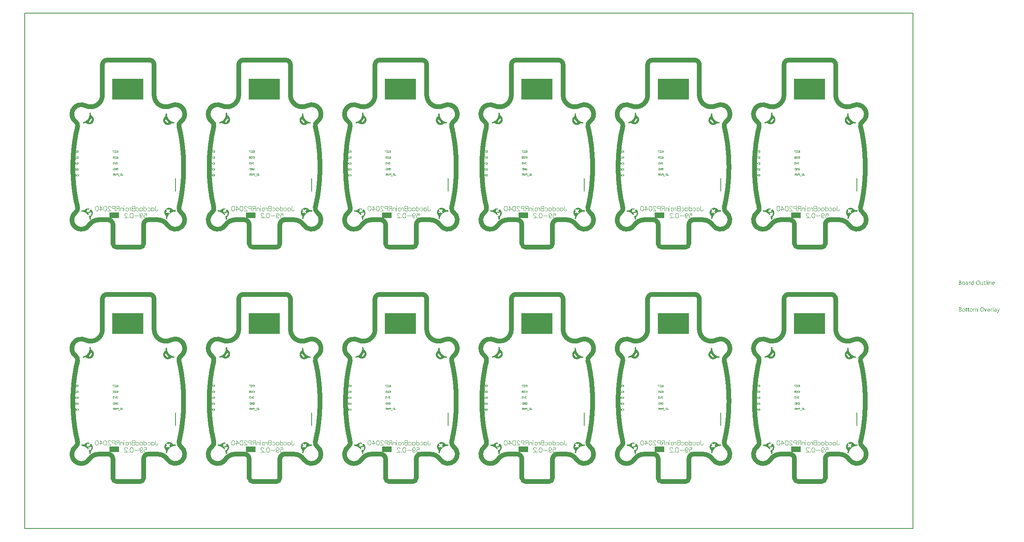
<source format=gbo>
G04*
G04 #@! TF.GenerationSoftware,Altium Limited,Altium Designer,21.9.2 (33)*
G04*
G04 Layer_Color=32896*
%FSAX25Y25*%
%MOIN*%
G70*
G04*
G04 #@! TF.SameCoordinates,F1FF36CF-567E-4D5E-8A1F-07DE1E34316F*
G04*
G04*
G04 #@! TF.FilePolarity,Positive*
G04*
G01*
G75*
%ADD37C,0.00787*%
%ADD39C,0.03937*%
%ADD53C,0.00394*%
%ADD88C,0.00315*%
%ADD89R,0.07972X0.04575*%
%ADD90R,0.26378X0.17421*%
%ADD91R,0.26378X0.17421*%
%ADD92R,0.26378X0.17421*%
%ADD93R,0.26378X0.17421*%
G36*
X0669744Y0328120D02*
X0669806Y0328111D01*
X0669868Y0328095D01*
X0669926Y0328072D01*
X0669982Y0328043D01*
X0670035Y0328008D01*
X0670083Y0327967D01*
X0670126Y0327921D01*
X0670164Y0327870D01*
X0670196Y0327816D01*
X0670221Y0327758D01*
X0670240Y0327698D01*
X0670252Y0327636D01*
X0670257Y0327573D01*
X0670257Y0327559D01*
X0670258Y0327559D01*
X0670258Y0327559D01*
X0670257Y0327484D01*
X0670263Y0327257D01*
X0670277Y0327032D01*
X0670298Y0326806D01*
X0670326Y0326582D01*
X0670362Y0326358D01*
X0670405Y0326136D01*
X0670455Y0325915D01*
X0670512Y0325696D01*
X0670577Y0325480D01*
X0670648Y0325265D01*
X0670727Y0325053D01*
X0670812Y0324843D01*
X0670905Y0324637D01*
X0671004Y0324433D01*
X0671109Y0324233D01*
X0671221Y0324036D01*
X0671340Y0323843D01*
X0671464Y0323655D01*
X0671595Y0323470D01*
X0671732Y0323290D01*
X0671875Y0323114D01*
X0672023Y0322943D01*
X0672177Y0322777D01*
X0672336Y0322616D01*
X0672500Y0322460D01*
X0672670Y0322310D01*
X0672844Y0322166D01*
X0673023Y0322027D01*
X0673206Y0321894D01*
X0673393Y0321767D01*
X0673585Y0321647D01*
X0673780Y0321533D01*
X0673979Y0321425D01*
X0674182Y0321324D01*
X0674387Y0321229D01*
X0674596Y0321141D01*
X0674807Y0321061D01*
X0675021Y0320987D01*
X0675237Y0320920D01*
X0675456Y0320860D01*
X0675676Y0320807D01*
X0675897Y0320762D01*
X0675976Y0320749D01*
X0675977Y0320748D01*
X0675977Y0320748D01*
X0675991Y0320746D01*
X0676052Y0320730D01*
X0676112Y0320707D01*
X0676168Y0320678D01*
X0676220Y0320642D01*
X0676269Y0320601D01*
X0676312Y0320555D01*
X0676350Y0320504D01*
X0676382Y0320450D01*
X0676408Y0320392D01*
X0676427Y0320331D01*
X0676439Y0320269D01*
X0676444Y0320206D01*
X0676442Y0320143D01*
X0676433Y0320080D01*
X0676417Y0320019D01*
X0676394Y0319960D01*
X0676365Y0319903D01*
X0676330Y0319851D01*
X0676289Y0319803D01*
X0676242Y0319759D01*
X0676192Y0319721D01*
X0676137Y0319689D01*
X0676079Y0319664D01*
X0676019Y0319644D01*
X0675956Y0319632D01*
X0675893Y0319627D01*
X0675830Y0319629D01*
X0675781Y0319636D01*
X0675781Y0319636D01*
X0675781Y0319636D01*
X0675726Y0319645D01*
X0675478Y0319695D01*
X0675232Y0319752D01*
X0675232Y0319752D01*
X0675232Y0319752D01*
X0675228Y0319753D01*
X0675228Y0319753D01*
X0675162Y0319769D01*
X0675044Y0319791D01*
X0674924Y0319805D01*
X0674804Y0319812D01*
X0674683Y0319811D01*
X0674563Y0319803D01*
X0674443Y0319789D01*
X0674325Y0319766D01*
X0674208Y0319737D01*
X0674093Y0319701D01*
X0673981Y0319658D01*
X0673871Y0319608D01*
X0673765Y0319552D01*
X0673662Y0319489D01*
X0673563Y0319420D01*
X0673482Y0319356D01*
X0673482Y0319356D01*
X0673375Y0319271D01*
X0673237Y0319170D01*
X0673095Y0319075D01*
X0672949Y0318986D01*
X0672799Y0318904D01*
X0672646Y0318829D01*
X0672490Y0318760D01*
X0672331Y0318698D01*
X0672169Y0318643D01*
X0672006Y0318596D01*
X0671840Y0318555D01*
X0671672Y0318522D01*
X0671504Y0318496D01*
X0671334Y0318477D01*
X0671164Y0318466D01*
X0670993Y0318462D01*
X0670822Y0318466D01*
X0670652Y0318477D01*
X0670483Y0318496D01*
X0670314Y0318522D01*
X0670147Y0318555D01*
X0669981Y0318596D01*
X0669817Y0318643D01*
X0669655Y0318698D01*
X0669496Y0318760D01*
X0669340Y0318829D01*
X0669187Y0318904D01*
X0669037Y0318986D01*
X0668891Y0319075D01*
X0668749Y0319170D01*
X0668612Y0319271D01*
X0668479Y0319377D01*
X0668350Y0319490D01*
X0668227Y0319608D01*
X0668109Y0319731D01*
X0667996Y0319860D01*
X0667890Y0319993D01*
X0667789Y0320130D01*
X0667694Y0320272D01*
X0667605Y0320418D01*
X0667523Y0320568D01*
X0667448Y0320721D01*
X0667379Y0320877D01*
X0667317Y0321036D01*
X0667262Y0321198D01*
X0667214Y0321362D01*
X0667174Y0321527D01*
X0667141Y0321695D01*
X0667115Y0321864D01*
X0667096Y0322033D01*
X0667085Y0322203D01*
X0667081Y0322374D01*
X0667085Y0322545D01*
X0667096Y0322715D01*
X0667115Y0322885D01*
X0667141Y0323053D01*
X0667174Y0323221D01*
X0667214Y0323387D01*
X0667262Y0323551D01*
X0667317Y0323712D01*
X0667379Y0323871D01*
X0667448Y0324027D01*
X0667523Y0324181D01*
X0667605Y0324330D01*
X0667694Y0324476D01*
X0667789Y0324618D01*
X0667890Y0324756D01*
X0667997Y0324889D01*
X0668109Y0325017D01*
X0668227Y0325140D01*
X0668350Y0325258D01*
X0668456Y0325351D01*
X0668456Y0325351D01*
X0668535Y0325421D01*
X0668619Y0325507D01*
X0668699Y0325597D01*
X0668773Y0325692D01*
X0668841Y0325792D01*
X0668903Y0325895D01*
X0668959Y0326002D01*
X0669008Y0326112D01*
X0669050Y0326224D01*
X0669086Y0326340D01*
X0669114Y0326457D01*
X0669135Y0326575D01*
X0669149Y0326695D01*
X0669156Y0326815D01*
X0669156Y0326936D01*
X0669152Y0327001D01*
X0669152Y0327002D01*
X0669151Y0327006D01*
X0669151Y0327006D01*
X0669138Y0327250D01*
X0669133Y0327503D01*
X0669133Y0327559D01*
X0669133D01*
X0669133Y0327559D01*
X0669133D01*
X0669135Y0327608D01*
X0669144Y0327671D01*
X0669160Y0327732D01*
X0669182Y0327790D01*
X0669211Y0327847D01*
X0669247Y0327899D01*
X0669287Y0327947D01*
X0669333Y0327990D01*
X0669384Y0328028D01*
X0669438Y0328060D01*
X0669496Y0328085D01*
X0669556Y0328104D01*
X0669618Y0328116D01*
X0669681Y0328121D01*
X0669744Y0328120D01*
D02*
G37*
G36*
X0555570D02*
X0555632Y0328111D01*
X0555693Y0328095D01*
X0555752Y0328072D01*
X0555808Y0328043D01*
X0555860Y0328008D01*
X0555908Y0327967D01*
X0555951Y0327921D01*
X0555989Y0327870D01*
X0556021Y0327816D01*
X0556047Y0327758D01*
X0556066Y0327698D01*
X0556078Y0327636D01*
X0556083Y0327573D01*
X0556082Y0327559D01*
X0556083Y0327559D01*
X0556083Y0327559D01*
X0556083Y0327484D01*
X0556089Y0327257D01*
X0556102Y0327032D01*
X0556123Y0326806D01*
X0556152Y0326582D01*
X0556187Y0326358D01*
X0556230Y0326136D01*
X0556280Y0325915D01*
X0556338Y0325696D01*
X0556402Y0325480D01*
X0556474Y0325265D01*
X0556552Y0325053D01*
X0556638Y0324843D01*
X0556730Y0324637D01*
X0556829Y0324433D01*
X0556935Y0324233D01*
X0557047Y0324036D01*
X0557165Y0323843D01*
X0557290Y0323655D01*
X0557421Y0323470D01*
X0557558Y0323290D01*
X0557700Y0323114D01*
X0557849Y0322943D01*
X0558002Y0322777D01*
X0558161Y0322616D01*
X0558326Y0322460D01*
X0558495Y0322310D01*
X0558669Y0322166D01*
X0558848Y0322027D01*
X0559031Y0321894D01*
X0559219Y0321767D01*
X0559410Y0321647D01*
X0559606Y0321533D01*
X0559805Y0321425D01*
X0560007Y0321324D01*
X0560213Y0321229D01*
X0560421Y0321141D01*
X0560633Y0321061D01*
X0560847Y0320987D01*
X0561063Y0320920D01*
X0561281Y0320860D01*
X0561501Y0320807D01*
X0561723Y0320762D01*
X0561801Y0320749D01*
X0561802Y0320748D01*
X0561802Y0320748D01*
X0561817Y0320746D01*
X0561878Y0320730D01*
X0561937Y0320707D01*
X0561993Y0320678D01*
X0562046Y0320642D01*
X0562094Y0320601D01*
X0562137Y0320555D01*
X0562175Y0320504D01*
X0562207Y0320450D01*
X0562233Y0320392D01*
X0562252Y0320331D01*
X0562264Y0320269D01*
X0562269Y0320206D01*
X0562267Y0320143D01*
X0562258Y0320080D01*
X0562242Y0320019D01*
X0562220Y0319960D01*
X0562190Y0319903D01*
X0562155Y0319851D01*
X0562114Y0319803D01*
X0562068Y0319759D01*
X0562017Y0319721D01*
X0561962Y0319689D01*
X0561904Y0319664D01*
X0561844Y0319644D01*
X0561782Y0319632D01*
X0561719Y0319627D01*
X0561655Y0319629D01*
X0561607Y0319636D01*
X0561607Y0319636D01*
X0561607Y0319636D01*
X0561551Y0319645D01*
X0561303Y0319695D01*
X0561058Y0319752D01*
X0561058Y0319752D01*
X0561057Y0319752D01*
X0561054Y0319753D01*
X0561053Y0319753D01*
X0560988Y0319769D01*
X0560869Y0319791D01*
X0560749Y0319805D01*
X0560629Y0319812D01*
X0560509Y0319811D01*
X0560388Y0319803D01*
X0560269Y0319789D01*
X0560150Y0319766D01*
X0560034Y0319737D01*
X0559919Y0319701D01*
X0559806Y0319658D01*
X0559696Y0319608D01*
X0559590Y0319552D01*
X0559487Y0319489D01*
X0559388Y0319420D01*
X0559307Y0319356D01*
X0559307Y0319356D01*
X0559200Y0319271D01*
X0559062Y0319170D01*
X0558920Y0319075D01*
X0558775Y0318986D01*
X0558625Y0318904D01*
X0558472Y0318829D01*
X0558316Y0318760D01*
X0558157Y0318698D01*
X0557995Y0318643D01*
X0557831Y0318596D01*
X0557665Y0318555D01*
X0557498Y0318522D01*
X0557329Y0318496D01*
X0557160Y0318477D01*
X0556989Y0318466D01*
X0556819Y0318462D01*
X0556648Y0318466D01*
X0556478Y0318477D01*
X0556308Y0318496D01*
X0556139Y0318522D01*
X0555972Y0318555D01*
X0555806Y0318596D01*
X0555642Y0318643D01*
X0555481Y0318698D01*
X0555322Y0318760D01*
X0555165Y0318829D01*
X0555012Y0318904D01*
X0554863Y0318986D01*
X0554717Y0319075D01*
X0554575Y0319170D01*
X0554437Y0319271D01*
X0554304Y0319377D01*
X0554176Y0319490D01*
X0554052Y0319608D01*
X0553934Y0319731D01*
X0553822Y0319860D01*
X0553715Y0319993D01*
X0553614Y0320130D01*
X0553519Y0320272D01*
X0553431Y0320418D01*
X0553349Y0320568D01*
X0553273Y0320721D01*
X0553204Y0320877D01*
X0553143Y0321036D01*
X0553088Y0321198D01*
X0553040Y0321362D01*
X0552999Y0321527D01*
X0552966Y0321695D01*
X0552940Y0321864D01*
X0552922Y0322033D01*
X0552910Y0322203D01*
X0552907Y0322374D01*
X0552910Y0322545D01*
X0552922Y0322715D01*
X0552940Y0322885D01*
X0552966Y0323053D01*
X0552999Y0323221D01*
X0553040Y0323387D01*
X0553088Y0323551D01*
X0553143Y0323712D01*
X0553204Y0323871D01*
X0553273Y0324027D01*
X0553349Y0324181D01*
X0553431Y0324330D01*
X0553519Y0324476D01*
X0553614Y0324618D01*
X0553715Y0324756D01*
X0553822Y0324889D01*
X0553934Y0325017D01*
X0554052Y0325140D01*
X0554176Y0325258D01*
X0554282Y0325351D01*
X0554281Y0325351D01*
X0554360Y0325421D01*
X0554445Y0325507D01*
X0554524Y0325597D01*
X0554598Y0325692D01*
X0554667Y0325792D01*
X0554729Y0325895D01*
X0554784Y0326002D01*
X0554833Y0326112D01*
X0554876Y0326224D01*
X0554911Y0326340D01*
X0554939Y0326457D01*
X0554961Y0326575D01*
X0554975Y0326695D01*
X0554982Y0326815D01*
X0554981Y0326936D01*
X0554977Y0327001D01*
X0554977Y0327002D01*
X0554977Y0327006D01*
X0554977Y0327006D01*
X0554964Y0327250D01*
X0554958Y0327503D01*
X0554958Y0327559D01*
X0554958D01*
X0554958Y0327559D01*
X0554958D01*
X0554960Y0327608D01*
X0554969Y0327671D01*
X0554985Y0327732D01*
X0555008Y0327790D01*
X0555037Y0327847D01*
X0555072Y0327899D01*
X0555113Y0327947D01*
X0555159Y0327990D01*
X0555209Y0328028D01*
X0555264Y0328060D01*
X0555322Y0328085D01*
X0555382Y0328104D01*
X0555444Y0328116D01*
X0555507Y0328121D01*
X0555570Y0328120D01*
D02*
G37*
G36*
X0441395D02*
X0441457Y0328111D01*
X0441518Y0328095D01*
X0441577Y0328072D01*
X0441633Y0328043D01*
X0441686Y0328008D01*
X0441734Y0327967D01*
X0441777Y0327921D01*
X0441815Y0327870D01*
X0441847Y0327816D01*
X0441872Y0327758D01*
X0441891Y0327698D01*
X0441903Y0327636D01*
X0441908Y0327573D01*
X0441908Y0327559D01*
X0441908Y0327559D01*
X0441909Y0327559D01*
X0441908Y0327484D01*
X0441914Y0327257D01*
X0441928Y0327032D01*
X0441949Y0326806D01*
X0441977Y0326582D01*
X0442013Y0326358D01*
X0442056Y0326136D01*
X0442106Y0325915D01*
X0442163Y0325696D01*
X0442228Y0325480D01*
X0442299Y0325265D01*
X0442378Y0325053D01*
X0442463Y0324843D01*
X0442556Y0324637D01*
X0442655Y0324433D01*
X0442760Y0324233D01*
X0442872Y0324036D01*
X0442991Y0323843D01*
X0443115Y0323655D01*
X0443246Y0323470D01*
X0443383Y0323290D01*
X0443526Y0323114D01*
X0443674Y0322943D01*
X0443828Y0322777D01*
X0443987Y0322616D01*
X0444151Y0322460D01*
X0444320Y0322310D01*
X0444495Y0322166D01*
X0444673Y0322027D01*
X0444857Y0321894D01*
X0445044Y0321767D01*
X0445236Y0321647D01*
X0445431Y0321533D01*
X0445630Y0321425D01*
X0445832Y0321324D01*
X0446038Y0321229D01*
X0446247Y0321141D01*
X0446458Y0321061D01*
X0446672Y0320987D01*
X0446888Y0320920D01*
X0447106Y0320860D01*
X0447327Y0320807D01*
X0447548Y0320762D01*
X0447627Y0320749D01*
X0447627Y0320748D01*
X0447627Y0320748D01*
X0447642Y0320746D01*
X0447703Y0320730D01*
X0447762Y0320707D01*
X0447819Y0320678D01*
X0447871Y0320642D01*
X0447920Y0320601D01*
X0447963Y0320555D01*
X0448001Y0320504D01*
X0448033Y0320450D01*
X0448059Y0320392D01*
X0448078Y0320331D01*
X0448090Y0320269D01*
X0448095Y0320206D01*
X0448093Y0320143D01*
X0448084Y0320080D01*
X0448068Y0320019D01*
X0448045Y0319960D01*
X0448016Y0319903D01*
X0447980Y0319851D01*
X0447939Y0319803D01*
X0447893Y0319759D01*
X0447843Y0319721D01*
X0447788Y0319689D01*
X0447730Y0319664D01*
X0447670Y0319644D01*
X0447607Y0319632D01*
X0447544Y0319627D01*
X0447481Y0319629D01*
X0447432Y0319636D01*
X0447432Y0319636D01*
X0447432Y0319636D01*
X0447377Y0319645D01*
X0447129Y0319695D01*
X0446883Y0319752D01*
X0446883Y0319752D01*
X0446883Y0319752D01*
X0446879Y0319753D01*
X0446879Y0319753D01*
X0446813Y0319769D01*
X0446695Y0319791D01*
X0446575Y0319805D01*
X0446455Y0319812D01*
X0446334Y0319811D01*
X0446214Y0319803D01*
X0446094Y0319789D01*
X0445976Y0319766D01*
X0445859Y0319737D01*
X0445744Y0319701D01*
X0445632Y0319658D01*
X0445522Y0319608D01*
X0445415Y0319552D01*
X0445313Y0319489D01*
X0445214Y0319420D01*
X0445132Y0319356D01*
X0445132Y0319356D01*
X0445025Y0319271D01*
X0444888Y0319170D01*
X0444746Y0319075D01*
X0444600Y0318986D01*
X0444450Y0318904D01*
X0444297Y0318829D01*
X0444141Y0318760D01*
X0443982Y0318698D01*
X0443820Y0318643D01*
X0443656Y0318596D01*
X0443491Y0318555D01*
X0443323Y0318522D01*
X0443155Y0318496D01*
X0442985Y0318477D01*
X0442815Y0318466D01*
X0442644Y0318462D01*
X0442473Y0318466D01*
X0442303Y0318477D01*
X0442134Y0318496D01*
X0441965Y0318522D01*
X0441797Y0318555D01*
X0441632Y0318596D01*
X0441468Y0318643D01*
X0441306Y0318698D01*
X0441147Y0318760D01*
X0440991Y0318829D01*
X0440838Y0318904D01*
X0440688Y0318986D01*
X0440542Y0319075D01*
X0440400Y0319170D01*
X0440263Y0319271D01*
X0440130Y0319377D01*
X0440001Y0319490D01*
X0439878Y0319608D01*
X0439760Y0319731D01*
X0439647Y0319860D01*
X0439540Y0319993D01*
X0439440Y0320130D01*
X0439345Y0320272D01*
X0439256Y0320418D01*
X0439174Y0320568D01*
X0439099Y0320721D01*
X0439030Y0320877D01*
X0438968Y0321036D01*
X0438913Y0321198D01*
X0438865Y0321362D01*
X0438825Y0321527D01*
X0438792Y0321695D01*
X0438766Y0321864D01*
X0438747Y0322033D01*
X0438736Y0322203D01*
X0438732Y0322374D01*
X0438736Y0322545D01*
X0438747Y0322715D01*
X0438766Y0322885D01*
X0438792Y0323053D01*
X0438825Y0323221D01*
X0438865Y0323387D01*
X0438913Y0323551D01*
X0438968Y0323712D01*
X0439030Y0323871D01*
X0439099Y0324027D01*
X0439174Y0324181D01*
X0439256Y0324330D01*
X0439345Y0324476D01*
X0439440Y0324618D01*
X0439540Y0324756D01*
X0439647Y0324889D01*
X0439760Y0325017D01*
X0439878Y0325140D01*
X0440001Y0325258D01*
X0440107Y0325351D01*
X0440107Y0325351D01*
X0440185Y0325421D01*
X0440270Y0325507D01*
X0440350Y0325597D01*
X0440424Y0325692D01*
X0440492Y0325792D01*
X0440554Y0325895D01*
X0440610Y0326002D01*
X0440659Y0326112D01*
X0440701Y0326224D01*
X0440736Y0326340D01*
X0440765Y0326457D01*
X0440786Y0326575D01*
X0440800Y0326695D01*
X0440807Y0326815D01*
X0440807Y0326936D01*
X0440803Y0327001D01*
X0440803Y0327002D01*
X0440802Y0327006D01*
X0440802Y0327006D01*
X0440789Y0327250D01*
X0440783Y0327503D01*
X0440784Y0327559D01*
X0440783D01*
X0440783Y0327559D01*
X0440784D01*
X0440786Y0327608D01*
X0440795Y0327671D01*
X0440810Y0327732D01*
X0440833Y0327790D01*
X0440862Y0327847D01*
X0440898Y0327899D01*
X0440938Y0327947D01*
X0440984Y0327990D01*
X0441035Y0328028D01*
X0441089Y0328060D01*
X0441147Y0328085D01*
X0441207Y0328104D01*
X0441269Y0328116D01*
X0441332Y0328121D01*
X0441395Y0328120D01*
D02*
G37*
G36*
X0327220D02*
X0327283Y0328111D01*
X0327344Y0328095D01*
X0327403Y0328072D01*
X0327459Y0328043D01*
X0327511Y0328008D01*
X0327559Y0327967D01*
X0327602Y0327921D01*
X0327640Y0327870D01*
X0327672Y0327816D01*
X0327698Y0327758D01*
X0327717Y0327698D01*
X0327729Y0327636D01*
X0327734Y0327573D01*
X0327733Y0327559D01*
X0327734Y0327559D01*
X0327734Y0327559D01*
X0327733Y0327484D01*
X0327740Y0327257D01*
X0327753Y0327032D01*
X0327774Y0326806D01*
X0327803Y0326582D01*
X0327838Y0326358D01*
X0327881Y0326136D01*
X0327931Y0325915D01*
X0327989Y0325696D01*
X0328053Y0325480D01*
X0328125Y0325265D01*
X0328203Y0325053D01*
X0328289Y0324843D01*
X0328381Y0324637D01*
X0328480Y0324433D01*
X0328586Y0324233D01*
X0328698Y0324036D01*
X0328816Y0323843D01*
X0328941Y0323655D01*
X0329072Y0323470D01*
X0329208Y0323290D01*
X0329351Y0323114D01*
X0329499Y0322943D01*
X0329653Y0322777D01*
X0329812Y0322616D01*
X0329977Y0322460D01*
X0330146Y0322310D01*
X0330320Y0322166D01*
X0330499Y0322027D01*
X0330682Y0321894D01*
X0330870Y0321767D01*
X0331061Y0321647D01*
X0331257Y0321533D01*
X0331455Y0321425D01*
X0331658Y0321324D01*
X0331863Y0321229D01*
X0332072Y0321141D01*
X0332283Y0321061D01*
X0332497Y0320987D01*
X0332714Y0320920D01*
X0332932Y0320860D01*
X0333152Y0320807D01*
X0333374Y0320762D01*
X0333452Y0320749D01*
X0333453Y0320748D01*
X0333453Y0320748D01*
X0333468Y0320746D01*
X0333529Y0320730D01*
X0333588Y0320707D01*
X0333644Y0320678D01*
X0333697Y0320642D01*
X0333745Y0320601D01*
X0333788Y0320555D01*
X0333826Y0320504D01*
X0333858Y0320450D01*
X0333884Y0320392D01*
X0333903Y0320331D01*
X0333915Y0320269D01*
X0333920Y0320206D01*
X0333918Y0320143D01*
X0333909Y0320080D01*
X0333893Y0320019D01*
X0333871Y0319960D01*
X0333841Y0319903D01*
X0333806Y0319851D01*
X0333765Y0319803D01*
X0333719Y0319759D01*
X0333668Y0319721D01*
X0333613Y0319689D01*
X0333555Y0319664D01*
X0333495Y0319644D01*
X0333433Y0319632D01*
X0333370Y0319627D01*
X0333306Y0319629D01*
X0333258Y0319636D01*
X0333258Y0319636D01*
X0333258Y0319636D01*
X0333202Y0319645D01*
X0332954Y0319695D01*
X0332709Y0319752D01*
X0332709Y0319752D01*
X0332708Y0319752D01*
X0332705Y0319753D01*
X0332704Y0319753D01*
X0332639Y0319769D01*
X0332520Y0319791D01*
X0332400Y0319805D01*
X0332280Y0319812D01*
X0332160Y0319811D01*
X0332039Y0319803D01*
X0331920Y0319789D01*
X0331801Y0319766D01*
X0331684Y0319737D01*
X0331570Y0319701D01*
X0331457Y0319658D01*
X0331347Y0319608D01*
X0331241Y0319552D01*
X0331138Y0319489D01*
X0331039Y0319420D01*
X0330958Y0319356D01*
X0330958Y0319356D01*
X0330851Y0319271D01*
X0330713Y0319170D01*
X0330571Y0319075D01*
X0330426Y0318986D01*
X0330276Y0318904D01*
X0330123Y0318829D01*
X0329966Y0318760D01*
X0329807Y0318698D01*
X0329646Y0318643D01*
X0329482Y0318596D01*
X0329316Y0318555D01*
X0329149Y0318522D01*
X0328980Y0318496D01*
X0328811Y0318477D01*
X0328640Y0318466D01*
X0328469Y0318462D01*
X0328299Y0318466D01*
X0328129Y0318477D01*
X0327959Y0318496D01*
X0327790Y0318522D01*
X0327623Y0318555D01*
X0327457Y0318596D01*
X0327293Y0318643D01*
X0327132Y0318698D01*
X0326973Y0318760D01*
X0326816Y0318829D01*
X0326663Y0318904D01*
X0326514Y0318986D01*
X0326368Y0319075D01*
X0326226Y0319170D01*
X0326088Y0319271D01*
X0325955Y0319377D01*
X0325827Y0319490D01*
X0325703Y0319608D01*
X0325585Y0319731D01*
X0325473Y0319860D01*
X0325366Y0319993D01*
X0325265Y0320130D01*
X0325170Y0320272D01*
X0325082Y0320418D01*
X0325000Y0320568D01*
X0324924Y0320721D01*
X0324855Y0320877D01*
X0324794Y0321036D01*
X0324739Y0321198D01*
X0324691Y0321362D01*
X0324650Y0321527D01*
X0324617Y0321695D01*
X0324591Y0321864D01*
X0324572Y0322033D01*
X0324561Y0322203D01*
X0324558Y0322374D01*
X0324561Y0322545D01*
X0324572Y0322715D01*
X0324591Y0322885D01*
X0324617Y0323053D01*
X0324650Y0323221D01*
X0324691Y0323387D01*
X0324739Y0323551D01*
X0324794Y0323712D01*
X0324855Y0323871D01*
X0324924Y0324027D01*
X0325000Y0324181D01*
X0325082Y0324330D01*
X0325170Y0324476D01*
X0325265Y0324618D01*
X0325366Y0324756D01*
X0325473Y0324889D01*
X0325585Y0325017D01*
X0325703Y0325140D01*
X0325827Y0325258D01*
X0325932Y0325351D01*
X0325932Y0325351D01*
X0326011Y0325421D01*
X0326096Y0325507D01*
X0326175Y0325597D01*
X0326249Y0325692D01*
X0326317Y0325792D01*
X0326379Y0325895D01*
X0326435Y0326002D01*
X0326484Y0326112D01*
X0326526Y0326224D01*
X0326562Y0326340D01*
X0326590Y0326457D01*
X0326612Y0326575D01*
X0326626Y0326695D01*
X0326633Y0326815D01*
X0326632Y0326936D01*
X0326628Y0327001D01*
X0326628Y0327002D01*
X0326628Y0327006D01*
X0326628Y0327006D01*
X0326615Y0327250D01*
X0326609Y0327503D01*
X0326609Y0327559D01*
X0326609D01*
X0326609Y0327559D01*
X0326609D01*
X0326611Y0327608D01*
X0326620Y0327671D01*
X0326636Y0327732D01*
X0326659Y0327790D01*
X0326688Y0327847D01*
X0326723Y0327899D01*
X0326764Y0327947D01*
X0326810Y0327990D01*
X0326860Y0328028D01*
X0326915Y0328060D01*
X0326972Y0328085D01*
X0327032Y0328104D01*
X0327095Y0328116D01*
X0327157Y0328121D01*
X0327220Y0328120D01*
D02*
G37*
G36*
X0213046D02*
X0213108Y0328111D01*
X0213169Y0328095D01*
X0213228Y0328072D01*
X0213284Y0328043D01*
X0213336Y0328008D01*
X0213385Y0327967D01*
X0213428Y0327921D01*
X0213466Y0327870D01*
X0213497Y0327816D01*
X0213523Y0327758D01*
X0213542Y0327698D01*
X0213554Y0327636D01*
X0213559Y0327573D01*
X0213559Y0327559D01*
X0213559Y0327559D01*
X0213559Y0327559D01*
X0213559Y0327484D01*
X0213565Y0327257D01*
X0213579Y0327032D01*
X0213600Y0326806D01*
X0213628Y0326582D01*
X0213664Y0326358D01*
X0213707Y0326136D01*
X0213757Y0325915D01*
X0213814Y0325696D01*
X0213879Y0325480D01*
X0213950Y0325265D01*
X0214029Y0325053D01*
X0214114Y0324843D01*
X0214207Y0324637D01*
X0214305Y0324433D01*
X0214411Y0324233D01*
X0214523Y0324036D01*
X0214642Y0323843D01*
X0214766Y0323655D01*
X0214897Y0323470D01*
X0215034Y0323290D01*
X0215177Y0323114D01*
X0215325Y0322943D01*
X0215479Y0322777D01*
X0215638Y0322616D01*
X0215802Y0322460D01*
X0215971Y0322310D01*
X0216146Y0322166D01*
X0216324Y0322027D01*
X0216508Y0321894D01*
X0216695Y0321767D01*
X0216887Y0321647D01*
X0217082Y0321533D01*
X0217281Y0321425D01*
X0217483Y0321324D01*
X0217689Y0321229D01*
X0217898Y0321141D01*
X0218109Y0321061D01*
X0218323Y0320987D01*
X0218539Y0320920D01*
X0218757Y0320860D01*
X0218977Y0320807D01*
X0219199Y0320762D01*
X0219278Y0320749D01*
X0219278Y0320748D01*
X0219278Y0320748D01*
X0219293Y0320746D01*
X0219354Y0320730D01*
X0219413Y0320707D01*
X0219469Y0320678D01*
X0219522Y0320642D01*
X0219570Y0320601D01*
X0219614Y0320555D01*
X0219652Y0320504D01*
X0219684Y0320450D01*
X0219709Y0320392D01*
X0219728Y0320331D01*
X0219741Y0320269D01*
X0219746Y0320206D01*
X0219744Y0320143D01*
X0219735Y0320080D01*
X0219719Y0320019D01*
X0219696Y0319960D01*
X0219667Y0319903D01*
X0219631Y0319851D01*
X0219590Y0319803D01*
X0219544Y0319759D01*
X0219493Y0319721D01*
X0219439Y0319689D01*
X0219381Y0319664D01*
X0219320Y0319644D01*
X0219258Y0319632D01*
X0219195Y0319627D01*
X0219132Y0319629D01*
X0219083Y0319636D01*
X0219083Y0319636D01*
X0219083Y0319636D01*
X0219028Y0319645D01*
X0218780Y0319695D01*
X0218534Y0319752D01*
X0218534Y0319752D01*
X0218534Y0319752D01*
X0218530Y0319753D01*
X0218530Y0319753D01*
X0218464Y0319769D01*
X0218345Y0319791D01*
X0218226Y0319805D01*
X0218106Y0319812D01*
X0217985Y0319811D01*
X0217865Y0319803D01*
X0217745Y0319789D01*
X0217627Y0319766D01*
X0217510Y0319737D01*
X0217395Y0319701D01*
X0217283Y0319658D01*
X0217173Y0319608D01*
X0217066Y0319552D01*
X0216964Y0319489D01*
X0216865Y0319420D01*
X0216783Y0319356D01*
X0216783Y0319356D01*
X0216676Y0319271D01*
X0216539Y0319170D01*
X0216397Y0319075D01*
X0216251Y0318986D01*
X0216101Y0318904D01*
X0215948Y0318829D01*
X0215792Y0318760D01*
X0215633Y0318698D01*
X0215471Y0318643D01*
X0215307Y0318596D01*
X0215142Y0318555D01*
X0214974Y0318522D01*
X0214806Y0318496D01*
X0214636Y0318477D01*
X0214466Y0318466D01*
X0214295Y0318462D01*
X0214124Y0318466D01*
X0213954Y0318477D01*
X0213784Y0318496D01*
X0213616Y0318522D01*
X0213448Y0318555D01*
X0213282Y0318596D01*
X0213119Y0318643D01*
X0212957Y0318698D01*
X0212798Y0318760D01*
X0212642Y0318829D01*
X0212489Y0318904D01*
X0212339Y0318986D01*
X0212193Y0319075D01*
X0212051Y0319170D01*
X0211913Y0319271D01*
X0211780Y0319377D01*
X0211652Y0319490D01*
X0211529Y0319608D01*
X0211411Y0319731D01*
X0211298Y0319860D01*
X0211191Y0319993D01*
X0211090Y0320130D01*
X0210996Y0320272D01*
X0210907Y0320418D01*
X0210825Y0320568D01*
X0210750Y0320721D01*
X0210681Y0320877D01*
X0210619Y0321036D01*
X0210564Y0321198D01*
X0210516Y0321362D01*
X0210476Y0321527D01*
X0210442Y0321695D01*
X0210417Y0321864D01*
X0210398Y0322033D01*
X0210387Y0322203D01*
X0210383Y0322374D01*
X0210387Y0322545D01*
X0210398Y0322715D01*
X0210417Y0322885D01*
X0210442Y0323053D01*
X0210476Y0323221D01*
X0210516Y0323387D01*
X0210564Y0323551D01*
X0210619Y0323712D01*
X0210681Y0323871D01*
X0210750Y0324027D01*
X0210825Y0324181D01*
X0210907Y0324330D01*
X0210996Y0324476D01*
X0211090Y0324618D01*
X0211191Y0324756D01*
X0211298Y0324889D01*
X0211411Y0325017D01*
X0211529Y0325140D01*
X0211652Y0325258D01*
X0211758Y0325351D01*
X0211758Y0325351D01*
X0211836Y0325421D01*
X0211921Y0325507D01*
X0212001Y0325597D01*
X0212075Y0325692D01*
X0212143Y0325792D01*
X0212205Y0325895D01*
X0212260Y0326002D01*
X0212310Y0326112D01*
X0212352Y0326224D01*
X0212387Y0326340D01*
X0212416Y0326457D01*
X0212437Y0326575D01*
X0212451Y0326695D01*
X0212458Y0326815D01*
X0212458Y0326936D01*
X0212454Y0327001D01*
X0212454Y0327002D01*
X0212453Y0327006D01*
X0212453Y0327006D01*
X0212440Y0327250D01*
X0212434Y0327503D01*
X0212435Y0327559D01*
X0212434D01*
X0212434Y0327559D01*
X0212435D01*
X0212436Y0327608D01*
X0212445Y0327671D01*
X0212461Y0327732D01*
X0212484Y0327790D01*
X0212513Y0327847D01*
X0212548Y0327899D01*
X0212589Y0327947D01*
X0212635Y0327990D01*
X0212686Y0328028D01*
X0212740Y0328060D01*
X0212798Y0328085D01*
X0212858Y0328104D01*
X0212920Y0328116D01*
X0212983Y0328121D01*
X0213046Y0328120D01*
D02*
G37*
G36*
X0098871D02*
X0098934Y0328111D01*
X0098995Y0328095D01*
X0099054Y0328072D01*
X0099110Y0328043D01*
X0099162Y0328008D01*
X0099210Y0327967D01*
X0099253Y0327921D01*
X0099291Y0327870D01*
X0099323Y0327816D01*
X0099348Y0327758D01*
X0099367Y0327698D01*
X0099380Y0327636D01*
X0099385Y0327573D01*
X0099384Y0327559D01*
X0099385Y0327559D01*
X0099385Y0327559D01*
X0099384Y0327484D01*
X0099391Y0327257D01*
X0099404Y0327032D01*
X0099425Y0326806D01*
X0099453Y0326582D01*
X0099489Y0326358D01*
X0099532Y0326136D01*
X0099582Y0325915D01*
X0099640Y0325696D01*
X0099704Y0325480D01*
X0099776Y0325265D01*
X0099854Y0325053D01*
X0099940Y0324843D01*
X0100032Y0324637D01*
X0100131Y0324433D01*
X0100237Y0324233D01*
X0100349Y0324036D01*
X0100467Y0323843D01*
X0100592Y0323655D01*
X0100723Y0323470D01*
X0100859Y0323290D01*
X0101002Y0323114D01*
X0101150Y0322943D01*
X0101304Y0322777D01*
X0101463Y0322616D01*
X0101628Y0322460D01*
X0101797Y0322310D01*
X0101971Y0322166D01*
X0102150Y0322027D01*
X0102333Y0321894D01*
X0102521Y0321767D01*
X0102712Y0321647D01*
X0102907Y0321533D01*
X0103106Y0321425D01*
X0103309Y0321324D01*
X0103515Y0321229D01*
X0103723Y0321141D01*
X0103934Y0321061D01*
X0104148Y0320987D01*
X0104365Y0320920D01*
X0104583Y0320860D01*
X0104803Y0320807D01*
X0105025Y0320762D01*
X0105103Y0320749D01*
X0105104Y0320748D01*
X0105104Y0320748D01*
X0105118Y0320746D01*
X0105180Y0320730D01*
X0105239Y0320707D01*
X0105295Y0320678D01*
X0105348Y0320642D01*
X0105396Y0320601D01*
X0105439Y0320555D01*
X0105477Y0320504D01*
X0105509Y0320450D01*
X0105535Y0320392D01*
X0105554Y0320331D01*
X0105566Y0320269D01*
X0105571Y0320206D01*
X0105569Y0320143D01*
X0105560Y0320080D01*
X0105544Y0320019D01*
X0105521Y0319960D01*
X0105492Y0319903D01*
X0105457Y0319851D01*
X0105416Y0319803D01*
X0105370Y0319759D01*
X0105319Y0319721D01*
X0105264Y0319689D01*
X0105206Y0319664D01*
X0105146Y0319644D01*
X0105084Y0319632D01*
X0105020Y0319627D01*
X0104957Y0319629D01*
X0104908Y0319636D01*
X0104908Y0319636D01*
X0104908Y0319636D01*
X0104853Y0319645D01*
X0104605Y0319695D01*
X0104359Y0319752D01*
X0104359Y0319752D01*
X0104359Y0319752D01*
X0104356Y0319753D01*
X0104355Y0319753D01*
X0104289Y0319769D01*
X0104171Y0319791D01*
X0104051Y0319805D01*
X0103931Y0319812D01*
X0103811Y0319811D01*
X0103690Y0319803D01*
X0103571Y0319789D01*
X0103452Y0319766D01*
X0103335Y0319737D01*
X0103220Y0319701D01*
X0103108Y0319658D01*
X0102998Y0319608D01*
X0102892Y0319552D01*
X0102789Y0319489D01*
X0102690Y0319420D01*
X0102609Y0319356D01*
X0102609Y0319356D01*
X0102502Y0319271D01*
X0102364Y0319170D01*
X0102222Y0319075D01*
X0102076Y0318986D01*
X0101927Y0318904D01*
X0101774Y0318829D01*
X0101617Y0318760D01*
X0101458Y0318698D01*
X0101297Y0318643D01*
X0101133Y0318596D01*
X0100967Y0318555D01*
X0100800Y0318522D01*
X0100631Y0318496D01*
X0100461Y0318477D01*
X0100291Y0318466D01*
X0100120Y0318462D01*
X0099950Y0318466D01*
X0099779Y0318477D01*
X0099610Y0318496D01*
X0099441Y0318522D01*
X0099274Y0318555D01*
X0099108Y0318596D01*
X0098944Y0318643D01*
X0098782Y0318698D01*
X0098623Y0318760D01*
X0098467Y0318829D01*
X0098314Y0318904D01*
X0098164Y0318986D01*
X0098018Y0319075D01*
X0097877Y0319170D01*
X0097739Y0319271D01*
X0097606Y0319377D01*
X0097478Y0319490D01*
X0097354Y0319608D01*
X0097236Y0319731D01*
X0097124Y0319860D01*
X0097017Y0319993D01*
X0096916Y0320130D01*
X0096821Y0320272D01*
X0096733Y0320418D01*
X0096650Y0320568D01*
X0096575Y0320721D01*
X0096506Y0320877D01*
X0096444Y0321036D01*
X0096390Y0321198D01*
X0096342Y0321362D01*
X0096301Y0321527D01*
X0096268Y0321695D01*
X0096242Y0321864D01*
X0096223Y0322033D01*
X0096212Y0322203D01*
X0096209Y0322374D01*
X0096212Y0322545D01*
X0096223Y0322715D01*
X0096242Y0322885D01*
X0096268Y0323053D01*
X0096301Y0323221D01*
X0096342Y0323387D01*
X0096390Y0323551D01*
X0096444Y0323712D01*
X0096506Y0323871D01*
X0096575Y0324027D01*
X0096650Y0324181D01*
X0096733Y0324330D01*
X0096821Y0324476D01*
X0096916Y0324618D01*
X0097017Y0324756D01*
X0097124Y0324889D01*
X0097236Y0325017D01*
X0097354Y0325140D01*
X0097478Y0325258D01*
X0097583Y0325351D01*
X0097583Y0325351D01*
X0097662Y0325421D01*
X0097747Y0325507D01*
X0097826Y0325597D01*
X0097900Y0325692D01*
X0097968Y0325792D01*
X0098030Y0325895D01*
X0098086Y0326002D01*
X0098135Y0326112D01*
X0098177Y0326224D01*
X0098213Y0326340D01*
X0098241Y0326457D01*
X0098263Y0326575D01*
X0098277Y0326695D01*
X0098283Y0326815D01*
X0098283Y0326936D01*
X0098279Y0327001D01*
X0098279Y0327002D01*
X0098279Y0327006D01*
X0098279Y0327006D01*
X0098265Y0327250D01*
X0098260Y0327503D01*
X0098260Y0327559D01*
X0098260D01*
X0098260Y0327559D01*
X0098260D01*
X0098262Y0327608D01*
X0098271Y0327671D01*
X0098287Y0327732D01*
X0098309Y0327790D01*
X0098339Y0327847D01*
X0098374Y0327899D01*
X0098415Y0327947D01*
X0098461Y0327990D01*
X0098511Y0328028D01*
X0098566Y0328060D01*
X0098623Y0328085D01*
X0098683Y0328104D01*
X0098745Y0328116D01*
X0098808Y0328121D01*
X0098871Y0328120D01*
D02*
G37*
G36*
X0605974Y0328774D02*
X0606036Y0328760D01*
X0606096Y0328740D01*
X0606153Y0328713D01*
X0606207Y0328679D01*
X0606257Y0328640D01*
X0606302Y0328595D01*
X0606342Y0328546D01*
X0606376Y0328493D01*
X0606404Y0328436D01*
X0606425Y0328376D01*
X0606440Y0328314D01*
X0606446Y0328266D01*
X0606446Y0328266D01*
X0606446Y0328266D01*
X0606451Y0328210D01*
X0606467Y0327958D01*
X0606476Y0327705D01*
Y0327705D01*
X0606476Y0327705D01*
X0606475Y0327701D01*
X0606476Y0327701D01*
X0606477Y0327633D01*
X0606487Y0327513D01*
X0606505Y0327394D01*
X0606529Y0327276D01*
X0606561Y0327160D01*
X0606599Y0327046D01*
X0606645Y0326934D01*
X0606697Y0326825D01*
X0606755Y0326720D01*
X0606820Y0326618D01*
X0606891Y0326521D01*
X0606967Y0326428D01*
X0607049Y0326340D01*
X0607136Y0326256D01*
X0607228Y0326179D01*
X0607311Y0326117D01*
X0607311Y0326117D01*
X0607421Y0326036D01*
X0607555Y0325929D01*
X0607683Y0325816D01*
X0607806Y0325698D01*
X0607924Y0325575D01*
X0608037Y0325447D01*
X0608144Y0325313D01*
X0608245Y0325176D01*
X0608339Y0325034D01*
X0608428Y0324888D01*
X0608510Y0324739D01*
X0608586Y0324585D01*
X0608654Y0324429D01*
X0608716Y0324270D01*
X0608771Y0324109D01*
X0608819Y0323945D01*
X0608859Y0323779D01*
X0608893Y0323611D01*
X0608919Y0323443D01*
X0608937Y0323273D01*
X0608948Y0323103D01*
X0608952Y0322932D01*
X0608948Y0322762D01*
X0608937Y0322591D01*
X0608919Y0322422D01*
X0608893Y0322253D01*
X0608859Y0322085D01*
X0608819Y0321920D01*
X0608771Y0321756D01*
X0608716Y0321594D01*
X0608654Y0321435D01*
X0608586Y0321279D01*
X0608510Y0321126D01*
X0608428Y0320976D01*
X0608339Y0320830D01*
X0608245Y0320688D01*
X0608144Y0320551D01*
X0608037Y0320418D01*
X0607924Y0320289D01*
X0607806Y0320166D01*
X0607683Y0320048D01*
X0607555Y0319935D01*
X0607421Y0319829D01*
X0607284Y0319728D01*
X0607142Y0319633D01*
X0606996Y0319544D01*
X0606846Y0319462D01*
X0606693Y0319387D01*
X0606537Y0319318D01*
X0606378Y0319256D01*
X0606216Y0319201D01*
X0606053Y0319153D01*
X0605887Y0319113D01*
X0605719Y0319080D01*
X0605551Y0319054D01*
X0605381Y0319035D01*
X0605211Y0319024D01*
X0605040Y0319020D01*
X0604870Y0319024D01*
X0604699Y0319035D01*
X0604529Y0319054D01*
X0604361Y0319080D01*
X0604193Y0319113D01*
X0604028Y0319153D01*
X0603864Y0319201D01*
X0603702Y0319256D01*
X0603543Y0319318D01*
X0603387Y0319387D01*
X0603234Y0319462D01*
X0603084Y0319544D01*
X0602938Y0319633D01*
X0602821Y0319711D01*
X0602821Y0319711D01*
X0602733Y0319769D01*
X0602629Y0319829D01*
X0602521Y0319882D01*
X0602410Y0319929D01*
X0602296Y0319969D01*
X0602180Y0320002D01*
X0602063Y0320028D01*
X0601944Y0320047D01*
X0601824Y0320059D01*
X0601703Y0320063D01*
X0601583Y0320060D01*
X0601463Y0320050D01*
X0601344Y0320033D01*
X0601226Y0320008D01*
X0601110Y0319977D01*
X0601047Y0319956D01*
X0601047Y0319956D01*
X0601043Y0319954D01*
X0601043Y0319954D01*
X0600810Y0319878D01*
X0600568Y0319808D01*
X0600513Y0319793D01*
X0600513Y0319793D01*
X0600513Y0319793D01*
X0600513Y0319793D01*
X0600513Y0319793D01*
X0600513Y0319793D01*
X0600465Y0319782D01*
X0600403Y0319775D01*
X0600340Y0319774D01*
X0600277Y0319781D01*
X0600215Y0319795D01*
X0600156Y0319815D01*
X0600099Y0319842D01*
X0600045Y0319875D01*
X0599996Y0319914D01*
X0599951Y0319959D01*
X0599911Y0320008D01*
X0599877Y0320061D01*
X0599849Y0320118D01*
X0599828Y0320177D01*
X0599814Y0320238D01*
X0599806Y0320301D01*
X0599806Y0320364D01*
X0599813Y0320427D01*
X0599826Y0320489D01*
X0599847Y0320548D01*
X0599874Y0320605D01*
X0599907Y0320659D01*
X0599946Y0320708D01*
X0599990Y0320753D01*
X0600039Y0320793D01*
X0600093Y0320827D01*
X0600149Y0320855D01*
X0600209Y0320876D01*
X0600222Y0320879D01*
X0600222Y0320880D01*
X0600223Y0320880D01*
X0600295Y0320899D01*
X0600512Y0320963D01*
X0600727Y0321035D01*
X0600939Y0321113D01*
X0601149Y0321199D01*
X0601355Y0321291D01*
X0601559Y0321390D01*
X0601759Y0321496D01*
X0601955Y0321608D01*
X0602148Y0321726D01*
X0602337Y0321851D01*
X0602522Y0321982D01*
X0602702Y0322119D01*
X0602878Y0322261D01*
X0603049Y0322409D01*
X0603215Y0322563D01*
X0603376Y0322722D01*
X0603531Y0322887D01*
X0603681Y0323056D01*
X0603826Y0323230D01*
X0603965Y0323409D01*
X0604097Y0323592D01*
X0604224Y0323780D01*
X0604345Y0323971D01*
X0604459Y0324167D01*
X0604567Y0324366D01*
X0604668Y0324568D01*
X0604762Y0324774D01*
X0604850Y0324982D01*
X0604931Y0325194D01*
X0605005Y0325408D01*
X0605072Y0325624D01*
X0605132Y0325842D01*
X0605184Y0326062D01*
X0605230Y0326284D01*
X0605268Y0326507D01*
X0605298Y0326731D01*
X0605322Y0326956D01*
X0605338Y0327182D01*
X0605346Y0327408D01*
X0605348Y0327634D01*
X0605341Y0327860D01*
X0605328Y0328086D01*
X0605321Y0328166D01*
X0605321Y0328167D01*
X0605321Y0328167D01*
X0605319Y0328181D01*
X0605319Y0328245D01*
X0605326Y0328308D01*
X0605339Y0328369D01*
X0605360Y0328429D01*
X0605387Y0328487D01*
X0605420Y0328540D01*
X0605460Y0328590D01*
X0605504Y0328635D01*
X0605553Y0328675D01*
X0605607Y0328709D01*
X0605664Y0328737D01*
X0605723Y0328758D01*
X0605785Y0328773D01*
X0605848Y0328780D01*
X0605911Y0328781D01*
X0605974Y0328774D01*
D02*
G37*
G36*
X0491800D02*
X0491862Y0328760D01*
X0491922Y0328740D01*
X0491979Y0328713D01*
X0492033Y0328679D01*
X0492083Y0328640D01*
X0492128Y0328595D01*
X0492168Y0328546D01*
X0492202Y0328493D01*
X0492229Y0328436D01*
X0492251Y0328376D01*
X0492265Y0328314D01*
X0492271Y0328266D01*
X0492271Y0328266D01*
X0492271Y0328266D01*
X0492276Y0328210D01*
X0492293Y0327958D01*
X0492301Y0327705D01*
Y0327705D01*
X0492301Y0327705D01*
X0492301Y0327701D01*
X0492301Y0327701D01*
X0492303Y0327633D01*
X0492313Y0327513D01*
X0492330Y0327394D01*
X0492355Y0327276D01*
X0492386Y0327160D01*
X0492425Y0327046D01*
X0492470Y0326934D01*
X0492522Y0326825D01*
X0492581Y0326720D01*
X0492645Y0326618D01*
X0492716Y0326521D01*
X0492793Y0326428D01*
X0492874Y0326340D01*
X0492962Y0326256D01*
X0493054Y0326179D01*
X0493137Y0326117D01*
X0493137Y0326117D01*
X0493247Y0326036D01*
X0493380Y0325929D01*
X0493508Y0325816D01*
X0493632Y0325698D01*
X0493750Y0325575D01*
X0493862Y0325447D01*
X0493969Y0325313D01*
X0494070Y0325176D01*
X0494165Y0325034D01*
X0494253Y0324888D01*
X0494336Y0324739D01*
X0494411Y0324585D01*
X0494480Y0324429D01*
X0494542Y0324270D01*
X0494596Y0324109D01*
X0494644Y0323945D01*
X0494685Y0323779D01*
X0494718Y0323611D01*
X0494744Y0323443D01*
X0494763Y0323273D01*
X0494774Y0323103D01*
X0494777Y0322932D01*
X0494774Y0322762D01*
X0494763Y0322591D01*
X0494744Y0322422D01*
X0494718Y0322253D01*
X0494685Y0322085D01*
X0494644Y0321920D01*
X0494596Y0321756D01*
X0494542Y0321594D01*
X0494480Y0321435D01*
X0494411Y0321279D01*
X0494336Y0321126D01*
X0494253Y0320976D01*
X0494165Y0320830D01*
X0494070Y0320688D01*
X0493969Y0320551D01*
X0493862Y0320418D01*
X0493750Y0320289D01*
X0493632Y0320166D01*
X0493508Y0320048D01*
X0493380Y0319935D01*
X0493247Y0319829D01*
X0493109Y0319728D01*
X0492967Y0319633D01*
X0492822Y0319544D01*
X0492672Y0319462D01*
X0492519Y0319387D01*
X0492363Y0319318D01*
X0492204Y0319256D01*
X0492042Y0319201D01*
X0491878Y0319153D01*
X0491712Y0319113D01*
X0491545Y0319080D01*
X0491376Y0319054D01*
X0491207Y0319035D01*
X0491036Y0319024D01*
X0490866Y0319020D01*
X0490695Y0319024D01*
X0490525Y0319035D01*
X0490355Y0319054D01*
X0490186Y0319080D01*
X0490019Y0319113D01*
X0489853Y0319153D01*
X0489689Y0319201D01*
X0489528Y0319256D01*
X0489368Y0319318D01*
X0489212Y0319387D01*
X0489059Y0319462D01*
X0488910Y0319544D01*
X0488764Y0319633D01*
X0488647Y0319711D01*
X0488647Y0319711D01*
X0488559Y0319769D01*
X0488454Y0319829D01*
X0488346Y0319882D01*
X0488235Y0319929D01*
X0488122Y0319969D01*
X0488006Y0320002D01*
X0487888Y0320028D01*
X0487769Y0320047D01*
X0487649Y0320059D01*
X0487529Y0320063D01*
X0487408Y0320060D01*
X0487288Y0320050D01*
X0487169Y0320033D01*
X0487051Y0320008D01*
X0486935Y0319977D01*
X0486872Y0319956D01*
X0486872Y0319956D01*
X0486868Y0319954D01*
X0486868Y0319954D01*
X0486636Y0319878D01*
X0486393Y0319808D01*
X0486339Y0319793D01*
X0486339Y0319793D01*
X0486339Y0319793D01*
X0486339Y0319793D01*
X0486339Y0319793D01*
X0486339Y0319793D01*
X0486291Y0319782D01*
X0486228Y0319775D01*
X0486165Y0319774D01*
X0486102Y0319781D01*
X0486041Y0319795D01*
X0485981Y0319815D01*
X0485924Y0319842D01*
X0485871Y0319875D01*
X0485821Y0319914D01*
X0485776Y0319959D01*
X0485736Y0320008D01*
X0485703Y0320061D01*
X0485675Y0320118D01*
X0485654Y0320177D01*
X0485639Y0320238D01*
X0485632Y0320301D01*
X0485631Y0320364D01*
X0485638Y0320427D01*
X0485652Y0320489D01*
X0485672Y0320548D01*
X0485699Y0320605D01*
X0485732Y0320659D01*
X0485771Y0320708D01*
X0485816Y0320753D01*
X0485865Y0320793D01*
X0485918Y0320827D01*
X0485975Y0320855D01*
X0486034Y0320876D01*
X0486048Y0320879D01*
X0486048Y0320880D01*
X0486048Y0320880D01*
X0486121Y0320899D01*
X0486337Y0320963D01*
X0486552Y0321035D01*
X0486764Y0321113D01*
X0486974Y0321199D01*
X0487181Y0321291D01*
X0487384Y0321390D01*
X0487584Y0321496D01*
X0487781Y0321608D01*
X0487974Y0321726D01*
X0488163Y0321851D01*
X0488347Y0321982D01*
X0488527Y0322119D01*
X0488703Y0322261D01*
X0488874Y0322409D01*
X0489040Y0322563D01*
X0489201Y0322722D01*
X0489357Y0322887D01*
X0489507Y0323056D01*
X0489651Y0323230D01*
X0489790Y0323409D01*
X0489923Y0323592D01*
X0490050Y0323780D01*
X0490170Y0323971D01*
X0490284Y0324167D01*
X0490392Y0324366D01*
X0490493Y0324568D01*
X0490588Y0324774D01*
X0490676Y0324982D01*
X0490757Y0325194D01*
X0490830Y0325408D01*
X0490897Y0325624D01*
X0490957Y0325842D01*
X0491010Y0326062D01*
X0491055Y0326284D01*
X0491093Y0326507D01*
X0491124Y0326731D01*
X0491147Y0326956D01*
X0491163Y0327182D01*
X0491172Y0327408D01*
X0491173Y0327634D01*
X0491167Y0327860D01*
X0491153Y0328086D01*
X0491146Y0328166D01*
X0491146Y0328167D01*
X0491147Y0328167D01*
X0491145Y0328181D01*
X0491144Y0328245D01*
X0491151Y0328308D01*
X0491165Y0328369D01*
X0491185Y0328429D01*
X0491213Y0328487D01*
X0491246Y0328540D01*
X0491285Y0328590D01*
X0491330Y0328635D01*
X0491379Y0328675D01*
X0491432Y0328709D01*
X0491489Y0328737D01*
X0491549Y0328758D01*
X0491611Y0328773D01*
X0491674Y0328780D01*
X0491737Y0328781D01*
X0491800Y0328774D01*
D02*
G37*
G36*
X0377625D02*
X0377687Y0328760D01*
X0377747Y0328740D01*
X0377804Y0328713D01*
X0377858Y0328679D01*
X0377908Y0328640D01*
X0377953Y0328595D01*
X0377993Y0328546D01*
X0378027Y0328493D01*
X0378055Y0328436D01*
X0378076Y0328376D01*
X0378091Y0328314D01*
X0378096Y0328266D01*
X0378097Y0328266D01*
X0378096Y0328266D01*
X0378102Y0328210D01*
X0378118Y0327958D01*
X0378127Y0327705D01*
Y0327705D01*
X0378127Y0327705D01*
X0378126Y0327701D01*
X0378127Y0327701D01*
X0378128Y0327633D01*
X0378138Y0327513D01*
X0378156Y0327394D01*
X0378180Y0327276D01*
X0378212Y0327160D01*
X0378250Y0327046D01*
X0378296Y0326934D01*
X0378348Y0326825D01*
X0378406Y0326720D01*
X0378471Y0326618D01*
X0378541Y0326521D01*
X0378618Y0326428D01*
X0378700Y0326340D01*
X0378787Y0326256D01*
X0378879Y0326179D01*
X0378962Y0326117D01*
X0378962Y0326117D01*
X0379072Y0326036D01*
X0379205Y0325929D01*
X0379334Y0325816D01*
X0379457Y0325698D01*
X0379575Y0325575D01*
X0379688Y0325447D01*
X0379795Y0325313D01*
X0379895Y0325176D01*
X0379990Y0325034D01*
X0380079Y0324888D01*
X0380161Y0324739D01*
X0380236Y0324585D01*
X0380305Y0324429D01*
X0380367Y0324270D01*
X0380422Y0324109D01*
X0380470Y0323945D01*
X0380510Y0323779D01*
X0380543Y0323611D01*
X0380570Y0323443D01*
X0380588Y0323273D01*
X0380599Y0323103D01*
X0380603Y0322932D01*
X0380599Y0322762D01*
X0380588Y0322591D01*
X0380570Y0322422D01*
X0380543Y0322253D01*
X0380510Y0322085D01*
X0380470Y0321920D01*
X0380422Y0321756D01*
X0380367Y0321594D01*
X0380305Y0321435D01*
X0380236Y0321279D01*
X0380161Y0321126D01*
X0380079Y0320976D01*
X0379990Y0320830D01*
X0379895Y0320688D01*
X0379795Y0320551D01*
X0379688Y0320418D01*
X0379575Y0320289D01*
X0379457Y0320166D01*
X0379334Y0320048D01*
X0379205Y0319935D01*
X0379072Y0319829D01*
X0378935Y0319728D01*
X0378793Y0319633D01*
X0378647Y0319544D01*
X0378497Y0319462D01*
X0378344Y0319387D01*
X0378188Y0319318D01*
X0378029Y0319256D01*
X0377867Y0319201D01*
X0377703Y0319153D01*
X0377538Y0319113D01*
X0377370Y0319080D01*
X0377202Y0319054D01*
X0377032Y0319035D01*
X0376862Y0319024D01*
X0376691Y0319020D01*
X0376520Y0319024D01*
X0376350Y0319035D01*
X0376180Y0319054D01*
X0376012Y0319080D01*
X0375844Y0319113D01*
X0375678Y0319153D01*
X0375515Y0319201D01*
X0375353Y0319256D01*
X0375194Y0319318D01*
X0375038Y0319387D01*
X0374885Y0319462D01*
X0374735Y0319544D01*
X0374589Y0319633D01*
X0374472Y0319711D01*
X0374472Y0319711D01*
X0374384Y0319769D01*
X0374280Y0319829D01*
X0374172Y0319882D01*
X0374061Y0319929D01*
X0373947Y0319969D01*
X0373831Y0320002D01*
X0373714Y0320028D01*
X0373595Y0320047D01*
X0373475Y0320059D01*
X0373354Y0320063D01*
X0373234Y0320060D01*
X0373114Y0320050D01*
X0372995Y0320033D01*
X0372877Y0320008D01*
X0372760Y0319977D01*
X0372698Y0319956D01*
X0372697Y0319956D01*
X0372694Y0319954D01*
X0372694Y0319954D01*
X0372461Y0319878D01*
X0372218Y0319808D01*
X0372164Y0319793D01*
X0372164Y0319793D01*
X0372164Y0319793D01*
X0372164Y0319793D01*
X0372164Y0319793D01*
X0372164Y0319793D01*
X0372116Y0319782D01*
X0372054Y0319775D01*
X0371991Y0319774D01*
X0371928Y0319781D01*
X0371866Y0319795D01*
X0371807Y0319815D01*
X0371750Y0319842D01*
X0371696Y0319875D01*
X0371646Y0319914D01*
X0371602Y0319959D01*
X0371562Y0320008D01*
X0371528Y0320061D01*
X0371500Y0320118D01*
X0371479Y0320177D01*
X0371465Y0320238D01*
X0371457Y0320301D01*
X0371457Y0320364D01*
X0371463Y0320427D01*
X0371477Y0320489D01*
X0371498Y0320548D01*
X0371525Y0320605D01*
X0371558Y0320659D01*
X0371597Y0320708D01*
X0371641Y0320753D01*
X0371690Y0320793D01*
X0371743Y0320827D01*
X0371800Y0320855D01*
X0371860Y0320876D01*
X0371873Y0320879D01*
X0371873Y0320880D01*
X0371873Y0320880D01*
X0371946Y0320899D01*
X0372163Y0320963D01*
X0372378Y0321035D01*
X0372590Y0321113D01*
X0372799Y0321199D01*
X0373006Y0321291D01*
X0373210Y0321390D01*
X0373410Y0321496D01*
X0373606Y0321608D01*
X0373799Y0321726D01*
X0373988Y0321851D01*
X0374173Y0321982D01*
X0374353Y0322119D01*
X0374529Y0322261D01*
X0374700Y0322409D01*
X0374866Y0322563D01*
X0375026Y0322722D01*
X0375182Y0322887D01*
X0375332Y0323056D01*
X0375477Y0323230D01*
X0375616Y0323409D01*
X0375748Y0323592D01*
X0375875Y0323780D01*
X0375996Y0323971D01*
X0376110Y0324167D01*
X0376218Y0324366D01*
X0376319Y0324568D01*
X0376413Y0324774D01*
X0376501Y0324982D01*
X0376582Y0325194D01*
X0376656Y0325408D01*
X0376723Y0325624D01*
X0376782Y0325842D01*
X0376835Y0326062D01*
X0376880Y0326284D01*
X0376919Y0326507D01*
X0376949Y0326731D01*
X0376973Y0326956D01*
X0376989Y0327182D01*
X0376997Y0327408D01*
X0376999Y0327634D01*
X0376992Y0327860D01*
X0376979Y0328086D01*
X0376971Y0328166D01*
X0376972Y0328167D01*
X0376972Y0328167D01*
X0376970Y0328181D01*
X0376970Y0328245D01*
X0376977Y0328308D01*
X0376990Y0328369D01*
X0377011Y0328429D01*
X0377038Y0328487D01*
X0377071Y0328540D01*
X0377111Y0328590D01*
X0377155Y0328635D01*
X0377204Y0328675D01*
X0377258Y0328709D01*
X0377315Y0328737D01*
X0377374Y0328758D01*
X0377436Y0328773D01*
X0377499Y0328780D01*
X0377562Y0328781D01*
X0377625Y0328774D01*
D02*
G37*
G36*
X0263451D02*
X0263513Y0328760D01*
X0263573Y0328740D01*
X0263630Y0328713D01*
X0263684Y0328679D01*
X0263734Y0328640D01*
X0263778Y0328595D01*
X0263818Y0328546D01*
X0263852Y0328493D01*
X0263880Y0328436D01*
X0263901Y0328376D01*
X0263916Y0328314D01*
X0263922Y0328266D01*
X0263922Y0328266D01*
X0263922Y0328266D01*
X0263927Y0328210D01*
X0263944Y0327958D01*
X0263952Y0327705D01*
Y0327705D01*
X0263952Y0327705D01*
X0263952Y0327701D01*
X0263952Y0327701D01*
X0263954Y0327633D01*
X0263964Y0327513D01*
X0263981Y0327394D01*
X0264005Y0327276D01*
X0264037Y0327160D01*
X0264076Y0327046D01*
X0264121Y0326934D01*
X0264173Y0326825D01*
X0264231Y0326720D01*
X0264296Y0326618D01*
X0264367Y0326521D01*
X0264443Y0326428D01*
X0264526Y0326340D01*
X0264613Y0326256D01*
X0264705Y0326179D01*
X0264787Y0326117D01*
X0264787Y0326117D01*
X0264898Y0326036D01*
X0265031Y0325929D01*
X0265159Y0325816D01*
X0265283Y0325698D01*
X0265401Y0325575D01*
X0265513Y0325447D01*
X0265620Y0325313D01*
X0265721Y0325176D01*
X0265816Y0325034D01*
X0265904Y0324888D01*
X0265986Y0324739D01*
X0266062Y0324585D01*
X0266131Y0324429D01*
X0266193Y0324270D01*
X0266247Y0324109D01*
X0266295Y0323945D01*
X0266336Y0323779D01*
X0266369Y0323611D01*
X0266395Y0323443D01*
X0266413Y0323273D01*
X0266425Y0323103D01*
X0266428Y0322932D01*
X0266425Y0322762D01*
X0266413Y0322591D01*
X0266395Y0322422D01*
X0266369Y0322253D01*
X0266336Y0322085D01*
X0266295Y0321920D01*
X0266247Y0321756D01*
X0266193Y0321594D01*
X0266131Y0321435D01*
X0266062Y0321279D01*
X0265986Y0321126D01*
X0265904Y0320976D01*
X0265816Y0320830D01*
X0265721Y0320688D01*
X0265620Y0320551D01*
X0265513Y0320418D01*
X0265401Y0320289D01*
X0265283Y0320166D01*
X0265159Y0320048D01*
X0265031Y0319935D01*
X0264898Y0319829D01*
X0264760Y0319728D01*
X0264618Y0319633D01*
X0264472Y0319544D01*
X0264323Y0319462D01*
X0264170Y0319387D01*
X0264014Y0319318D01*
X0263854Y0319256D01*
X0263693Y0319201D01*
X0263529Y0319153D01*
X0263363Y0319113D01*
X0263196Y0319080D01*
X0263027Y0319054D01*
X0262857Y0319035D01*
X0262687Y0319024D01*
X0262516Y0319020D01*
X0262346Y0319024D01*
X0262175Y0319035D01*
X0262006Y0319054D01*
X0261837Y0319080D01*
X0261670Y0319113D01*
X0261504Y0319153D01*
X0261340Y0319201D01*
X0261178Y0319256D01*
X0261019Y0319318D01*
X0260863Y0319387D01*
X0260710Y0319462D01*
X0260560Y0319544D01*
X0260415Y0319633D01*
X0260298Y0319711D01*
X0260297Y0319711D01*
X0260210Y0319769D01*
X0260105Y0319829D01*
X0259997Y0319882D01*
X0259886Y0319929D01*
X0259772Y0319969D01*
X0259657Y0320002D01*
X0259539Y0320028D01*
X0259420Y0320047D01*
X0259300Y0320059D01*
X0259180Y0320063D01*
X0259059Y0320060D01*
X0258939Y0320050D01*
X0258820Y0320033D01*
X0258702Y0320008D01*
X0258586Y0319977D01*
X0258523Y0319956D01*
X0258523Y0319956D01*
X0258519Y0319954D01*
X0258519Y0319954D01*
X0258287Y0319878D01*
X0258044Y0319808D01*
X0257990Y0319793D01*
X0257990Y0319793D01*
X0257990Y0319793D01*
X0257990Y0319793D01*
X0257990Y0319793D01*
X0257990Y0319793D01*
X0257942Y0319782D01*
X0257879Y0319775D01*
X0257816Y0319774D01*
X0257753Y0319781D01*
X0257692Y0319795D01*
X0257632Y0319815D01*
X0257575Y0319842D01*
X0257521Y0319875D01*
X0257472Y0319914D01*
X0257427Y0319959D01*
X0257387Y0320008D01*
X0257353Y0320061D01*
X0257326Y0320118D01*
X0257305Y0320177D01*
X0257290Y0320238D01*
X0257283Y0320301D01*
X0257282Y0320364D01*
X0257289Y0320427D01*
X0257303Y0320489D01*
X0257323Y0320548D01*
X0257350Y0320605D01*
X0257383Y0320659D01*
X0257422Y0320708D01*
X0257467Y0320753D01*
X0257516Y0320793D01*
X0257569Y0320827D01*
X0257626Y0320855D01*
X0257685Y0320876D01*
X0257699Y0320879D01*
X0257698Y0320880D01*
X0257699Y0320880D01*
X0257771Y0320899D01*
X0257988Y0320963D01*
X0258203Y0321035D01*
X0258415Y0321113D01*
X0258625Y0321199D01*
X0258831Y0321291D01*
X0259035Y0321390D01*
X0259235Y0321496D01*
X0259432Y0321608D01*
X0259625Y0321726D01*
X0259813Y0321851D01*
X0259998Y0321982D01*
X0260178Y0322119D01*
X0260354Y0322261D01*
X0260525Y0322409D01*
X0260691Y0322563D01*
X0260852Y0322722D01*
X0261007Y0322887D01*
X0261158Y0323056D01*
X0261302Y0323230D01*
X0261441Y0323409D01*
X0261574Y0323592D01*
X0261701Y0323780D01*
X0261821Y0323971D01*
X0261935Y0324167D01*
X0262043Y0324366D01*
X0262144Y0324568D01*
X0262239Y0324774D01*
X0262327Y0324982D01*
X0262407Y0325194D01*
X0262481Y0325408D01*
X0262548Y0325624D01*
X0262608Y0325842D01*
X0262661Y0326062D01*
X0262706Y0326284D01*
X0262744Y0326507D01*
X0262775Y0326731D01*
X0262798Y0326956D01*
X0262814Y0327182D01*
X0262823Y0327408D01*
X0262824Y0327634D01*
X0262818Y0327860D01*
X0262804Y0328086D01*
X0262797Y0328166D01*
X0262797Y0328167D01*
X0262797Y0328167D01*
X0262796Y0328181D01*
X0262795Y0328245D01*
X0262802Y0328308D01*
X0262816Y0328369D01*
X0262836Y0328429D01*
X0262863Y0328487D01*
X0262897Y0328540D01*
X0262936Y0328590D01*
X0262981Y0328635D01*
X0263030Y0328675D01*
X0263083Y0328709D01*
X0263140Y0328737D01*
X0263200Y0328758D01*
X0263262Y0328773D01*
X0263324Y0328780D01*
X0263388Y0328781D01*
X0263451Y0328774D01*
D02*
G37*
G36*
X0149276D02*
X0149338Y0328760D01*
X0149398Y0328740D01*
X0149455Y0328713D01*
X0149509Y0328679D01*
X0149559Y0328640D01*
X0149604Y0328595D01*
X0149644Y0328546D01*
X0149678Y0328493D01*
X0149706Y0328436D01*
X0149727Y0328376D01*
X0149741Y0328314D01*
X0149747Y0328266D01*
X0149748Y0328266D01*
X0149747Y0328266D01*
X0149753Y0328210D01*
X0149769Y0327958D01*
X0149777Y0327705D01*
Y0327705D01*
X0149777Y0327705D01*
X0149777Y0327701D01*
X0149777Y0327701D01*
X0149779Y0327633D01*
X0149789Y0327513D01*
X0149806Y0327394D01*
X0149831Y0327276D01*
X0149863Y0327160D01*
X0149901Y0327046D01*
X0149946Y0326934D01*
X0149998Y0326825D01*
X0150057Y0326720D01*
X0150122Y0326618D01*
X0150192Y0326521D01*
X0150269Y0326428D01*
X0150351Y0326340D01*
X0150438Y0326256D01*
X0150530Y0326179D01*
X0150613Y0326117D01*
X0150613Y0326117D01*
X0150723Y0326036D01*
X0150856Y0325929D01*
X0150985Y0325816D01*
X0151108Y0325698D01*
X0151226Y0325575D01*
X0151339Y0325447D01*
X0151445Y0325313D01*
X0151546Y0325176D01*
X0151641Y0325034D01*
X0151730Y0324888D01*
X0151812Y0324739D01*
X0151887Y0324585D01*
X0151956Y0324429D01*
X0152018Y0324270D01*
X0152073Y0324109D01*
X0152120Y0323945D01*
X0152161Y0323779D01*
X0152194Y0323611D01*
X0152220Y0323443D01*
X0152239Y0323273D01*
X0152250Y0323103D01*
X0152254Y0322932D01*
X0152250Y0322762D01*
X0152239Y0322591D01*
X0152220Y0322422D01*
X0152194Y0322253D01*
X0152161Y0322085D01*
X0152120Y0321920D01*
X0152073Y0321756D01*
X0152018Y0321594D01*
X0151956Y0321435D01*
X0151887Y0321279D01*
X0151812Y0321126D01*
X0151730Y0320976D01*
X0151641Y0320830D01*
X0151546Y0320688D01*
X0151445Y0320551D01*
X0151339Y0320418D01*
X0151226Y0320289D01*
X0151108Y0320166D01*
X0150985Y0320048D01*
X0150856Y0319935D01*
X0150723Y0319829D01*
X0150586Y0319728D01*
X0150444Y0319633D01*
X0150298Y0319544D01*
X0150148Y0319462D01*
X0149995Y0319387D01*
X0149839Y0319318D01*
X0149680Y0319256D01*
X0149518Y0319201D01*
X0149354Y0319153D01*
X0149189Y0319113D01*
X0149021Y0319080D01*
X0148853Y0319054D01*
X0148683Y0319035D01*
X0148512Y0319024D01*
X0148342Y0319020D01*
X0148171Y0319024D01*
X0148001Y0319035D01*
X0147831Y0319054D01*
X0147663Y0319080D01*
X0147495Y0319113D01*
X0147329Y0319153D01*
X0147166Y0319201D01*
X0147004Y0319256D01*
X0146845Y0319318D01*
X0146689Y0319387D01*
X0146536Y0319462D01*
X0146386Y0319544D01*
X0146240Y0319633D01*
X0146123Y0319711D01*
X0146123Y0319711D01*
X0146035Y0319769D01*
X0145931Y0319829D01*
X0145823Y0319882D01*
X0145712Y0319929D01*
X0145598Y0319969D01*
X0145482Y0320002D01*
X0145364Y0320028D01*
X0145246Y0320047D01*
X0145126Y0320059D01*
X0145005Y0320063D01*
X0144885Y0320060D01*
X0144765Y0320050D01*
X0144646Y0320033D01*
X0144527Y0320008D01*
X0144411Y0319977D01*
X0144349Y0319956D01*
X0144348Y0319956D01*
X0144345Y0319954D01*
X0144345Y0319954D01*
X0144112Y0319878D01*
X0143869Y0319808D01*
X0143815Y0319793D01*
X0143815Y0319793D01*
X0143815Y0319793D01*
X0143815Y0319793D01*
X0143815Y0319793D01*
X0143815Y0319793D01*
X0143767Y0319782D01*
X0143705Y0319775D01*
X0143641Y0319774D01*
X0143579Y0319781D01*
X0143517Y0319795D01*
X0143457Y0319815D01*
X0143401Y0319842D01*
X0143347Y0319875D01*
X0143297Y0319914D01*
X0143252Y0319959D01*
X0143213Y0320008D01*
X0143179Y0320061D01*
X0143151Y0320118D01*
X0143130Y0320177D01*
X0143115Y0320238D01*
X0143108Y0320301D01*
X0143108Y0320364D01*
X0143114Y0320427D01*
X0143128Y0320489D01*
X0143149Y0320548D01*
X0143175Y0320605D01*
X0143209Y0320659D01*
X0143248Y0320708D01*
X0143292Y0320753D01*
X0143341Y0320793D01*
X0143394Y0320827D01*
X0143451Y0320855D01*
X0143510Y0320876D01*
X0143524Y0320879D01*
X0143524Y0320880D01*
X0143524Y0320880D01*
X0143597Y0320899D01*
X0143814Y0320963D01*
X0144028Y0321035D01*
X0144241Y0321113D01*
X0144450Y0321199D01*
X0144657Y0321291D01*
X0144860Y0321390D01*
X0145061Y0321496D01*
X0145257Y0321608D01*
X0145450Y0321726D01*
X0145639Y0321851D01*
X0145824Y0321982D01*
X0146004Y0322119D01*
X0146179Y0322261D01*
X0146351Y0322409D01*
X0146517Y0322563D01*
X0146677Y0322722D01*
X0146833Y0322887D01*
X0146983Y0323056D01*
X0147128Y0323230D01*
X0147266Y0323409D01*
X0147399Y0323592D01*
X0147526Y0323780D01*
X0147646Y0323971D01*
X0147761Y0324167D01*
X0147869Y0324366D01*
X0147970Y0324568D01*
X0148064Y0324774D01*
X0148152Y0324982D01*
X0148233Y0325194D01*
X0148307Y0325408D01*
X0148374Y0325624D01*
X0148433Y0325842D01*
X0148486Y0326062D01*
X0148531Y0326284D01*
X0148569Y0326507D01*
X0148600Y0326731D01*
X0148624Y0326956D01*
X0148640Y0327182D01*
X0148648Y0327408D01*
X0148650Y0327634D01*
X0148643Y0327860D01*
X0148630Y0328086D01*
X0148622Y0328166D01*
X0148622Y0328167D01*
X0148623Y0328167D01*
X0148621Y0328181D01*
X0148621Y0328245D01*
X0148627Y0328308D01*
X0148641Y0328369D01*
X0148662Y0328429D01*
X0148689Y0328487D01*
X0148722Y0328540D01*
X0148761Y0328590D01*
X0148806Y0328635D01*
X0148855Y0328675D01*
X0148909Y0328709D01*
X0148966Y0328737D01*
X0149025Y0328758D01*
X0149087Y0328773D01*
X0149150Y0328780D01*
X0149213Y0328781D01*
X0149276Y0328774D01*
D02*
G37*
G36*
X0035102D02*
X0035164Y0328760D01*
X0035223Y0328740D01*
X0035281Y0328713D01*
X0035335Y0328679D01*
X0035384Y0328640D01*
X0035429Y0328595D01*
X0035469Y0328546D01*
X0035503Y0328493D01*
X0035531Y0328436D01*
X0035552Y0328376D01*
X0035567Y0328314D01*
X0035573Y0328266D01*
X0035573Y0328266D01*
X0035573Y0328266D01*
X0035578Y0328210D01*
X0035594Y0327958D01*
X0035603Y0327705D01*
Y0327705D01*
X0035603Y0327705D01*
X0035603Y0327701D01*
X0035603Y0327701D01*
X0035605Y0327633D01*
X0035615Y0327513D01*
X0035632Y0327394D01*
X0035656Y0327276D01*
X0035688Y0327160D01*
X0035726Y0327046D01*
X0035772Y0326934D01*
X0035824Y0326825D01*
X0035882Y0326720D01*
X0035947Y0326618D01*
X0036018Y0326521D01*
X0036094Y0326428D01*
X0036176Y0326340D01*
X0036263Y0326256D01*
X0036356Y0326179D01*
X0036438Y0326117D01*
X0036438Y0326117D01*
X0036549Y0326036D01*
X0036682Y0325929D01*
X0036810Y0325816D01*
X0036933Y0325698D01*
X0037051Y0325575D01*
X0037164Y0325447D01*
X0037271Y0325313D01*
X0037372Y0325176D01*
X0037467Y0325034D01*
X0037555Y0324888D01*
X0037637Y0324739D01*
X0037713Y0324585D01*
X0037782Y0324429D01*
X0037843Y0324270D01*
X0037898Y0324109D01*
X0037946Y0323945D01*
X0037986Y0323779D01*
X0038020Y0323611D01*
X0038046Y0323443D01*
X0038064Y0323273D01*
X0038076Y0323103D01*
X0038079Y0322932D01*
X0038076Y0322762D01*
X0038064Y0322591D01*
X0038046Y0322422D01*
X0038020Y0322253D01*
X0037986Y0322085D01*
X0037946Y0321920D01*
X0037898Y0321756D01*
X0037843Y0321594D01*
X0037782Y0321435D01*
X0037713Y0321279D01*
X0037637Y0321126D01*
X0037555Y0320976D01*
X0037467Y0320830D01*
X0037372Y0320688D01*
X0037271Y0320551D01*
X0037164Y0320418D01*
X0037051Y0320289D01*
X0036933Y0320166D01*
X0036810Y0320048D01*
X0036682Y0319935D01*
X0036549Y0319829D01*
X0036411Y0319728D01*
X0036269Y0319633D01*
X0036123Y0319544D01*
X0035974Y0319462D01*
X0035821Y0319387D01*
X0035664Y0319318D01*
X0035505Y0319256D01*
X0035344Y0319201D01*
X0035180Y0319153D01*
X0035014Y0319113D01*
X0034847Y0319080D01*
X0034678Y0319054D01*
X0034508Y0319035D01*
X0034338Y0319024D01*
X0034167Y0319020D01*
X0033997Y0319024D01*
X0033826Y0319035D01*
X0033657Y0319054D01*
X0033488Y0319080D01*
X0033321Y0319113D01*
X0033155Y0319153D01*
X0032991Y0319201D01*
X0032829Y0319256D01*
X0032670Y0319318D01*
X0032514Y0319387D01*
X0032361Y0319462D01*
X0032211Y0319544D01*
X0032065Y0319633D01*
X0031949Y0319711D01*
X0031948Y0319711D01*
X0031861Y0319769D01*
X0031756Y0319829D01*
X0031648Y0319882D01*
X0031537Y0319929D01*
X0031423Y0319969D01*
X0031308Y0320002D01*
X0031190Y0320028D01*
X0031071Y0320047D01*
X0030951Y0320059D01*
X0030831Y0320063D01*
X0030710Y0320060D01*
X0030590Y0320050D01*
X0030471Y0320033D01*
X0030353Y0320008D01*
X0030237Y0319977D01*
X0030174Y0319956D01*
X0030174Y0319956D01*
X0030170Y0319954D01*
X0030170Y0319954D01*
X0029937Y0319878D01*
X0029695Y0319808D01*
X0029640Y0319793D01*
X0029641Y0319793D01*
X0029641Y0319793D01*
X0029641Y0319793D01*
X0029641Y0319793D01*
X0029640Y0319793D01*
X0029593Y0319782D01*
X0029530Y0319775D01*
X0029467Y0319774D01*
X0029404Y0319781D01*
X0029343Y0319795D01*
X0029283Y0319815D01*
X0029226Y0319842D01*
X0029172Y0319875D01*
X0029123Y0319914D01*
X0029078Y0319959D01*
X0029038Y0320008D01*
X0029004Y0320061D01*
X0028977Y0320118D01*
X0028955Y0320177D01*
X0028941Y0320238D01*
X0028934Y0320301D01*
X0028933Y0320364D01*
X0028940Y0320427D01*
X0028953Y0320489D01*
X0028974Y0320548D01*
X0029001Y0320605D01*
X0029034Y0320659D01*
X0029073Y0320708D01*
X0029118Y0320753D01*
X0029167Y0320793D01*
X0029220Y0320827D01*
X0029276Y0320855D01*
X0029336Y0320876D01*
X0029350Y0320879D01*
X0029349Y0320880D01*
X0029350Y0320880D01*
X0029422Y0320899D01*
X0029639Y0320963D01*
X0029854Y0321035D01*
X0030066Y0321113D01*
X0030276Y0321199D01*
X0030482Y0321291D01*
X0030686Y0321390D01*
X0030886Y0321496D01*
X0031083Y0321608D01*
X0031275Y0321726D01*
X0031464Y0321851D01*
X0031649Y0321982D01*
X0031829Y0322119D01*
X0032005Y0322261D01*
X0032176Y0322409D01*
X0032342Y0322563D01*
X0032503Y0322722D01*
X0032658Y0322887D01*
X0032809Y0323056D01*
X0032953Y0323230D01*
X0033092Y0323409D01*
X0033225Y0323592D01*
X0033351Y0323780D01*
X0033472Y0323971D01*
X0033586Y0324167D01*
X0033694Y0324366D01*
X0033795Y0324568D01*
X0033890Y0324774D01*
X0033977Y0324982D01*
X0034058Y0325194D01*
X0034132Y0325408D01*
X0034199Y0325624D01*
X0034259Y0325842D01*
X0034311Y0326062D01*
X0034357Y0326284D01*
X0034395Y0326507D01*
X0034426Y0326731D01*
X0034449Y0326956D01*
X0034465Y0327182D01*
X0034474Y0327408D01*
X0034475Y0327634D01*
X0034469Y0327860D01*
X0034455Y0328086D01*
X0034448Y0328166D01*
X0034448Y0328167D01*
X0034448Y0328167D01*
X0034447Y0328181D01*
X0034446Y0328245D01*
X0034453Y0328308D01*
X0034467Y0328369D01*
X0034487Y0328429D01*
X0034514Y0328487D01*
X0034548Y0328540D01*
X0034587Y0328590D01*
X0034631Y0328635D01*
X0034681Y0328675D01*
X0034734Y0328709D01*
X0034791Y0328737D01*
X0034851Y0328758D01*
X0034912Y0328773D01*
X0034975Y0328780D01*
X0035039Y0328781D01*
X0035102Y0328774D01*
D02*
G37*
G36*
X0604307Y0248588D02*
X0604477Y0248577D01*
X0604647Y0248559D01*
X0604816Y0248533D01*
X0604983Y0248499D01*
X0605149Y0248459D01*
X0605313Y0248411D01*
X0605323Y0248408D01*
X0604399Y0247484D01*
X0603860Y0248023D01*
X0603861Y0248023D01*
X0603834Y0248046D01*
X0603804Y0248064D01*
X0603772Y0248077D01*
X0603738Y0248085D01*
X0603703Y0248088D01*
X0603668Y0248085D01*
X0603634Y0248077D01*
X0603602Y0248064D01*
X0603572Y0248046D01*
X0603546Y0248023D01*
X0603523Y0247996D01*
X0603505Y0247967D01*
X0603491Y0247934D01*
X0603483Y0247900D01*
X0603483Y0247897D01*
X0603483Y0247897D01*
X0603157Y0245624D01*
X0603157Y0245624D01*
X0603155Y0245593D01*
X0603158Y0245558D01*
X0603166Y0245524D01*
X0603179Y0245492D01*
X0603197Y0245462D01*
X0603220Y0245436D01*
X0603247Y0245413D01*
X0603276Y0245395D01*
X0603309Y0245381D01*
X0603343Y0245373D01*
X0603377Y0245370D01*
X0603408Y0245373D01*
X0603409Y0245373D01*
X0605683Y0245697D01*
X0605683Y0245697D01*
X0605687Y0245697D01*
X0605721Y0245705D01*
X0605753Y0245719D01*
X0605783Y0245737D01*
X0605809Y0245760D01*
X0605832Y0245786D01*
X0605850Y0245816D01*
X0605864Y0245848D01*
X0605872Y0245882D01*
X0605874Y0245917D01*
X0605872Y0245952D01*
X0605864Y0245986D01*
X0605850Y0246018D01*
X0605832Y0246048D01*
X0605809Y0246074D01*
X0605809Y0246074D01*
X0605270Y0246613D01*
X0606474Y0247816D01*
X0606518Y0247784D01*
X0606651Y0247677D01*
X0606779Y0247565D01*
X0606903Y0247446D01*
X0607021Y0247323D01*
X0607133Y0247195D01*
X0607240Y0247062D01*
X0607341Y0246924D01*
X0607436Y0246782D01*
X0607524Y0246636D01*
X0607606Y0246487D01*
X0607682Y0246334D01*
X0607751Y0246177D01*
X0607812Y0246018D01*
X0607867Y0245857D01*
X0607915Y0245693D01*
X0607956Y0245527D01*
X0607989Y0245360D01*
X0608015Y0245191D01*
X0608033Y0245021D01*
X0608045Y0244851D01*
X0608048Y0244680D01*
X0608045Y0244510D01*
X0608033Y0244339D01*
X0608015Y0244170D01*
X0607989Y0244001D01*
X0607956Y0243834D01*
X0607915Y0243668D01*
X0607867Y0243504D01*
X0607812Y0243342D01*
X0607751Y0243183D01*
X0607682Y0243027D01*
X0607606Y0242874D01*
X0607524Y0242724D01*
X0607436Y0242578D01*
X0607341Y0242437D01*
X0607240Y0242299D01*
X0607133Y0242166D01*
X0607021Y0242037D01*
X0606923Y0241936D01*
X0606923Y0241936D01*
X0606851Y0241859D01*
X0606774Y0241767D01*
X0606703Y0241670D01*
X0606637Y0241568D01*
X0606578Y0241463D01*
X0606525Y0241355D01*
X0606479Y0241244D01*
X0606440Y0241130D01*
X0606408Y0241014D01*
X0606382Y0240896D01*
X0606364Y0240777D01*
X0606353Y0240657D01*
X0606350Y0240537D01*
X0606353Y0240416D01*
X0606364Y0240296D01*
X0606374Y0240231D01*
X0606374Y0240231D01*
X0606375Y0240227D01*
X0606375Y0240227D01*
X0606409Y0239984D01*
X0606437Y0239733D01*
X0606441Y0239677D01*
X0606442Y0239677D01*
X0606441Y0239677D01*
X0606444Y0239628D01*
X0606440Y0239565D01*
X0606430Y0239503D01*
X0606413Y0239442D01*
X0606388Y0239384D01*
X0606358Y0239329D01*
X0606321Y0239277D01*
X0606279Y0239230D01*
X0606232Y0239188D01*
X0606181Y0239152D01*
X0606126Y0239121D01*
X0606067Y0239097D01*
X0606007Y0239080D01*
X0605944Y0239069D01*
X0605882Y0239066D01*
X0605819Y0239069D01*
X0605756Y0239080D01*
X0605696Y0239097D01*
X0605637Y0239121D01*
X0605582Y0239152D01*
X0605531Y0239188D01*
X0605484Y0239230D01*
X0605442Y0239277D01*
X0605405Y0239329D01*
X0605375Y0239384D01*
X0605350Y0239442D01*
X0605333Y0239503D01*
X0605322Y0239565D01*
X0605322Y0239579D01*
X0605321Y0239579D01*
X0605321Y0239580D01*
X0605315Y0239654D01*
X0605289Y0239879D01*
X0605256Y0240103D01*
X0605215Y0240326D01*
X0605167Y0240547D01*
X0605113Y0240766D01*
X0605050Y0240984D01*
X0604981Y0241199D01*
X0604905Y0241412D01*
X0604822Y0241623D01*
X0604732Y0241830D01*
X0604706Y0241885D01*
X0605725Y0242904D01*
X0606264Y0242365D01*
X0606264Y0242365D01*
X0606290Y0242342D01*
X0606320Y0242324D01*
X0606352Y0242311D01*
X0606386Y0242303D01*
X0606421Y0242300D01*
X0606456Y0242303D01*
X0606490Y0242311D01*
X0606522Y0242324D01*
X0606552Y0242342D01*
X0606578Y0242365D01*
X0606601Y0242392D01*
X0606619Y0242422D01*
X0606633Y0242454D01*
X0606641Y0242488D01*
X0606641Y0242491D01*
X0606641Y0242491D01*
X0606967Y0244764D01*
X0606967Y0244764D01*
X0606969Y0244795D01*
X0606966Y0244830D01*
X0606958Y0244864D01*
X0606945Y0244896D01*
X0606927Y0244926D01*
X0606904Y0244953D01*
X0606878Y0244975D01*
X0606848Y0244993D01*
X0606815Y0245007D01*
X0606781Y0245015D01*
X0606747Y0245018D01*
X0606716Y0245015D01*
X0606715Y0245015D01*
X0604441Y0244691D01*
X0604441Y0244691D01*
X0604437Y0244691D01*
X0604403Y0244683D01*
X0604371Y0244670D01*
X0604342Y0244651D01*
X0604315Y0244629D01*
X0604292Y0244602D01*
X0604274Y0244572D01*
X0604261Y0244540D01*
X0604252Y0244506D01*
X0604250Y0244471D01*
X0604252Y0244436D01*
X0604261Y0244403D01*
X0604274Y0244370D01*
X0604292Y0244340D01*
X0604315Y0244314D01*
X0604315Y0244314D01*
X0604854Y0243775D01*
X0604066Y0242987D01*
X0604054Y0243005D01*
X0603919Y0243186D01*
X0603778Y0243364D01*
X0603632Y0243536D01*
X0603480Y0243704D01*
X0603323Y0243866D01*
X0603160Y0244024D01*
X0602992Y0244176D01*
X0602820Y0244322D01*
X0602642Y0244463D01*
X0602461Y0244598D01*
X0602275Y0244727D01*
X0602084Y0244849D01*
X0601890Y0244966D01*
X0601692Y0245075D01*
X0601491Y0245179D01*
X0601287Y0245276D01*
X0601079Y0245366D01*
X0600869Y0245449D01*
X0600655Y0245525D01*
X0600440Y0245594D01*
X0600222Y0245656D01*
X0600003Y0245711D01*
X0599782Y0245759D01*
X0599559Y0245800D01*
X0599335Y0245833D01*
X0599110Y0245859D01*
X0599031Y0245865D01*
X0599030Y0245865D01*
X0599030Y0245866D01*
X0599016Y0245867D01*
X0598953Y0245877D01*
X0598892Y0245895D01*
X0598834Y0245919D01*
X0598778Y0245950D01*
X0598727Y0245987D01*
X0598679Y0246029D01*
X0598637Y0246076D01*
X0598600Y0246128D01*
X0598570Y0246183D01*
X0598546Y0246242D01*
X0598528Y0246303D01*
X0598517Y0246365D01*
X0598514Y0246428D01*
X0598517Y0246492D01*
X0598528Y0246554D01*
X0598546Y0246615D01*
X0598570Y0246673D01*
X0598600Y0246729D01*
X0598637Y0246780D01*
X0598679Y0246828D01*
X0598727Y0246870D01*
X0598778Y0246907D01*
X0598834Y0246937D01*
X0598892Y0246961D01*
X0598953Y0246979D01*
X0599016Y0246990D01*
X0599079Y0246993D01*
X0599128Y0246990D01*
X0599128Y0246991D01*
Y0246990D01*
X0599184Y0246986D01*
X0599435Y0246958D01*
X0599685Y0246923D01*
X0599685Y0246923D01*
X0599685Y0246923D01*
X0599689Y0246922D01*
X0599689Y0246922D01*
X0599756Y0246912D01*
X0599876Y0246901D01*
X0599997Y0246897D01*
X0600117Y0246901D01*
X0600237Y0246912D01*
X0600356Y0246930D01*
X0600474Y0246955D01*
X0600590Y0246988D01*
X0600704Y0247027D01*
X0600815Y0247073D01*
X0600923Y0247126D01*
X0601028Y0247185D01*
X0601129Y0247251D01*
X0601227Y0247322D01*
X0601319Y0247399D01*
X0601394Y0247470D01*
X0601395Y0247470D01*
X0601494Y0247565D01*
X0601622Y0247677D01*
X0601755Y0247784D01*
X0601893Y0247885D01*
X0602035Y0247980D01*
X0602180Y0248068D01*
X0602330Y0248150D01*
X0602483Y0248226D01*
X0602639Y0248294D01*
X0602798Y0248356D01*
X0602960Y0248411D01*
X0603124Y0248459D01*
X0603290Y0248499D01*
X0603457Y0248533D01*
X0603626Y0248559D01*
X0603795Y0248577D01*
X0603966Y0248588D01*
X0604136Y0248592D01*
X0604307Y0248588D01*
D02*
G37*
G36*
X0490132D02*
X0490303Y0248577D01*
X0490472Y0248559D01*
X0490641Y0248533D01*
X0490808Y0248499D01*
X0490974Y0248459D01*
X0491138Y0248411D01*
X0491149Y0248408D01*
X0490225Y0247484D01*
X0489686Y0248023D01*
X0489686Y0248023D01*
X0489659Y0248046D01*
X0489630Y0248064D01*
X0489597Y0248077D01*
X0489563Y0248085D01*
X0489529Y0248088D01*
X0489494Y0248085D01*
X0489460Y0248077D01*
X0489428Y0248064D01*
X0489398Y0248046D01*
X0489371Y0248023D01*
X0489349Y0247996D01*
X0489330Y0247967D01*
X0489317Y0247934D01*
X0489309Y0247900D01*
X0489309Y0247897D01*
X0489309Y0247897D01*
X0488983Y0245624D01*
X0488983Y0245624D01*
X0488980Y0245593D01*
X0488983Y0245558D01*
X0488991Y0245524D01*
X0489005Y0245492D01*
X0489023Y0245462D01*
X0489045Y0245436D01*
X0489072Y0245413D01*
X0489102Y0245395D01*
X0489134Y0245381D01*
X0489168Y0245373D01*
X0489203Y0245370D01*
X0489234Y0245373D01*
X0489234Y0245373D01*
X0491509Y0245697D01*
X0491509Y0245697D01*
X0491512Y0245697D01*
X0491546Y0245705D01*
X0491578Y0245719D01*
X0491608Y0245737D01*
X0491635Y0245760D01*
X0491657Y0245786D01*
X0491676Y0245816D01*
X0491689Y0245848D01*
X0491697Y0245882D01*
X0491700Y0245917D01*
X0491697Y0245952D01*
X0491689Y0245986D01*
X0491676Y0246018D01*
X0491657Y0246048D01*
X0491635Y0246074D01*
X0491635Y0246074D01*
X0491096Y0246613D01*
X0492299Y0247816D01*
X0492343Y0247784D01*
X0492476Y0247677D01*
X0492605Y0247565D01*
X0492728Y0247446D01*
X0492846Y0247323D01*
X0492958Y0247195D01*
X0493065Y0247062D01*
X0493166Y0246924D01*
X0493261Y0246782D01*
X0493350Y0246636D01*
X0493432Y0246487D01*
X0493507Y0246334D01*
X0493576Y0246177D01*
X0493638Y0246018D01*
X0493693Y0245857D01*
X0493740Y0245693D01*
X0493781Y0245527D01*
X0493814Y0245360D01*
X0493840Y0245191D01*
X0493859Y0245021D01*
X0493870Y0244851D01*
X0493874Y0244680D01*
X0493870Y0244510D01*
X0493859Y0244339D01*
X0493840Y0244170D01*
X0493814Y0244001D01*
X0493781Y0243834D01*
X0493740Y0243668D01*
X0493693Y0243504D01*
X0493638Y0243342D01*
X0493576Y0243183D01*
X0493507Y0243027D01*
X0493432Y0242874D01*
X0493350Y0242724D01*
X0493261Y0242578D01*
X0493166Y0242437D01*
X0493065Y0242299D01*
X0492958Y0242166D01*
X0492846Y0242037D01*
X0492749Y0241936D01*
X0492749Y0241936D01*
X0492677Y0241859D01*
X0492600Y0241767D01*
X0492528Y0241670D01*
X0492463Y0241568D01*
X0492404Y0241463D01*
X0492351Y0241355D01*
X0492305Y0241244D01*
X0492265Y0241130D01*
X0492233Y0241014D01*
X0492208Y0240896D01*
X0492190Y0240777D01*
X0492179Y0240657D01*
X0492175Y0240537D01*
X0492179Y0240416D01*
X0492190Y0240296D01*
X0492200Y0240231D01*
X0492200Y0240231D01*
X0492200Y0240227D01*
X0492200Y0240227D01*
X0492235Y0239984D01*
X0492262Y0239733D01*
X0492267Y0239677D01*
X0492267Y0239677D01*
X0492267Y0239677D01*
X0492270Y0239628D01*
X0492266Y0239565D01*
X0492255Y0239503D01*
X0492238Y0239442D01*
X0492214Y0239384D01*
X0492183Y0239329D01*
X0492147Y0239277D01*
X0492105Y0239230D01*
X0492058Y0239188D01*
X0492006Y0239152D01*
X0491951Y0239121D01*
X0491893Y0239097D01*
X0491832Y0239080D01*
X0491770Y0239069D01*
X0491707Y0239066D01*
X0491644Y0239069D01*
X0491582Y0239080D01*
X0491521Y0239097D01*
X0491463Y0239121D01*
X0491408Y0239152D01*
X0491356Y0239188D01*
X0491309Y0239230D01*
X0491267Y0239277D01*
X0491231Y0239329D01*
X0491200Y0239384D01*
X0491176Y0239442D01*
X0491158Y0239503D01*
X0491148Y0239565D01*
X0491147Y0239579D01*
X0491147Y0239579D01*
X0491146Y0239580D01*
X0491140Y0239654D01*
X0491114Y0239879D01*
X0491081Y0240103D01*
X0491041Y0240326D01*
X0490993Y0240547D01*
X0490938Y0240766D01*
X0490876Y0240984D01*
X0490807Y0241199D01*
X0490730Y0241412D01*
X0490647Y0241623D01*
X0490557Y0241830D01*
X0490531Y0241885D01*
X0491550Y0242904D01*
X0492089Y0242365D01*
X0492089Y0242365D01*
X0492116Y0242342D01*
X0492145Y0242324D01*
X0492178Y0242311D01*
X0492212Y0242303D01*
X0492246Y0242300D01*
X0492281Y0242303D01*
X0492315Y0242311D01*
X0492347Y0242324D01*
X0492377Y0242342D01*
X0492404Y0242365D01*
X0492426Y0242392D01*
X0492445Y0242422D01*
X0492458Y0242454D01*
X0492466Y0242488D01*
X0492466Y0242491D01*
X0492466Y0242491D01*
X0492792Y0244764D01*
X0492792Y0244764D01*
X0492795Y0244795D01*
X0492792Y0244830D01*
X0492784Y0244864D01*
X0492770Y0244896D01*
X0492752Y0244926D01*
X0492730Y0244953D01*
X0492703Y0244975D01*
X0492673Y0244993D01*
X0492641Y0245007D01*
X0492607Y0245015D01*
X0492572Y0245018D01*
X0492541Y0245015D01*
X0492541Y0245015D01*
X0490266Y0244691D01*
X0490266Y0244691D01*
X0490263Y0244691D01*
X0490229Y0244683D01*
X0490197Y0244670D01*
X0490167Y0244651D01*
X0490140Y0244629D01*
X0490118Y0244602D01*
X0490099Y0244572D01*
X0490086Y0244540D01*
X0490078Y0244506D01*
X0490075Y0244471D01*
X0490078Y0244436D01*
X0490086Y0244403D01*
X0490099Y0244370D01*
X0490118Y0244340D01*
X0490140Y0244314D01*
X0490140Y0244314D01*
X0490679Y0243775D01*
X0489891Y0242987D01*
X0489879Y0243005D01*
X0489745Y0243186D01*
X0489604Y0243364D01*
X0489457Y0243536D01*
X0489305Y0243704D01*
X0489148Y0243866D01*
X0488985Y0244024D01*
X0488818Y0244176D01*
X0488645Y0244322D01*
X0488468Y0244463D01*
X0488286Y0244598D01*
X0488100Y0244727D01*
X0487910Y0244849D01*
X0487716Y0244966D01*
X0487518Y0245075D01*
X0487317Y0245179D01*
X0487112Y0245276D01*
X0486904Y0245366D01*
X0486694Y0245449D01*
X0486481Y0245525D01*
X0486265Y0245594D01*
X0486048Y0245656D01*
X0485828Y0245711D01*
X0485607Y0245759D01*
X0485384Y0245800D01*
X0485161Y0245833D01*
X0484936Y0245859D01*
X0484856Y0245865D01*
X0484856Y0245865D01*
X0484856Y0245866D01*
X0484841Y0245867D01*
X0484778Y0245877D01*
X0484718Y0245895D01*
X0484659Y0245919D01*
X0484604Y0245950D01*
X0484552Y0245987D01*
X0484505Y0246029D01*
X0484462Y0246076D01*
X0484426Y0246128D01*
X0484395Y0246183D01*
X0484371Y0246242D01*
X0484353Y0246303D01*
X0484343Y0246365D01*
X0484339Y0246428D01*
X0484343Y0246492D01*
X0484353Y0246554D01*
X0484371Y0246615D01*
X0484395Y0246673D01*
X0484426Y0246729D01*
X0484462Y0246780D01*
X0484505Y0246828D01*
X0484552Y0246870D01*
X0484604Y0246907D01*
X0484659Y0246937D01*
X0484718Y0246961D01*
X0484778Y0246979D01*
X0484841Y0246990D01*
X0484904Y0246993D01*
X0484953Y0246990D01*
X0484953Y0246991D01*
Y0246990D01*
X0485009Y0246986D01*
X0485261Y0246958D01*
X0485510Y0246923D01*
X0485510Y0246923D01*
X0485511Y0246923D01*
X0485514Y0246922D01*
X0485515Y0246922D01*
X0485582Y0246912D01*
X0485702Y0246901D01*
X0485822Y0246897D01*
X0485942Y0246901D01*
X0486062Y0246912D01*
X0486181Y0246930D01*
X0486299Y0246955D01*
X0486415Y0246988D01*
X0486529Y0247027D01*
X0486641Y0247073D01*
X0486749Y0247126D01*
X0486854Y0247185D01*
X0486955Y0247251D01*
X0487052Y0247322D01*
X0487145Y0247399D01*
X0487220Y0247470D01*
X0487220Y0247470D01*
X0487319Y0247565D01*
X0487447Y0247677D01*
X0487580Y0247784D01*
X0487718Y0247885D01*
X0487860Y0247980D01*
X0488006Y0248068D01*
X0488156Y0248150D01*
X0488309Y0248226D01*
X0488465Y0248294D01*
X0488624Y0248356D01*
X0488786Y0248411D01*
X0488949Y0248459D01*
X0489115Y0248499D01*
X0489283Y0248533D01*
X0489451Y0248559D01*
X0489621Y0248577D01*
X0489791Y0248588D01*
X0489962Y0248592D01*
X0490132Y0248588D01*
D02*
G37*
G36*
X0375958D02*
X0376128Y0248577D01*
X0376298Y0248559D01*
X0376467Y0248533D01*
X0376634Y0248499D01*
X0376800Y0248459D01*
X0376964Y0248411D01*
X0376974Y0248408D01*
X0376050Y0247484D01*
X0375511Y0248023D01*
X0375511Y0248023D01*
X0375485Y0248046D01*
X0375455Y0248064D01*
X0375423Y0248077D01*
X0375389Y0248085D01*
X0375354Y0248088D01*
X0375319Y0248085D01*
X0375285Y0248077D01*
X0375253Y0248064D01*
X0375223Y0248046D01*
X0375197Y0248023D01*
X0375174Y0247996D01*
X0375156Y0247967D01*
X0375142Y0247934D01*
X0375134Y0247900D01*
X0375134Y0247897D01*
X0375134Y0247897D01*
X0374808Y0245624D01*
X0374808Y0245624D01*
X0374806Y0245593D01*
X0374809Y0245558D01*
X0374817Y0245524D01*
X0374830Y0245492D01*
X0374848Y0245462D01*
X0374871Y0245436D01*
X0374898Y0245413D01*
X0374927Y0245395D01*
X0374960Y0245381D01*
X0374993Y0245373D01*
X0375028Y0245370D01*
X0375059Y0245373D01*
X0375060Y0245373D01*
X0377334Y0245697D01*
X0377334Y0245697D01*
X0377338Y0245697D01*
X0377372Y0245705D01*
X0377404Y0245719D01*
X0377434Y0245737D01*
X0377460Y0245760D01*
X0377483Y0245786D01*
X0377501Y0245816D01*
X0377514Y0245848D01*
X0377523Y0245882D01*
X0377525Y0245917D01*
X0377523Y0245952D01*
X0377514Y0245986D01*
X0377501Y0246018D01*
X0377483Y0246048D01*
X0377460Y0246074D01*
X0377460Y0246074D01*
X0376921Y0246613D01*
X0378125Y0247816D01*
X0378169Y0247784D01*
X0378302Y0247677D01*
X0378430Y0247565D01*
X0378553Y0247446D01*
X0378672Y0247323D01*
X0378784Y0247195D01*
X0378891Y0247062D01*
X0378992Y0246924D01*
X0379087Y0246782D01*
X0379175Y0246636D01*
X0379257Y0246487D01*
X0379333Y0246334D01*
X0379401Y0246177D01*
X0379463Y0246018D01*
X0379518Y0245857D01*
X0379566Y0245693D01*
X0379607Y0245527D01*
X0379640Y0245360D01*
X0379666Y0245191D01*
X0379684Y0245021D01*
X0379696Y0244851D01*
X0379699Y0244680D01*
X0379696Y0244510D01*
X0379684Y0244339D01*
X0379666Y0244170D01*
X0379640Y0244001D01*
X0379607Y0243834D01*
X0379566Y0243668D01*
X0379518Y0243504D01*
X0379463Y0243342D01*
X0379401Y0243183D01*
X0379333Y0243027D01*
X0379257Y0242874D01*
X0379175Y0242724D01*
X0379087Y0242578D01*
X0378992Y0242437D01*
X0378891Y0242299D01*
X0378784Y0242166D01*
X0378672Y0242037D01*
X0378574Y0241936D01*
X0378574Y0241936D01*
X0378502Y0241859D01*
X0378425Y0241767D01*
X0378354Y0241670D01*
X0378288Y0241568D01*
X0378229Y0241463D01*
X0378176Y0241355D01*
X0378130Y0241244D01*
X0378091Y0241130D01*
X0378059Y0241014D01*
X0378033Y0240896D01*
X0378015Y0240777D01*
X0378004Y0240657D01*
X0378001Y0240537D01*
X0378004Y0240416D01*
X0378015Y0240296D01*
X0378025Y0240231D01*
X0378025Y0240231D01*
X0378026Y0240227D01*
X0378026Y0240227D01*
X0378060Y0239984D01*
X0378088Y0239733D01*
X0378092Y0239677D01*
X0378093Y0239677D01*
X0378092Y0239677D01*
X0378095Y0239628D01*
X0378091Y0239565D01*
X0378081Y0239503D01*
X0378063Y0239442D01*
X0378039Y0239384D01*
X0378009Y0239329D01*
X0377972Y0239277D01*
X0377930Y0239230D01*
X0377883Y0239188D01*
X0377832Y0239152D01*
X0377777Y0239121D01*
X0377718Y0239097D01*
X0377658Y0239080D01*
X0377595Y0239069D01*
X0377532Y0239066D01*
X0377469Y0239069D01*
X0377407Y0239080D01*
X0377346Y0239097D01*
X0377288Y0239121D01*
X0377233Y0239152D01*
X0377182Y0239188D01*
X0377135Y0239230D01*
X0377093Y0239277D01*
X0377056Y0239329D01*
X0377026Y0239384D01*
X0377001Y0239442D01*
X0376984Y0239503D01*
X0376973Y0239565D01*
X0376973Y0239579D01*
X0376972Y0239579D01*
X0376972Y0239580D01*
X0376966Y0239654D01*
X0376940Y0239879D01*
X0376907Y0240103D01*
X0376866Y0240326D01*
X0376818Y0240547D01*
X0376763Y0240766D01*
X0376701Y0240984D01*
X0376632Y0241199D01*
X0376556Y0241412D01*
X0376473Y0241623D01*
X0376383Y0241830D01*
X0376357Y0241885D01*
X0377376Y0242904D01*
X0377915Y0242365D01*
X0377915Y0242365D01*
X0377941Y0242342D01*
X0377971Y0242324D01*
X0378003Y0242311D01*
X0378037Y0242303D01*
X0378072Y0242300D01*
X0378107Y0242303D01*
X0378141Y0242311D01*
X0378173Y0242324D01*
X0378203Y0242342D01*
X0378229Y0242365D01*
X0378252Y0242392D01*
X0378270Y0242422D01*
X0378284Y0242454D01*
X0378292Y0242488D01*
X0378292Y0242491D01*
X0378292Y0242491D01*
X0378618Y0244764D01*
X0378618Y0244764D01*
X0378620Y0244795D01*
X0378617Y0244830D01*
X0378609Y0244864D01*
X0378596Y0244896D01*
X0378578Y0244926D01*
X0378555Y0244953D01*
X0378528Y0244975D01*
X0378499Y0244993D01*
X0378466Y0245007D01*
X0378432Y0245015D01*
X0378398Y0245018D01*
X0378367Y0245015D01*
X0378366Y0245015D01*
X0376092Y0244691D01*
X0376092Y0244691D01*
X0376088Y0244691D01*
X0376054Y0244683D01*
X0376022Y0244670D01*
X0375992Y0244651D01*
X0375966Y0244629D01*
X0375943Y0244602D01*
X0375925Y0244572D01*
X0375911Y0244540D01*
X0375903Y0244506D01*
X0375901Y0244471D01*
X0375903Y0244436D01*
X0375911Y0244403D01*
X0375925Y0244370D01*
X0375943Y0244340D01*
X0375966Y0244314D01*
X0375966Y0244314D01*
X0376504Y0243775D01*
X0375717Y0242987D01*
X0375705Y0243005D01*
X0375570Y0243186D01*
X0375429Y0243364D01*
X0375283Y0243536D01*
X0375131Y0243704D01*
X0374974Y0243866D01*
X0374811Y0244024D01*
X0374643Y0244176D01*
X0374471Y0244322D01*
X0374293Y0244463D01*
X0374112Y0244598D01*
X0373925Y0244727D01*
X0373735Y0244849D01*
X0373541Y0244966D01*
X0373343Y0245075D01*
X0373142Y0245179D01*
X0372937Y0245276D01*
X0372730Y0245366D01*
X0372519Y0245449D01*
X0372306Y0245525D01*
X0372091Y0245594D01*
X0371873Y0245656D01*
X0371654Y0245711D01*
X0371432Y0245759D01*
X0371210Y0245800D01*
X0370986Y0245833D01*
X0370761Y0245859D01*
X0370682Y0245865D01*
X0370681Y0245865D01*
X0370681Y0245866D01*
X0370666Y0245867D01*
X0370604Y0245877D01*
X0370543Y0245895D01*
X0370484Y0245919D01*
X0370429Y0245950D01*
X0370377Y0245987D01*
X0370330Y0246029D01*
X0370288Y0246076D01*
X0370251Y0246128D01*
X0370221Y0246183D01*
X0370196Y0246242D01*
X0370179Y0246303D01*
X0370168Y0246365D01*
X0370165Y0246428D01*
X0370168Y0246492D01*
X0370179Y0246554D01*
X0370196Y0246615D01*
X0370221Y0246673D01*
X0370251Y0246729D01*
X0370288Y0246780D01*
X0370330Y0246828D01*
X0370377Y0246870D01*
X0370429Y0246907D01*
X0370484Y0246937D01*
X0370543Y0246961D01*
X0370604Y0246979D01*
X0370666Y0246990D01*
X0370730Y0246993D01*
X0370779Y0246990D01*
X0370779Y0246991D01*
Y0246990D01*
X0370835Y0246986D01*
X0371086Y0246958D01*
X0371336Y0246923D01*
X0371336Y0246923D01*
X0371336Y0246923D01*
X0371340Y0246922D01*
X0371340Y0246922D01*
X0371407Y0246912D01*
X0371527Y0246901D01*
X0371647Y0246897D01*
X0371768Y0246901D01*
X0371888Y0246912D01*
X0372007Y0246930D01*
X0372125Y0246955D01*
X0372241Y0246988D01*
X0372355Y0247027D01*
X0372466Y0247073D01*
X0372574Y0247126D01*
X0372679Y0247185D01*
X0372780Y0247251D01*
X0372877Y0247322D01*
X0372970Y0247399D01*
X0373045Y0247470D01*
X0373045Y0247470D01*
X0373144Y0247565D01*
X0373273Y0247677D01*
X0373406Y0247784D01*
X0373543Y0247885D01*
X0373685Y0247980D01*
X0373831Y0248068D01*
X0373981Y0248150D01*
X0374134Y0248226D01*
X0374290Y0248294D01*
X0374449Y0248356D01*
X0374611Y0248411D01*
X0374775Y0248459D01*
X0374940Y0248499D01*
X0375108Y0248533D01*
X0375277Y0248559D01*
X0375446Y0248577D01*
X0375617Y0248588D01*
X0375787Y0248592D01*
X0375958Y0248588D01*
D02*
G37*
G36*
X0261783D02*
X0261954Y0248577D01*
X0262123Y0248559D01*
X0262292Y0248533D01*
X0262459Y0248499D01*
X0262625Y0248459D01*
X0262789Y0248411D01*
X0262799Y0248408D01*
X0261876Y0247484D01*
X0261337Y0248023D01*
X0261337Y0248023D01*
X0261310Y0248046D01*
X0261280Y0248064D01*
X0261248Y0248077D01*
X0261214Y0248085D01*
X0261179Y0248088D01*
X0261145Y0248085D01*
X0261111Y0248077D01*
X0261079Y0248064D01*
X0261049Y0248046D01*
X0261022Y0248023D01*
X0260999Y0247996D01*
X0260981Y0247967D01*
X0260968Y0247934D01*
X0260960Y0247900D01*
X0260960Y0247897D01*
X0260959Y0247897D01*
X0260634Y0245624D01*
X0260634Y0245624D01*
X0260631Y0245593D01*
X0260634Y0245558D01*
X0260642Y0245524D01*
X0260655Y0245492D01*
X0260674Y0245462D01*
X0260696Y0245436D01*
X0260723Y0245413D01*
X0260753Y0245395D01*
X0260785Y0245381D01*
X0260819Y0245373D01*
X0260854Y0245370D01*
X0260885Y0245373D01*
X0260885Y0245373D01*
X0263160Y0245697D01*
X0263160Y0245697D01*
X0263163Y0245697D01*
X0263197Y0245705D01*
X0263229Y0245719D01*
X0263259Y0245737D01*
X0263286Y0245760D01*
X0263308Y0245786D01*
X0263327Y0245816D01*
X0263340Y0245848D01*
X0263348Y0245882D01*
X0263351Y0245917D01*
X0263348Y0245952D01*
X0263340Y0245986D01*
X0263327Y0246018D01*
X0263308Y0246048D01*
X0263286Y0246074D01*
X0263285Y0246074D01*
X0262747Y0246613D01*
X0263950Y0247816D01*
X0263994Y0247784D01*
X0264127Y0247677D01*
X0264256Y0247565D01*
X0264379Y0247446D01*
X0264497Y0247323D01*
X0264609Y0247195D01*
X0264716Y0247062D01*
X0264817Y0246924D01*
X0264912Y0246782D01*
X0265001Y0246636D01*
X0265083Y0246487D01*
X0265158Y0246334D01*
X0265227Y0246177D01*
X0265289Y0246018D01*
X0265344Y0245857D01*
X0265391Y0245693D01*
X0265432Y0245527D01*
X0265465Y0245360D01*
X0265491Y0245191D01*
X0265510Y0245021D01*
X0265521Y0244851D01*
X0265525Y0244680D01*
X0265521Y0244510D01*
X0265510Y0244339D01*
X0265491Y0244170D01*
X0265465Y0244001D01*
X0265432Y0243834D01*
X0265391Y0243668D01*
X0265344Y0243504D01*
X0265289Y0243342D01*
X0265227Y0243183D01*
X0265158Y0243027D01*
X0265083Y0242874D01*
X0265001Y0242724D01*
X0264912Y0242578D01*
X0264817Y0242437D01*
X0264716Y0242299D01*
X0264609Y0242166D01*
X0264497Y0242037D01*
X0264400Y0241936D01*
X0264400Y0241936D01*
X0264400Y0241936D01*
X0264400Y0241936D01*
X0264400Y0241936D01*
X0264328Y0241859D01*
X0264250Y0241767D01*
X0264179Y0241670D01*
X0264114Y0241568D01*
X0264054Y0241463D01*
X0264002Y0241355D01*
X0263956Y0241244D01*
X0263916Y0241130D01*
X0263884Y0241014D01*
X0263859Y0240896D01*
X0263841Y0240777D01*
X0263830Y0240657D01*
X0263826Y0240537D01*
X0263830Y0240416D01*
X0263841Y0240296D01*
X0263850Y0240231D01*
X0263850Y0240231D01*
X0263851Y0240227D01*
X0263851Y0240227D01*
X0263885Y0239984D01*
X0263913Y0239733D01*
X0263918Y0239677D01*
X0263918Y0239677D01*
X0263918Y0239677D01*
X0263920Y0239628D01*
X0263917Y0239565D01*
X0263906Y0239503D01*
X0263889Y0239442D01*
X0263865Y0239384D01*
X0263834Y0239329D01*
X0263798Y0239277D01*
X0263756Y0239230D01*
X0263709Y0239188D01*
X0263657Y0239152D01*
X0263602Y0239121D01*
X0263544Y0239097D01*
X0263483Y0239080D01*
X0263421Y0239069D01*
X0263358Y0239066D01*
X0263295Y0239069D01*
X0263233Y0239080D01*
X0263172Y0239097D01*
X0263114Y0239121D01*
X0263058Y0239152D01*
X0263007Y0239188D01*
X0262960Y0239230D01*
X0262918Y0239277D01*
X0262881Y0239329D01*
X0262851Y0239384D01*
X0262827Y0239442D01*
X0262809Y0239503D01*
X0262799Y0239565D01*
X0262798Y0239579D01*
X0262797Y0239579D01*
X0262797Y0239580D01*
X0262791Y0239654D01*
X0262765Y0239879D01*
X0262732Y0240103D01*
X0262692Y0240326D01*
X0262644Y0240547D01*
X0262589Y0240766D01*
X0262527Y0240984D01*
X0262457Y0241199D01*
X0262381Y0241412D01*
X0262298Y0241623D01*
X0262208Y0241830D01*
X0262182Y0241885D01*
X0263201Y0242904D01*
X0263740Y0242365D01*
X0263740Y0242365D01*
X0263767Y0242342D01*
X0263796Y0242324D01*
X0263829Y0242311D01*
X0263862Y0242303D01*
X0263897Y0242300D01*
X0263932Y0242303D01*
X0263966Y0242311D01*
X0263998Y0242324D01*
X0264028Y0242342D01*
X0264055Y0242365D01*
X0264077Y0242392D01*
X0264096Y0242422D01*
X0264109Y0242454D01*
X0264117Y0242488D01*
X0264117Y0242491D01*
X0264117Y0242491D01*
X0264443Y0244764D01*
X0264443Y0244764D01*
X0264446Y0244795D01*
X0264443Y0244830D01*
X0264435Y0244864D01*
X0264421Y0244896D01*
X0264403Y0244926D01*
X0264380Y0244953D01*
X0264354Y0244975D01*
X0264324Y0244993D01*
X0264292Y0245007D01*
X0264258Y0245015D01*
X0264223Y0245018D01*
X0264192Y0245015D01*
X0264192Y0245015D01*
X0261917Y0244691D01*
X0261917Y0244691D01*
X0261914Y0244691D01*
X0261880Y0244683D01*
X0261848Y0244670D01*
X0261818Y0244651D01*
X0261791Y0244629D01*
X0261769Y0244602D01*
X0261750Y0244572D01*
X0261737Y0244540D01*
X0261729Y0244506D01*
X0261726Y0244471D01*
X0261729Y0244436D01*
X0261737Y0244403D01*
X0261750Y0244370D01*
X0261769Y0244340D01*
X0261791Y0244314D01*
X0261791Y0244314D01*
X0262330Y0243775D01*
X0261542Y0242987D01*
X0261530Y0243005D01*
X0261395Y0243186D01*
X0261255Y0243364D01*
X0261108Y0243536D01*
X0260956Y0243704D01*
X0260799Y0243866D01*
X0260636Y0244024D01*
X0260469Y0244176D01*
X0260296Y0244322D01*
X0260119Y0244463D01*
X0259937Y0244598D01*
X0259751Y0244727D01*
X0259561Y0244849D01*
X0259367Y0244966D01*
X0259169Y0245075D01*
X0258967Y0245179D01*
X0258763Y0245276D01*
X0258555Y0245366D01*
X0258345Y0245449D01*
X0258132Y0245525D01*
X0257916Y0245594D01*
X0257699Y0245656D01*
X0257479Y0245711D01*
X0257258Y0245759D01*
X0257035Y0245800D01*
X0256811Y0245833D01*
X0256587Y0245859D01*
X0256507Y0245865D01*
X0256506Y0245865D01*
X0256507Y0245866D01*
X0256492Y0245867D01*
X0256429Y0245877D01*
X0256368Y0245895D01*
X0256310Y0245919D01*
X0256255Y0245950D01*
X0256203Y0245987D01*
X0256156Y0246029D01*
X0256113Y0246076D01*
X0256077Y0246128D01*
X0256046Y0246183D01*
X0256022Y0246242D01*
X0256004Y0246303D01*
X0255994Y0246365D01*
X0255990Y0246428D01*
X0255994Y0246492D01*
X0256004Y0246554D01*
X0256022Y0246615D01*
X0256046Y0246673D01*
X0256077Y0246729D01*
X0256113Y0246780D01*
X0256156Y0246828D01*
X0256203Y0246870D01*
X0256255Y0246907D01*
X0256310Y0246937D01*
X0256368Y0246961D01*
X0256429Y0246979D01*
X0256492Y0246990D01*
X0256555Y0246993D01*
X0256604Y0246990D01*
X0256604Y0246991D01*
Y0246990D01*
X0256660Y0246986D01*
X0256911Y0246958D01*
X0257161Y0246923D01*
X0257161Y0246923D01*
X0257161Y0246923D01*
X0257165Y0246922D01*
X0257166Y0246922D01*
X0257232Y0246912D01*
X0257352Y0246901D01*
X0257473Y0246897D01*
X0257593Y0246901D01*
X0257713Y0246912D01*
X0257832Y0246930D01*
X0257950Y0246955D01*
X0258066Y0246988D01*
X0258180Y0247027D01*
X0258291Y0247073D01*
X0258400Y0247126D01*
X0258505Y0247185D01*
X0258606Y0247251D01*
X0258703Y0247322D01*
X0258795Y0247399D01*
X0258871Y0247470D01*
X0258871Y0247470D01*
X0258970Y0247565D01*
X0259098Y0247677D01*
X0259231Y0247784D01*
X0259369Y0247885D01*
X0259511Y0247980D01*
X0259657Y0248068D01*
X0259806Y0248150D01*
X0259960Y0248226D01*
X0260116Y0248294D01*
X0260275Y0248356D01*
X0260436Y0248411D01*
X0260600Y0248459D01*
X0260766Y0248499D01*
X0260933Y0248533D01*
X0261102Y0248559D01*
X0261272Y0248577D01*
X0261442Y0248588D01*
X0261613Y0248592D01*
X0261783Y0248588D01*
D02*
G37*
G36*
X0147609D02*
X0147779Y0248577D01*
X0147949Y0248559D01*
X0148117Y0248533D01*
X0148285Y0248499D01*
X0148451Y0248459D01*
X0148615Y0248411D01*
X0148625Y0248408D01*
X0147701Y0247484D01*
X0147162Y0248023D01*
X0147162Y0248023D01*
X0147136Y0248046D01*
X0147106Y0248064D01*
X0147074Y0248077D01*
X0147040Y0248085D01*
X0147005Y0248088D01*
X0146970Y0248085D01*
X0146936Y0248077D01*
X0146904Y0248064D01*
X0146874Y0248046D01*
X0146848Y0248023D01*
X0146825Y0247996D01*
X0146807Y0247967D01*
X0146793Y0247934D01*
X0146785Y0247900D01*
X0146785Y0247897D01*
X0146785Y0247897D01*
X0146459Y0245624D01*
X0146459Y0245624D01*
X0146457Y0245593D01*
X0146459Y0245558D01*
X0146468Y0245524D01*
X0146481Y0245492D01*
X0146499Y0245462D01*
X0146522Y0245436D01*
X0146548Y0245413D01*
X0146578Y0245395D01*
X0146610Y0245381D01*
X0146644Y0245373D01*
X0146679Y0245370D01*
X0146710Y0245373D01*
X0146711Y0245373D01*
X0148985Y0245697D01*
X0148985Y0245697D01*
X0148988Y0245697D01*
X0149022Y0245705D01*
X0149055Y0245719D01*
X0149084Y0245737D01*
X0149111Y0245760D01*
X0149134Y0245786D01*
X0149152Y0245816D01*
X0149165Y0245848D01*
X0149173Y0245882D01*
X0149176Y0245917D01*
X0149173Y0245952D01*
X0149165Y0245986D01*
X0149152Y0246018D01*
X0149134Y0246048D01*
X0149111Y0246074D01*
X0149111Y0246074D01*
X0148572Y0246613D01*
X0149776Y0247816D01*
X0149820Y0247784D01*
X0149953Y0247677D01*
X0150081Y0247565D01*
X0150204Y0247446D01*
X0150322Y0247323D01*
X0150435Y0247195D01*
X0150542Y0247062D01*
X0150643Y0246924D01*
X0150738Y0246782D01*
X0150826Y0246636D01*
X0150908Y0246487D01*
X0150984Y0246334D01*
X0151052Y0246177D01*
X0151114Y0246018D01*
X0151169Y0245857D01*
X0151217Y0245693D01*
X0151257Y0245527D01*
X0151291Y0245360D01*
X0151317Y0245191D01*
X0151335Y0245021D01*
X0151346Y0244851D01*
X0151350Y0244680D01*
X0151346Y0244510D01*
X0151335Y0244339D01*
X0151317Y0244170D01*
X0151291Y0244001D01*
X0151257Y0243834D01*
X0151217Y0243668D01*
X0151169Y0243504D01*
X0151114Y0243342D01*
X0151052Y0243183D01*
X0150984Y0243027D01*
X0150908Y0242874D01*
X0150826Y0242724D01*
X0150738Y0242578D01*
X0150643Y0242437D01*
X0150542Y0242299D01*
X0150435Y0242166D01*
X0150322Y0242037D01*
X0150225Y0241936D01*
X0150225Y0241936D01*
X0150225Y0241936D01*
X0150225Y0241936D01*
X0150225Y0241936D01*
X0150153Y0241859D01*
X0150076Y0241767D01*
X0150004Y0241670D01*
X0149939Y0241568D01*
X0149880Y0241463D01*
X0149827Y0241355D01*
X0149781Y0241244D01*
X0149742Y0241130D01*
X0149709Y0241014D01*
X0149684Y0240896D01*
X0149666Y0240777D01*
X0149655Y0240657D01*
X0149652Y0240537D01*
X0149655Y0240416D01*
X0149666Y0240296D01*
X0149676Y0240231D01*
X0149676Y0240231D01*
X0149677Y0240227D01*
X0149677Y0240227D01*
X0149711Y0239984D01*
X0149739Y0239733D01*
X0149743Y0239677D01*
X0149744Y0239677D01*
X0149743Y0239677D01*
X0149746Y0239628D01*
X0149742Y0239565D01*
X0149732Y0239503D01*
X0149714Y0239442D01*
X0149690Y0239384D01*
X0149660Y0239329D01*
X0149623Y0239277D01*
X0149581Y0239230D01*
X0149534Y0239188D01*
X0149483Y0239152D01*
X0149427Y0239121D01*
X0149369Y0239097D01*
X0149308Y0239080D01*
X0149246Y0239069D01*
X0149183Y0239066D01*
X0149120Y0239069D01*
X0149058Y0239080D01*
X0148997Y0239097D01*
X0148939Y0239121D01*
X0148884Y0239152D01*
X0148832Y0239188D01*
X0148785Y0239230D01*
X0148743Y0239277D01*
X0148707Y0239329D01*
X0148676Y0239384D01*
X0148652Y0239442D01*
X0148635Y0239503D01*
X0148624Y0239565D01*
X0148623Y0239579D01*
X0148623Y0239579D01*
X0148623Y0239580D01*
X0148617Y0239654D01*
X0148591Y0239879D01*
X0148558Y0240103D01*
X0148517Y0240326D01*
X0148469Y0240547D01*
X0148414Y0240766D01*
X0148352Y0240984D01*
X0148283Y0241199D01*
X0148207Y0241412D01*
X0148124Y0241623D01*
X0148033Y0241830D01*
X0148008Y0241885D01*
X0149027Y0242904D01*
X0149566Y0242365D01*
X0149565Y0242365D01*
X0149592Y0242342D01*
X0149622Y0242324D01*
X0149654Y0242311D01*
X0149688Y0242303D01*
X0149723Y0242300D01*
X0149758Y0242303D01*
X0149792Y0242311D01*
X0149824Y0242324D01*
X0149854Y0242342D01*
X0149880Y0242365D01*
X0149903Y0242392D01*
X0149921Y0242422D01*
X0149934Y0242454D01*
X0149943Y0242488D01*
X0149943Y0242491D01*
X0149943Y0242491D01*
X0150269Y0244764D01*
X0150269Y0244764D01*
X0150271Y0244795D01*
X0150268Y0244830D01*
X0150260Y0244864D01*
X0150247Y0244896D01*
X0150229Y0244926D01*
X0150206Y0244953D01*
X0150179Y0244975D01*
X0150150Y0244993D01*
X0150117Y0245007D01*
X0150083Y0245015D01*
X0150048Y0245018D01*
X0150018Y0245015D01*
X0150017Y0245015D01*
X0147743Y0244691D01*
X0147742Y0244691D01*
X0147739Y0244691D01*
X0147705Y0244683D01*
X0147673Y0244670D01*
X0147643Y0244651D01*
X0147617Y0244629D01*
X0147594Y0244602D01*
X0147576Y0244572D01*
X0147562Y0244540D01*
X0147554Y0244506D01*
X0147552Y0244471D01*
X0147554Y0244436D01*
X0147562Y0244403D01*
X0147576Y0244370D01*
X0147594Y0244340D01*
X0147617Y0244314D01*
X0147617Y0244314D01*
X0148155Y0243775D01*
X0147368Y0242987D01*
X0147356Y0243005D01*
X0147221Y0243186D01*
X0147080Y0243364D01*
X0146934Y0243536D01*
X0146782Y0243704D01*
X0146624Y0243866D01*
X0146462Y0244024D01*
X0146294Y0244176D01*
X0146122Y0244322D01*
X0145944Y0244463D01*
X0145763Y0244598D01*
X0145576Y0244727D01*
X0145386Y0244849D01*
X0145192Y0244966D01*
X0144994Y0245075D01*
X0144793Y0245179D01*
X0144588Y0245276D01*
X0144381Y0245366D01*
X0144170Y0245449D01*
X0143957Y0245525D01*
X0143742Y0245594D01*
X0143524Y0245656D01*
X0143305Y0245711D01*
X0143083Y0245759D01*
X0142861Y0245800D01*
X0142637Y0245833D01*
X0142412Y0245859D01*
X0142333Y0245865D01*
X0142332Y0245865D01*
X0142332Y0245866D01*
X0142317Y0245867D01*
X0142255Y0245877D01*
X0142194Y0245895D01*
X0142135Y0245919D01*
X0142080Y0245950D01*
X0142028Y0245987D01*
X0141981Y0246029D01*
X0141939Y0246076D01*
X0141902Y0246128D01*
X0141872Y0246183D01*
X0141847Y0246242D01*
X0141830Y0246303D01*
X0141819Y0246365D01*
X0141816Y0246428D01*
X0141819Y0246492D01*
X0141830Y0246554D01*
X0141847Y0246615D01*
X0141872Y0246673D01*
X0141902Y0246729D01*
X0141939Y0246780D01*
X0141981Y0246828D01*
X0142028Y0246870D01*
X0142080Y0246907D01*
X0142135Y0246937D01*
X0142194Y0246961D01*
X0142255Y0246979D01*
X0142317Y0246990D01*
X0142380Y0246993D01*
X0142430Y0246990D01*
X0142430Y0246991D01*
Y0246990D01*
X0142486Y0246986D01*
X0142737Y0246958D01*
X0142987Y0246923D01*
X0142987Y0246923D01*
X0142987Y0246923D01*
X0142991Y0246922D01*
X0142991Y0246922D01*
X0143058Y0246912D01*
X0143178Y0246901D01*
X0143298Y0246897D01*
X0143419Y0246901D01*
X0143539Y0246912D01*
X0143658Y0246930D01*
X0143776Y0246955D01*
X0143892Y0246988D01*
X0144006Y0247027D01*
X0144117Y0247073D01*
X0144225Y0247126D01*
X0144330Y0247185D01*
X0144431Y0247251D01*
X0144528Y0247322D01*
X0144621Y0247399D01*
X0144696Y0247470D01*
X0144696Y0247470D01*
X0144795Y0247565D01*
X0144924Y0247677D01*
X0145057Y0247784D01*
X0145194Y0247885D01*
X0145336Y0247980D01*
X0145482Y0248068D01*
X0145632Y0248150D01*
X0145785Y0248226D01*
X0145941Y0248294D01*
X0146100Y0248356D01*
X0146262Y0248411D01*
X0146426Y0248459D01*
X0146591Y0248499D01*
X0146759Y0248533D01*
X0146928Y0248559D01*
X0147097Y0248577D01*
X0147267Y0248588D01*
X0147438Y0248592D01*
X0147609Y0248588D01*
D02*
G37*
G36*
X0033434D02*
X0033605Y0248577D01*
X0033774Y0248559D01*
X0033943Y0248533D01*
X0034110Y0248499D01*
X0034276Y0248459D01*
X0034440Y0248411D01*
X0034450Y0248408D01*
X0033527Y0247484D01*
X0032988Y0248023D01*
X0032988Y0248023D01*
X0032961Y0248046D01*
X0032931Y0248064D01*
X0032899Y0248077D01*
X0032865Y0248085D01*
X0032830Y0248088D01*
X0032796Y0248085D01*
X0032762Y0248077D01*
X0032729Y0248064D01*
X0032700Y0248046D01*
X0032673Y0248023D01*
X0032650Y0247996D01*
X0032632Y0247967D01*
X0032619Y0247934D01*
X0032611Y0247900D01*
X0032610Y0247897D01*
X0032610Y0247897D01*
X0032285Y0245624D01*
X0032285Y0245624D01*
X0032282Y0245593D01*
X0032285Y0245558D01*
X0032293Y0245524D01*
X0032306Y0245492D01*
X0032325Y0245462D01*
X0032347Y0245436D01*
X0032374Y0245413D01*
X0032404Y0245395D01*
X0032436Y0245381D01*
X0032470Y0245373D01*
X0032505Y0245370D01*
X0032536Y0245373D01*
X0032536Y0245373D01*
X0034811Y0245697D01*
X0034811Y0245697D01*
X0034814Y0245697D01*
X0034848Y0245705D01*
X0034880Y0245719D01*
X0034910Y0245737D01*
X0034936Y0245760D01*
X0034959Y0245786D01*
X0034977Y0245816D01*
X0034991Y0245848D01*
X0034999Y0245882D01*
X0035002Y0245917D01*
X0034999Y0245952D01*
X0034991Y0245986D01*
X0034977Y0246018D01*
X0034959Y0246048D01*
X0034936Y0246074D01*
X0034936Y0246074D01*
X0034398Y0246613D01*
X0035601Y0247816D01*
X0035645Y0247784D01*
X0035778Y0247677D01*
X0035906Y0247565D01*
X0036030Y0247446D01*
X0036148Y0247323D01*
X0036260Y0247195D01*
X0036367Y0247062D01*
X0036468Y0246924D01*
X0036563Y0246782D01*
X0036651Y0246636D01*
X0036733Y0246487D01*
X0036809Y0246334D01*
X0036878Y0246177D01*
X0036940Y0246018D01*
X0036994Y0245857D01*
X0037042Y0245693D01*
X0037083Y0245527D01*
X0037116Y0245360D01*
X0037142Y0245191D01*
X0037161Y0245021D01*
X0037172Y0244851D01*
X0037176Y0244680D01*
X0037172Y0244510D01*
X0037161Y0244339D01*
X0037142Y0244170D01*
X0037116Y0244001D01*
X0037083Y0243834D01*
X0037042Y0243668D01*
X0036994Y0243504D01*
X0036940Y0243342D01*
X0036878Y0243183D01*
X0036809Y0243027D01*
X0036733Y0242874D01*
X0036651Y0242724D01*
X0036563Y0242578D01*
X0036468Y0242437D01*
X0036367Y0242299D01*
X0036260Y0242166D01*
X0036148Y0242037D01*
X0036051Y0241936D01*
X0036051Y0241936D01*
X0036051Y0241936D01*
X0036051Y0241936D01*
X0036051Y0241936D01*
X0036051D01*
X0036051Y0241936D01*
X0036051Y0241936D01*
X0035978Y0241859D01*
X0035901Y0241767D01*
X0035830Y0241670D01*
X0035765Y0241568D01*
X0035705Y0241463D01*
X0035653Y0241355D01*
X0035607Y0241244D01*
X0035567Y0241130D01*
X0035535Y0241014D01*
X0035510Y0240896D01*
X0035491Y0240777D01*
X0035481Y0240657D01*
X0035477Y0240537D01*
X0035481Y0240416D01*
X0035491Y0240296D01*
X0035501Y0240231D01*
X0035501Y0240231D01*
X0035502Y0240227D01*
X0035502Y0240227D01*
X0035536Y0239984D01*
X0035564Y0239733D01*
X0035569Y0239677D01*
X0035569Y0239677D01*
X0035568Y0239677D01*
X0035571Y0239628D01*
X0035568Y0239565D01*
X0035557Y0239503D01*
X0035540Y0239442D01*
X0035516Y0239384D01*
X0035485Y0239329D01*
X0035449Y0239277D01*
X0035407Y0239230D01*
X0035359Y0239188D01*
X0035308Y0239152D01*
X0035253Y0239121D01*
X0035195Y0239097D01*
X0035134Y0239080D01*
X0035072Y0239069D01*
X0035009Y0239066D01*
X0034946Y0239069D01*
X0034883Y0239080D01*
X0034823Y0239097D01*
X0034765Y0239121D01*
X0034709Y0239152D01*
X0034658Y0239188D01*
X0034611Y0239230D01*
X0034569Y0239277D01*
X0034532Y0239329D01*
X0034502Y0239384D01*
X0034478Y0239442D01*
X0034460Y0239503D01*
X0034450Y0239565D01*
X0034449Y0239579D01*
X0034448Y0239579D01*
X0034448Y0239580D01*
X0034442Y0239654D01*
X0034416Y0239879D01*
X0034383Y0240103D01*
X0034343Y0240326D01*
X0034295Y0240547D01*
X0034240Y0240766D01*
X0034178Y0240984D01*
X0034108Y0241199D01*
X0034032Y0241412D01*
X0033949Y0241623D01*
X0033859Y0241830D01*
X0033833Y0241885D01*
X0034852Y0242904D01*
X0035391Y0242365D01*
X0035391Y0242365D01*
X0035417Y0242342D01*
X0035447Y0242324D01*
X0035480Y0242311D01*
X0035513Y0242303D01*
X0035548Y0242300D01*
X0035583Y0242303D01*
X0035617Y0242311D01*
X0035649Y0242324D01*
X0035679Y0242342D01*
X0035706Y0242365D01*
X0035728Y0242392D01*
X0035746Y0242422D01*
X0035760Y0242454D01*
X0035768Y0242488D01*
X0035768Y0242491D01*
X0035768Y0242491D01*
X0036094Y0244764D01*
X0036094Y0244764D01*
X0036097Y0244795D01*
X0036094Y0244830D01*
X0036086Y0244864D01*
X0036072Y0244896D01*
X0036054Y0244926D01*
X0036031Y0244953D01*
X0036005Y0244975D01*
X0035975Y0244993D01*
X0035943Y0245007D01*
X0035909Y0245015D01*
X0035874Y0245018D01*
X0035843Y0245015D01*
X0035843Y0245015D01*
X0033568Y0244691D01*
X0033568Y0244691D01*
X0033565Y0244691D01*
X0033531Y0244683D01*
X0033498Y0244670D01*
X0033469Y0244651D01*
X0033442Y0244629D01*
X0033419Y0244602D01*
X0033401Y0244572D01*
X0033388Y0244540D01*
X0033380Y0244506D01*
X0033377Y0244471D01*
X0033380Y0244436D01*
X0033388Y0244403D01*
X0033401Y0244370D01*
X0033419Y0244340D01*
X0033442Y0244314D01*
X0033442Y0244314D01*
X0033981Y0243775D01*
X0033193Y0242987D01*
X0033181Y0243005D01*
X0033046Y0243186D01*
X0032906Y0243364D01*
X0032759Y0243536D01*
X0032607Y0243704D01*
X0032450Y0243866D01*
X0032287Y0244024D01*
X0032120Y0244176D01*
X0031947Y0244322D01*
X0031770Y0244463D01*
X0031588Y0244598D01*
X0031402Y0244727D01*
X0031212Y0244849D01*
X0031018Y0244966D01*
X0030820Y0245075D01*
X0030618Y0245179D01*
X0030414Y0245276D01*
X0030206Y0245366D01*
X0029996Y0245449D01*
X0029783Y0245525D01*
X0029567Y0245594D01*
X0029350Y0245656D01*
X0029130Y0245711D01*
X0028909Y0245759D01*
X0028686Y0245800D01*
X0028462Y0245833D01*
X0028238Y0245859D01*
X0028158Y0245865D01*
X0028157Y0245865D01*
X0028157Y0245866D01*
X0028143Y0245867D01*
X0028080Y0245877D01*
X0028019Y0245895D01*
X0027961Y0245919D01*
X0027905Y0245950D01*
X0027854Y0245987D01*
X0027806Y0246029D01*
X0027764Y0246076D01*
X0027728Y0246128D01*
X0027697Y0246183D01*
X0027673Y0246242D01*
X0027655Y0246303D01*
X0027645Y0246365D01*
X0027641Y0246428D01*
X0027645Y0246492D01*
X0027655Y0246554D01*
X0027673Y0246615D01*
X0027697Y0246673D01*
X0027728Y0246729D01*
X0027764Y0246780D01*
X0027806Y0246828D01*
X0027854Y0246870D01*
X0027905Y0246907D01*
X0027961Y0246937D01*
X0028019Y0246961D01*
X0028080Y0246979D01*
X0028143Y0246990D01*
X0028206Y0246993D01*
X0028255Y0246990D01*
X0028255Y0246991D01*
Y0246990D01*
X0028311Y0246986D01*
X0028562Y0246958D01*
X0028812Y0246923D01*
X0028812Y0246923D01*
X0028812Y0246923D01*
X0028816Y0246922D01*
X0028817Y0246922D01*
X0028883Y0246912D01*
X0029003Y0246901D01*
X0029124Y0246897D01*
X0029244Y0246901D01*
X0029364Y0246912D01*
X0029483Y0246930D01*
X0029601Y0246955D01*
X0029717Y0246988D01*
X0029831Y0247027D01*
X0029942Y0247073D01*
X0030051Y0247126D01*
X0030156Y0247185D01*
X0030257Y0247251D01*
X0030354Y0247322D01*
X0030446Y0247399D01*
X0030522Y0247470D01*
X0030522Y0247470D01*
X0030621Y0247565D01*
X0030749Y0247677D01*
X0030882Y0247784D01*
X0031020Y0247885D01*
X0031162Y0247980D01*
X0031308Y0248068D01*
X0031457Y0248150D01*
X0031610Y0248226D01*
X0031767Y0248294D01*
X0031926Y0248356D01*
X0032087Y0248411D01*
X0032251Y0248459D01*
X0032417Y0248499D01*
X0032584Y0248533D01*
X0032753Y0248559D01*
X0032923Y0248577D01*
X0033093Y0248588D01*
X0033264Y0248592D01*
X0033434Y0248588D01*
D02*
G37*
G36*
X0672158Y0249064D02*
X0672329Y0249053D01*
X0672498Y0249034D01*
X0672667Y0249008D01*
X0672834Y0248975D01*
X0673000Y0248934D01*
X0673164Y0248887D01*
X0673325Y0248832D01*
X0673485Y0248770D01*
X0673641Y0248701D01*
X0673794Y0248626D01*
X0673944Y0248544D01*
X0674089Y0248455D01*
X0674231Y0248360D01*
X0674369Y0248259D01*
X0674502Y0248152D01*
X0674630Y0248040D01*
X0674754Y0247922D01*
X0674872Y0247799D01*
X0674965Y0247693D01*
X0674965Y0247693D01*
X0675035Y0247614D01*
X0675120Y0247530D01*
X0675211Y0247450D01*
X0675306Y0247376D01*
X0675405Y0247308D01*
X0675508Y0247246D01*
X0675615Y0247190D01*
X0675725Y0247141D01*
X0675838Y0247099D01*
X0675953Y0247063D01*
X0676070Y0247035D01*
X0676189Y0247014D01*
X0676308Y0247000D01*
X0676429Y0246993D01*
X0676549Y0246993D01*
X0676615Y0246997D01*
X0676615Y0246997D01*
X0676619Y0246997D01*
X0676619Y0246997D01*
X0676864Y0247011D01*
X0677116Y0247016D01*
X0677173Y0247016D01*
Y0247016D01*
X0677222Y0247014D01*
X0677284Y0247005D01*
X0677345Y0246989D01*
X0677404Y0246967D01*
X0677460Y0246937D01*
X0677512Y0246902D01*
X0677560Y0246861D01*
X0677603Y0246815D01*
X0677641Y0246765D01*
X0677673Y0246710D01*
X0677699Y0246653D01*
X0677718Y0246593D01*
X0677730Y0246531D01*
X0677735Y0246468D01*
X0677733Y0246405D01*
X0677724Y0246342D01*
X0677708Y0246281D01*
X0677685Y0246222D01*
X0677656Y0246166D01*
X0677621Y0246114D01*
X0677580Y0246066D01*
X0677534Y0246023D01*
X0677484Y0245985D01*
X0677429Y0245953D01*
X0677372Y0245928D01*
X0677311Y0245909D01*
X0677249Y0245897D01*
X0677187Y0245891D01*
X0677173Y0245892D01*
Y0245891D01*
X0677172Y0245891D01*
X0677097Y0245892D01*
X0676871Y0245885D01*
X0676645Y0245872D01*
X0676420Y0245851D01*
X0676195Y0245823D01*
X0675972Y0245787D01*
X0675749Y0245744D01*
X0675529Y0245694D01*
X0675310Y0245637D01*
X0675093Y0245572D01*
X0674878Y0245500D01*
X0674666Y0245422D01*
X0674457Y0245336D01*
X0674250Y0245244D01*
X0674046Y0245145D01*
X0673846Y0245040D01*
X0673650Y0244928D01*
X0673457Y0244809D01*
X0673268Y0244684D01*
X0673083Y0244553D01*
X0672903Y0244417D01*
X0672727Y0244274D01*
X0672556Y0244126D01*
X0672390Y0243972D01*
X0672229Y0243813D01*
X0672074Y0243649D01*
X0671924Y0243479D01*
X0671779Y0243305D01*
X0671640Y0243126D01*
X0671508Y0242943D01*
X0671381Y0242756D01*
X0671260Y0242564D01*
X0671146Y0242369D01*
X0671038Y0242170D01*
X0670937Y0241967D01*
X0670843Y0241762D01*
X0670755Y0241553D01*
X0670674Y0241342D01*
X0670600Y0241128D01*
X0670533Y0240912D01*
X0670473Y0240693D01*
X0670421Y0240473D01*
X0670375Y0240251D01*
X0670362Y0240173D01*
X0670362Y0240172D01*
X0670361Y0240172D01*
X0670359Y0240158D01*
X0670343Y0240096D01*
X0670320Y0240037D01*
X0670291Y0239981D01*
X0670256Y0239929D01*
X0670215Y0239880D01*
X0670169Y0239837D01*
X0670118Y0239799D01*
X0670063Y0239767D01*
X0670005Y0239741D01*
X0669945Y0239722D01*
X0669883Y0239710D01*
X0669819Y0239705D01*
X0669756Y0239707D01*
X0669694Y0239716D01*
X0669632Y0239732D01*
X0669573Y0239755D01*
X0669517Y0239784D01*
X0669464Y0239819D01*
X0669416Y0239860D01*
X0669373Y0239907D01*
X0669335Y0239957D01*
X0669303Y0240012D01*
X0669277Y0240070D01*
X0669258Y0240130D01*
X0669246Y0240193D01*
X0669241Y0240256D01*
X0669243Y0240319D01*
X0669250Y0240368D01*
X0669249Y0240368D01*
X0669250Y0240368D01*
X0669259Y0240423D01*
X0669308Y0240671D01*
X0669366Y0240917D01*
X0669366Y0240917D01*
X0669366Y0240917D01*
X0669367Y0240920D01*
X0669367Y0240921D01*
X0669383Y0240987D01*
X0669404Y0241105D01*
X0669418Y0241225D01*
X0669425Y0241345D01*
X0669424Y0241466D01*
X0669417Y0241586D01*
X0669402Y0241705D01*
X0669380Y0241824D01*
X0669351Y0241941D01*
X0669314Y0242056D01*
X0669271Y0242168D01*
X0669221Y0242278D01*
X0669165Y0242384D01*
X0669102Y0242487D01*
X0669034Y0242586D01*
X0668970Y0242667D01*
X0668970Y0242667D01*
X0668884Y0242774D01*
X0668783Y0242912D01*
X0668688Y0243054D01*
X0668600Y0243200D01*
X0668518Y0243349D01*
X0668442Y0243502D01*
X0668373Y0243659D01*
X0668312Y0243818D01*
X0668257Y0243979D01*
X0668209Y0244143D01*
X0668168Y0244309D01*
X0668135Y0244476D01*
X0668109Y0244645D01*
X0668090Y0244815D01*
X0668079Y0244985D01*
X0668076Y0245156D01*
X0668079Y0245326D01*
X0668090Y0245497D01*
X0668109Y0245666D01*
X0668135Y0245835D01*
X0668168Y0246002D01*
X0668209Y0246168D01*
X0668257Y0246332D01*
X0668312Y0246494D01*
X0668373Y0246653D01*
X0668442Y0246809D01*
X0668518Y0246962D01*
X0668600Y0247112D01*
X0668688Y0247258D01*
X0668783Y0247399D01*
X0668884Y0247537D01*
X0668991Y0247670D01*
X0669103Y0247799D01*
X0669221Y0247922D01*
X0669345Y0248040D01*
X0669473Y0248152D01*
X0669606Y0248259D01*
X0669744Y0248360D01*
X0669886Y0248455D01*
X0670032Y0248544D01*
X0670181Y0248626D01*
X0670334Y0248701D01*
X0670491Y0248770D01*
X0670650Y0248832D01*
X0670811Y0248887D01*
X0670975Y0248934D01*
X0671141Y0248975D01*
X0671308Y0249008D01*
X0671477Y0249034D01*
X0671647Y0249053D01*
X0671817Y0249064D01*
X0671988Y0249068D01*
X0672158Y0249064D01*
D02*
G37*
G36*
X0557984D02*
X0558154Y0249053D01*
X0558324Y0249034D01*
X0558492Y0249008D01*
X0558660Y0248975D01*
X0558825Y0248934D01*
X0558989Y0248887D01*
X0559151Y0248832D01*
X0559310Y0248770D01*
X0559466Y0248701D01*
X0559619Y0248626D01*
X0559769Y0248544D01*
X0559915Y0248455D01*
X0560057Y0248360D01*
X0560194Y0248259D01*
X0560327Y0248152D01*
X0560456Y0248040D01*
X0560579Y0247922D01*
X0560697Y0247799D01*
X0560790Y0247693D01*
X0560790Y0247693D01*
X0560860Y0247614D01*
X0560946Y0247530D01*
X0561036Y0247450D01*
X0561131Y0247376D01*
X0561230Y0247308D01*
X0561334Y0247246D01*
X0561441Y0247190D01*
X0561551Y0247141D01*
X0561663Y0247099D01*
X0561778Y0247063D01*
X0561896Y0247035D01*
X0562014Y0247014D01*
X0562134Y0247000D01*
X0562254Y0246993D01*
X0562375Y0246993D01*
X0562440Y0246997D01*
X0562441Y0246997D01*
X0562445Y0246997D01*
X0562445Y0246997D01*
X0562689Y0247011D01*
X0562942Y0247016D01*
X0562998Y0247016D01*
Y0247016D01*
X0563047Y0247014D01*
X0563109Y0247005D01*
X0563170Y0246989D01*
X0563229Y0246967D01*
X0563285Y0246937D01*
X0563338Y0246902D01*
X0563386Y0246861D01*
X0563429Y0246815D01*
X0563467Y0246765D01*
X0563499Y0246710D01*
X0563524Y0246653D01*
X0563543Y0246593D01*
X0563555Y0246531D01*
X0563560Y0246468D01*
X0563558Y0246405D01*
X0563549Y0246342D01*
X0563533Y0246281D01*
X0563511Y0246222D01*
X0563482Y0246166D01*
X0563447Y0246114D01*
X0563406Y0246066D01*
X0563360Y0246023D01*
X0563309Y0245985D01*
X0563255Y0245953D01*
X0563197Y0245928D01*
X0563137Y0245909D01*
X0563075Y0245897D01*
X0563012Y0245891D01*
X0562998Y0245892D01*
Y0245891D01*
X0562997Y0245891D01*
X0562923Y0245892D01*
X0562696Y0245885D01*
X0562470Y0245872D01*
X0562245Y0245851D01*
X0562021Y0245823D01*
X0561797Y0245787D01*
X0561575Y0245744D01*
X0561354Y0245694D01*
X0561135Y0245637D01*
X0560919Y0245572D01*
X0560704Y0245500D01*
X0560492Y0245422D01*
X0560282Y0245336D01*
X0560075Y0245244D01*
X0559872Y0245145D01*
X0559672Y0245040D01*
X0559475Y0244928D01*
X0559282Y0244809D01*
X0559093Y0244684D01*
X0558909Y0244553D01*
X0558729Y0244417D01*
X0558553Y0244274D01*
X0558382Y0244126D01*
X0558216Y0243972D01*
X0558055Y0243813D01*
X0557899Y0243649D01*
X0557749Y0243479D01*
X0557605Y0243305D01*
X0557466Y0243126D01*
X0557333Y0242943D01*
X0557206Y0242756D01*
X0557086Y0242564D01*
X0556972Y0242369D01*
X0556864Y0242170D01*
X0556763Y0241967D01*
X0556668Y0241762D01*
X0556580Y0241553D01*
X0556499Y0241342D01*
X0556426Y0241128D01*
X0556359Y0240912D01*
X0556299Y0240693D01*
X0556246Y0240473D01*
X0556201Y0240251D01*
X0556187Y0240173D01*
X0556187Y0240172D01*
X0556187Y0240172D01*
X0556185Y0240158D01*
X0556169Y0240096D01*
X0556146Y0240037D01*
X0556117Y0239981D01*
X0556081Y0239929D01*
X0556040Y0239880D01*
X0555994Y0239837D01*
X0555943Y0239799D01*
X0555889Y0239767D01*
X0555831Y0239741D01*
X0555770Y0239722D01*
X0555708Y0239710D01*
X0555645Y0239705D01*
X0555582Y0239707D01*
X0555519Y0239716D01*
X0555458Y0239732D01*
X0555399Y0239755D01*
X0555342Y0239784D01*
X0555290Y0239819D01*
X0555241Y0239860D01*
X0555198Y0239907D01*
X0555160Y0239957D01*
X0555128Y0240012D01*
X0555102Y0240070D01*
X0555083Y0240130D01*
X0555071Y0240193D01*
X0555066Y0240256D01*
X0555068Y0240319D01*
X0555075Y0240368D01*
X0555075Y0240368D01*
X0555075Y0240368D01*
X0555084Y0240423D01*
X0555134Y0240671D01*
X0555191Y0240917D01*
X0555191Y0240917D01*
X0555191Y0240917D01*
X0555192Y0240920D01*
X0555192Y0240921D01*
X0555208Y0240987D01*
X0555229Y0241105D01*
X0555243Y0241225D01*
X0555250Y0241345D01*
X0555250Y0241466D01*
X0555242Y0241586D01*
X0555227Y0241705D01*
X0555205Y0241824D01*
X0555176Y0241941D01*
X0555140Y0242056D01*
X0555097Y0242168D01*
X0555047Y0242278D01*
X0554990Y0242384D01*
X0554928Y0242487D01*
X0554859Y0242586D01*
X0554795Y0242667D01*
X0554795Y0242667D01*
X0554709Y0242774D01*
X0554609Y0242912D01*
X0554514Y0243054D01*
X0554425Y0243200D01*
X0554343Y0243349D01*
X0554268Y0243502D01*
X0554199Y0243659D01*
X0554137Y0243818D01*
X0554082Y0243979D01*
X0554034Y0244143D01*
X0553994Y0244309D01*
X0553961Y0244476D01*
X0553934Y0244645D01*
X0553916Y0244815D01*
X0553905Y0244985D01*
X0553901Y0245156D01*
X0553905Y0245326D01*
X0553916Y0245497D01*
X0553934Y0245666D01*
X0553961Y0245835D01*
X0553994Y0246002D01*
X0554034Y0246168D01*
X0554082Y0246332D01*
X0554137Y0246494D01*
X0554199Y0246653D01*
X0554268Y0246809D01*
X0554343Y0246962D01*
X0554425Y0247112D01*
X0554514Y0247258D01*
X0554609Y0247399D01*
X0554709Y0247537D01*
X0554816Y0247670D01*
X0554929Y0247799D01*
X0555047Y0247922D01*
X0555170Y0248040D01*
X0555299Y0248152D01*
X0555432Y0248259D01*
X0555569Y0248360D01*
X0555711Y0248455D01*
X0555857Y0248544D01*
X0556007Y0248626D01*
X0556160Y0248701D01*
X0556316Y0248770D01*
X0556475Y0248832D01*
X0556637Y0248887D01*
X0556801Y0248934D01*
X0556966Y0248975D01*
X0557134Y0249008D01*
X0557302Y0249034D01*
X0557472Y0249053D01*
X0557642Y0249064D01*
X0557813Y0249068D01*
X0557984Y0249064D01*
D02*
G37*
G36*
X0443809D02*
X0443979Y0249053D01*
X0444149Y0249034D01*
X0444318Y0249008D01*
X0444485Y0248975D01*
X0444651Y0248934D01*
X0444815Y0248887D01*
X0444976Y0248832D01*
X0445135Y0248770D01*
X0445292Y0248701D01*
X0445445Y0248626D01*
X0445594Y0248544D01*
X0445740Y0248455D01*
X0445882Y0248360D01*
X0446020Y0248259D01*
X0446153Y0248152D01*
X0446281Y0248040D01*
X0446405Y0247922D01*
X0446523Y0247799D01*
X0446615Y0247693D01*
X0446616Y0247693D01*
X0446686Y0247614D01*
X0446771Y0247530D01*
X0446861Y0247450D01*
X0446956Y0247376D01*
X0447056Y0247308D01*
X0447159Y0247246D01*
X0447266Y0247190D01*
X0447376Y0247141D01*
X0447489Y0247099D01*
X0447604Y0247063D01*
X0447721Y0247035D01*
X0447840Y0247014D01*
X0447959Y0247000D01*
X0448080Y0246993D01*
X0448200Y0246993D01*
X0448266Y0246997D01*
X0448266Y0246997D01*
X0448270Y0246997D01*
X0448270Y0246997D01*
X0448515Y0247011D01*
X0448767Y0247016D01*
X0448823Y0247016D01*
Y0247016D01*
X0448873Y0247014D01*
X0448935Y0247005D01*
X0448996Y0246989D01*
X0449055Y0246967D01*
X0449111Y0246937D01*
X0449163Y0246902D01*
X0449211Y0246861D01*
X0449254Y0246815D01*
X0449292Y0246765D01*
X0449324Y0246710D01*
X0449350Y0246653D01*
X0449369Y0246593D01*
X0449381Y0246531D01*
X0449386Y0246468D01*
X0449384Y0246405D01*
X0449375Y0246342D01*
X0449359Y0246281D01*
X0449336Y0246222D01*
X0449307Y0246166D01*
X0449272Y0246114D01*
X0449231Y0246066D01*
X0449185Y0246023D01*
X0449134Y0245985D01*
X0449080Y0245953D01*
X0449022Y0245928D01*
X0448962Y0245909D01*
X0448900Y0245897D01*
X0448838Y0245891D01*
X0448823Y0245892D01*
Y0245891D01*
X0448823Y0245891D01*
X0448748Y0245892D01*
X0448522Y0245885D01*
X0448296Y0245872D01*
X0448071Y0245851D01*
X0447846Y0245823D01*
X0447623Y0245787D01*
X0447400Y0245744D01*
X0447180Y0245694D01*
X0446961Y0245637D01*
X0446744Y0245572D01*
X0446529Y0245500D01*
X0446317Y0245422D01*
X0446107Y0245336D01*
X0445901Y0245244D01*
X0445697Y0245145D01*
X0445497Y0245040D01*
X0445301Y0244928D01*
X0445108Y0244809D01*
X0444919Y0244684D01*
X0444734Y0244553D01*
X0444554Y0244417D01*
X0444378Y0244274D01*
X0444207Y0244126D01*
X0444041Y0243972D01*
X0443880Y0243813D01*
X0443725Y0243649D01*
X0443575Y0243479D01*
X0443430Y0243305D01*
X0443291Y0243126D01*
X0443158Y0242943D01*
X0443032Y0242756D01*
X0442911Y0242564D01*
X0442797Y0242369D01*
X0442689Y0242170D01*
X0442588Y0241967D01*
X0442493Y0241762D01*
X0442406Y0241553D01*
X0442325Y0241342D01*
X0442251Y0241128D01*
X0442184Y0240912D01*
X0442124Y0240693D01*
X0442072Y0240473D01*
X0442026Y0240251D01*
X0442013Y0240173D01*
X0442013Y0240172D01*
X0442012Y0240172D01*
X0442010Y0240158D01*
X0441994Y0240096D01*
X0441971Y0240037D01*
X0441942Y0239981D01*
X0441907Y0239929D01*
X0441866Y0239880D01*
X0441819Y0239837D01*
X0441769Y0239799D01*
X0441714Y0239767D01*
X0441656Y0239741D01*
X0441596Y0239722D01*
X0441534Y0239710D01*
X0441470Y0239705D01*
X0441407Y0239707D01*
X0441344Y0239716D01*
X0441283Y0239732D01*
X0441224Y0239755D01*
X0441168Y0239784D01*
X0441115Y0239819D01*
X0441067Y0239860D01*
X0441023Y0239907D01*
X0440986Y0239957D01*
X0440954Y0240012D01*
X0440928Y0240070D01*
X0440909Y0240130D01*
X0440897Y0240193D01*
X0440892Y0240256D01*
X0440894Y0240319D01*
X0440901Y0240368D01*
X0440900Y0240368D01*
X0440901Y0240368D01*
X0440910Y0240423D01*
X0440959Y0240671D01*
X0441016Y0240917D01*
X0441016Y0240917D01*
X0441016Y0240917D01*
X0441018Y0240920D01*
X0441017Y0240921D01*
X0441034Y0240987D01*
X0441055Y0241105D01*
X0441069Y0241225D01*
X0441076Y0241345D01*
X0441075Y0241466D01*
X0441068Y0241586D01*
X0441053Y0241705D01*
X0441031Y0241824D01*
X0441002Y0241941D01*
X0440965Y0242056D01*
X0440922Y0242168D01*
X0440872Y0242278D01*
X0440816Y0242384D01*
X0440753Y0242487D01*
X0440685Y0242586D01*
X0440621Y0242667D01*
X0440621Y0242667D01*
X0440535Y0242774D01*
X0440434Y0242912D01*
X0440339Y0243054D01*
X0440251Y0243200D01*
X0440169Y0243349D01*
X0440093Y0243502D01*
X0440024Y0243659D01*
X0439962Y0243818D01*
X0439908Y0243979D01*
X0439860Y0244143D01*
X0439819Y0244309D01*
X0439786Y0244476D01*
X0439760Y0244645D01*
X0439741Y0244815D01*
X0439730Y0244985D01*
X0439726Y0245156D01*
X0439730Y0245326D01*
X0439741Y0245497D01*
X0439760Y0245666D01*
X0439786Y0245835D01*
X0439819Y0246002D01*
X0439860Y0246168D01*
X0439908Y0246332D01*
X0439962Y0246494D01*
X0440024Y0246653D01*
X0440093Y0246809D01*
X0440169Y0246962D01*
X0440251Y0247112D01*
X0440339Y0247258D01*
X0440434Y0247399D01*
X0440535Y0247537D01*
X0440642Y0247670D01*
X0440754Y0247799D01*
X0440872Y0247922D01*
X0440996Y0248040D01*
X0441124Y0248152D01*
X0441257Y0248259D01*
X0441395Y0248360D01*
X0441537Y0248455D01*
X0441682Y0248544D01*
X0441832Y0248626D01*
X0441985Y0248701D01*
X0442141Y0248770D01*
X0442301Y0248832D01*
X0442462Y0248887D01*
X0442626Y0248934D01*
X0442792Y0248975D01*
X0442959Y0249008D01*
X0443128Y0249034D01*
X0443297Y0249053D01*
X0443468Y0249064D01*
X0443639Y0249068D01*
X0443809Y0249064D01*
D02*
G37*
G36*
X0329634D02*
X0329805Y0249053D01*
X0329975Y0249034D01*
X0330143Y0249008D01*
X0330311Y0248975D01*
X0330476Y0248934D01*
X0330640Y0248887D01*
X0330802Y0248832D01*
X0330961Y0248770D01*
X0331117Y0248701D01*
X0331270Y0248626D01*
X0331420Y0248544D01*
X0331566Y0248455D01*
X0331708Y0248360D01*
X0331845Y0248259D01*
X0331979Y0248152D01*
X0332107Y0248040D01*
X0332230Y0247922D01*
X0332348Y0247799D01*
X0332441Y0247693D01*
X0332441Y0247693D01*
X0332511Y0247614D01*
X0332596Y0247530D01*
X0332687Y0247450D01*
X0332782Y0247376D01*
X0332881Y0247308D01*
X0332985Y0247246D01*
X0333091Y0247190D01*
X0333202Y0247141D01*
X0333314Y0247099D01*
X0333429Y0247063D01*
X0333546Y0247035D01*
X0333665Y0247014D01*
X0333785Y0247000D01*
X0333905Y0246993D01*
X0334026Y0246993D01*
X0334091Y0246997D01*
X0334092Y0246997D01*
X0334096Y0246997D01*
X0334096Y0246997D01*
X0334340Y0247011D01*
X0334593Y0247016D01*
X0334649Y0247016D01*
Y0247016D01*
X0334698Y0247014D01*
X0334760Y0247005D01*
X0334821Y0246989D01*
X0334880Y0246967D01*
X0334936Y0246937D01*
X0334989Y0246902D01*
X0335037Y0246861D01*
X0335080Y0246815D01*
X0335118Y0246765D01*
X0335150Y0246710D01*
X0335175Y0246653D01*
X0335194Y0246593D01*
X0335206Y0246531D01*
X0335211Y0246468D01*
X0335209Y0246405D01*
X0335200Y0246342D01*
X0335184Y0246281D01*
X0335162Y0246222D01*
X0335133Y0246166D01*
X0335097Y0246114D01*
X0335056Y0246066D01*
X0335011Y0246023D01*
X0334960Y0245985D01*
X0334906Y0245953D01*
X0334848Y0245928D01*
X0334788Y0245909D01*
X0334726Y0245897D01*
X0334663Y0245891D01*
X0334649Y0245892D01*
Y0245891D01*
X0334648Y0245891D01*
X0334574Y0245892D01*
X0334347Y0245885D01*
X0334121Y0245872D01*
X0333896Y0245851D01*
X0333671Y0245823D01*
X0333448Y0245787D01*
X0333226Y0245744D01*
X0333005Y0245694D01*
X0332786Y0245637D01*
X0332569Y0245572D01*
X0332355Y0245500D01*
X0332142Y0245422D01*
X0331933Y0245336D01*
X0331726Y0245244D01*
X0331523Y0245145D01*
X0331323Y0245040D01*
X0331126Y0244928D01*
X0330933Y0244809D01*
X0330744Y0244684D01*
X0330560Y0244553D01*
X0330379Y0244417D01*
X0330204Y0244274D01*
X0330033Y0244126D01*
X0329867Y0243972D01*
X0329706Y0243813D01*
X0329550Y0243649D01*
X0329400Y0243479D01*
X0329256Y0243305D01*
X0329117Y0243126D01*
X0328984Y0242943D01*
X0328857Y0242756D01*
X0328737Y0242564D01*
X0328622Y0242369D01*
X0328515Y0242170D01*
X0328414Y0241967D01*
X0328319Y0241762D01*
X0328231Y0241553D01*
X0328150Y0241342D01*
X0328076Y0241128D01*
X0328010Y0240912D01*
X0327950Y0240693D01*
X0327897Y0240473D01*
X0327852Y0240251D01*
X0327838Y0240173D01*
X0327838Y0240172D01*
X0327838Y0240172D01*
X0327836Y0240158D01*
X0327819Y0240096D01*
X0327797Y0240037D01*
X0327767Y0239981D01*
X0327732Y0239929D01*
X0327691Y0239880D01*
X0327645Y0239837D01*
X0327594Y0239799D01*
X0327539Y0239767D01*
X0327482Y0239741D01*
X0327421Y0239722D01*
X0327359Y0239710D01*
X0327296Y0239705D01*
X0327233Y0239707D01*
X0327170Y0239716D01*
X0327109Y0239732D01*
X0327049Y0239755D01*
X0326993Y0239784D01*
X0326941Y0239819D01*
X0326892Y0239860D01*
X0326849Y0239907D01*
X0326811Y0239957D01*
X0326779Y0240012D01*
X0326753Y0240070D01*
X0326734Y0240130D01*
X0326722Y0240193D01*
X0326717Y0240256D01*
X0326719Y0240319D01*
X0326726Y0240368D01*
X0326726Y0240368D01*
X0326726Y0240368D01*
X0326735Y0240423D01*
X0326785Y0240671D01*
X0326842Y0240917D01*
X0326842Y0240917D01*
X0326842Y0240917D01*
X0326843Y0240920D01*
X0326843Y0240921D01*
X0326859Y0240987D01*
X0326880Y0241105D01*
X0326894Y0241225D01*
X0326901Y0241345D01*
X0326901Y0241466D01*
X0326893Y0241586D01*
X0326878Y0241705D01*
X0326856Y0241824D01*
X0326827Y0241941D01*
X0326791Y0242056D01*
X0326748Y0242168D01*
X0326698Y0242278D01*
X0326641Y0242384D01*
X0326579Y0242487D01*
X0326510Y0242586D01*
X0326446Y0242667D01*
X0326446Y0242667D01*
X0326360Y0242774D01*
X0326259Y0242912D01*
X0326165Y0243054D01*
X0326076Y0243200D01*
X0325994Y0243349D01*
X0325919Y0243502D01*
X0325850Y0243659D01*
X0325788Y0243818D01*
X0325733Y0243979D01*
X0325685Y0244143D01*
X0325645Y0244309D01*
X0325611Y0244476D01*
X0325585Y0244645D01*
X0325567Y0244815D01*
X0325556Y0244985D01*
X0325552Y0245156D01*
X0325556Y0245326D01*
X0325567Y0245497D01*
X0325585Y0245666D01*
X0325611Y0245835D01*
X0325645Y0246002D01*
X0325685Y0246168D01*
X0325733Y0246332D01*
X0325788Y0246494D01*
X0325850Y0246653D01*
X0325919Y0246809D01*
X0325994Y0246962D01*
X0326076Y0247112D01*
X0326165Y0247258D01*
X0326259Y0247399D01*
X0326360Y0247537D01*
X0326467Y0247670D01*
X0326580Y0247799D01*
X0326698Y0247922D01*
X0326821Y0248040D01*
X0326949Y0248152D01*
X0327082Y0248259D01*
X0327220Y0248360D01*
X0327362Y0248455D01*
X0327508Y0248544D01*
X0327658Y0248626D01*
X0327811Y0248701D01*
X0327967Y0248770D01*
X0328126Y0248832D01*
X0328288Y0248887D01*
X0328451Y0248934D01*
X0328617Y0248975D01*
X0328785Y0249008D01*
X0328953Y0249034D01*
X0329123Y0249053D01*
X0329293Y0249064D01*
X0329464Y0249068D01*
X0329634Y0249064D01*
D02*
G37*
G36*
X0215460D02*
X0215630Y0249053D01*
X0215800Y0249034D01*
X0215969Y0249008D01*
X0216136Y0248975D01*
X0216302Y0248934D01*
X0216466Y0248887D01*
X0216627Y0248832D01*
X0216786Y0248770D01*
X0216943Y0248701D01*
X0217096Y0248626D01*
X0217245Y0248544D01*
X0217391Y0248455D01*
X0217533Y0248360D01*
X0217671Y0248259D01*
X0217804Y0248152D01*
X0217932Y0248040D01*
X0218056Y0247922D01*
X0218174Y0247799D01*
X0218266Y0247693D01*
X0218266Y0247693D01*
X0218336Y0247614D01*
X0218422Y0247530D01*
X0218512Y0247450D01*
X0218607Y0247376D01*
X0218707Y0247308D01*
X0218810Y0247246D01*
X0218917Y0247190D01*
X0219027Y0247141D01*
X0219140Y0247099D01*
X0219255Y0247063D01*
X0219372Y0247035D01*
X0219491Y0247014D01*
X0219610Y0247000D01*
X0219730Y0246993D01*
X0219851Y0246993D01*
X0219917Y0246997D01*
X0219917Y0246997D01*
X0219921Y0246997D01*
X0219921Y0246997D01*
X0220165Y0247011D01*
X0220418Y0247016D01*
X0220474Y0247016D01*
Y0247016D01*
X0220523Y0247014D01*
X0220586Y0247005D01*
X0220647Y0246989D01*
X0220706Y0246967D01*
X0220762Y0246937D01*
X0220814Y0246902D01*
X0220862Y0246861D01*
X0220905Y0246815D01*
X0220943Y0246765D01*
X0220975Y0246710D01*
X0221001Y0246653D01*
X0221020Y0246593D01*
X0221032Y0246531D01*
X0221037Y0246468D01*
X0221035Y0246405D01*
X0221026Y0246342D01*
X0221010Y0246281D01*
X0220987Y0246222D01*
X0220958Y0246166D01*
X0220923Y0246114D01*
X0220882Y0246066D01*
X0220836Y0246023D01*
X0220785Y0245985D01*
X0220731Y0245953D01*
X0220673Y0245928D01*
X0220613Y0245909D01*
X0220551Y0245897D01*
X0220488Y0245891D01*
X0220474Y0245892D01*
Y0245891D01*
X0220474Y0245891D01*
X0220399Y0245892D01*
X0220173Y0245885D01*
X0219947Y0245872D01*
X0219722Y0245851D01*
X0219497Y0245823D01*
X0219273Y0245787D01*
X0219051Y0245744D01*
X0218831Y0245694D01*
X0218612Y0245637D01*
X0218395Y0245572D01*
X0218180Y0245500D01*
X0217968Y0245422D01*
X0217758Y0245336D01*
X0217552Y0245244D01*
X0217348Y0245145D01*
X0217148Y0245040D01*
X0216951Y0244928D01*
X0216759Y0244809D01*
X0216570Y0244684D01*
X0216385Y0244553D01*
X0216205Y0244417D01*
X0216029Y0244274D01*
X0215858Y0244126D01*
X0215692Y0243972D01*
X0215531Y0243813D01*
X0215376Y0243649D01*
X0215226Y0243479D01*
X0215081Y0243305D01*
X0214942Y0243126D01*
X0214809Y0242943D01*
X0214683Y0242756D01*
X0214562Y0242564D01*
X0214448Y0242369D01*
X0214340Y0242170D01*
X0214239Y0241967D01*
X0214144Y0241762D01*
X0214057Y0241553D01*
X0213976Y0241342D01*
X0213902Y0241128D01*
X0213835Y0240912D01*
X0213775Y0240693D01*
X0213723Y0240473D01*
X0213677Y0240251D01*
X0213664Y0240173D01*
X0213664Y0240172D01*
X0213663Y0240172D01*
X0213661Y0240158D01*
X0213645Y0240096D01*
X0213622Y0240037D01*
X0213593Y0239981D01*
X0213558Y0239929D01*
X0213517Y0239880D01*
X0213470Y0239837D01*
X0213420Y0239799D01*
X0213365Y0239767D01*
X0213307Y0239741D01*
X0213247Y0239722D01*
X0213184Y0239710D01*
X0213121Y0239705D01*
X0213058Y0239707D01*
X0212995Y0239716D01*
X0212934Y0239732D01*
X0212875Y0239755D01*
X0212819Y0239784D01*
X0212766Y0239819D01*
X0212718Y0239860D01*
X0212674Y0239907D01*
X0212636Y0239957D01*
X0212604Y0240012D01*
X0212579Y0240070D01*
X0212560Y0240130D01*
X0212548Y0240193D01*
X0212542Y0240256D01*
X0212544Y0240319D01*
X0212551Y0240368D01*
X0212551Y0240368D01*
X0212551Y0240368D01*
X0212561Y0240423D01*
X0212610Y0240671D01*
X0212667Y0240917D01*
X0212667Y0240917D01*
X0212667Y0240917D01*
X0212668Y0240920D01*
X0212668Y0240921D01*
X0212684Y0240987D01*
X0212706Y0241105D01*
X0212720Y0241225D01*
X0212727Y0241345D01*
X0212726Y0241466D01*
X0212719Y0241586D01*
X0212704Y0241705D01*
X0212682Y0241824D01*
X0212652Y0241941D01*
X0212616Y0242056D01*
X0212573Y0242168D01*
X0212523Y0242278D01*
X0212467Y0242384D01*
X0212404Y0242487D01*
X0212335Y0242586D01*
X0212271Y0242667D01*
X0212272Y0242667D01*
X0212186Y0242774D01*
X0212085Y0242912D01*
X0211990Y0243054D01*
X0211901Y0243200D01*
X0211819Y0243349D01*
X0211744Y0243502D01*
X0211675Y0243659D01*
X0211613Y0243818D01*
X0211559Y0243979D01*
X0211511Y0244143D01*
X0211470Y0244309D01*
X0211437Y0244476D01*
X0211411Y0244645D01*
X0211392Y0244815D01*
X0211381Y0244985D01*
X0211377Y0245156D01*
X0211381Y0245326D01*
X0211392Y0245497D01*
X0211411Y0245666D01*
X0211437Y0245835D01*
X0211470Y0246002D01*
X0211511Y0246168D01*
X0211559Y0246332D01*
X0211613Y0246494D01*
X0211675Y0246653D01*
X0211744Y0246809D01*
X0211819Y0246962D01*
X0211901Y0247112D01*
X0211990Y0247258D01*
X0212085Y0247399D01*
X0212186Y0247537D01*
X0212293Y0247670D01*
X0212405Y0247799D01*
X0212523Y0247922D01*
X0212647Y0248040D01*
X0212775Y0248152D01*
X0212908Y0248259D01*
X0213046Y0248360D01*
X0213188Y0248455D01*
X0213333Y0248544D01*
X0213483Y0248626D01*
X0213636Y0248701D01*
X0213792Y0248770D01*
X0213951Y0248832D01*
X0214113Y0248887D01*
X0214277Y0248934D01*
X0214443Y0248975D01*
X0214610Y0249008D01*
X0214779Y0249034D01*
X0214948Y0249053D01*
X0215119Y0249064D01*
X0215289Y0249068D01*
X0215460Y0249064D01*
D02*
G37*
G36*
X0101286D02*
X0101456Y0249053D01*
X0101625Y0249034D01*
X0101794Y0249008D01*
X0101962Y0248975D01*
X0102127Y0248934D01*
X0102291Y0248887D01*
X0102453Y0248832D01*
X0102612Y0248770D01*
X0102768Y0248701D01*
X0102921Y0248626D01*
X0103071Y0248544D01*
X0103217Y0248455D01*
X0103359Y0248360D01*
X0103496Y0248259D01*
X0103629Y0248152D01*
X0103758Y0248040D01*
X0103881Y0247922D01*
X0103999Y0247799D01*
X0104092Y0247693D01*
X0104092Y0247693D01*
X0104162Y0247614D01*
X0104247Y0247530D01*
X0104338Y0247450D01*
X0104433Y0247376D01*
X0104532Y0247308D01*
X0104636Y0247246D01*
X0104742Y0247190D01*
X0104852Y0247141D01*
X0104965Y0247099D01*
X0105080Y0247063D01*
X0105197Y0247035D01*
X0105316Y0247014D01*
X0105436Y0247000D01*
X0105556Y0246993D01*
X0105676Y0246993D01*
X0105742Y0246997D01*
X0105743Y0246997D01*
X0105746Y0246997D01*
X0105747Y0246997D01*
X0105991Y0247011D01*
X0106244Y0247016D01*
X0106300Y0247016D01*
Y0247016D01*
X0106349Y0247014D01*
X0106411Y0247005D01*
X0106472Y0246989D01*
X0106531Y0246967D01*
X0106587Y0246937D01*
X0106640Y0246902D01*
X0106688Y0246861D01*
X0106731Y0246815D01*
X0106769Y0246765D01*
X0106800Y0246710D01*
X0106826Y0246653D01*
X0106845Y0246593D01*
X0106857Y0246531D01*
X0106862Y0246468D01*
X0106860Y0246405D01*
X0106851Y0246342D01*
X0106835Y0246281D01*
X0106813Y0246222D01*
X0106783Y0246166D01*
X0106748Y0246114D01*
X0106707Y0246066D01*
X0106661Y0246023D01*
X0106611Y0245985D01*
X0106556Y0245953D01*
X0106499Y0245928D01*
X0106439Y0245909D01*
X0106377Y0245897D01*
X0106314Y0245891D01*
X0106300Y0245892D01*
Y0245891D01*
X0106299Y0245891D01*
X0106224Y0245892D01*
X0105998Y0245885D01*
X0105772Y0245872D01*
X0105547Y0245851D01*
X0105323Y0245823D01*
X0105099Y0245787D01*
X0104877Y0245744D01*
X0104656Y0245694D01*
X0104437Y0245637D01*
X0104220Y0245572D01*
X0104006Y0245500D01*
X0103793Y0245422D01*
X0103584Y0245336D01*
X0103377Y0245244D01*
X0103174Y0245145D01*
X0102973Y0245040D01*
X0102777Y0244928D01*
X0102584Y0244809D01*
X0102395Y0244684D01*
X0102211Y0244553D01*
X0102030Y0244417D01*
X0101855Y0244274D01*
X0101684Y0244126D01*
X0101518Y0243972D01*
X0101357Y0243813D01*
X0101201Y0243649D01*
X0101051Y0243479D01*
X0100906Y0243305D01*
X0100768Y0243126D01*
X0100635Y0242943D01*
X0100508Y0242756D01*
X0100388Y0242564D01*
X0100273Y0242369D01*
X0100166Y0242170D01*
X0100064Y0241967D01*
X0099970Y0241762D01*
X0099882Y0241553D01*
X0099801Y0241342D01*
X0099727Y0241128D01*
X0099660Y0240912D01*
X0099601Y0240693D01*
X0099548Y0240473D01*
X0099503Y0240251D01*
X0099489Y0240173D01*
X0099489Y0240172D01*
X0099489Y0240172D01*
X0099487Y0240158D01*
X0099471Y0240096D01*
X0099448Y0240037D01*
X0099418Y0239981D01*
X0099383Y0239929D01*
X0099342Y0239880D01*
X0099296Y0239837D01*
X0099245Y0239799D01*
X0099190Y0239767D01*
X0099133Y0239741D01*
X0099072Y0239722D01*
X0099010Y0239710D01*
X0098947Y0239705D01*
X0098883Y0239707D01*
X0098821Y0239716D01*
X0098760Y0239732D01*
X0098700Y0239755D01*
X0098644Y0239784D01*
X0098592Y0239819D01*
X0098543Y0239860D01*
X0098500Y0239907D01*
X0098462Y0239957D01*
X0098430Y0240012D01*
X0098404Y0240070D01*
X0098385Y0240130D01*
X0098373Y0240193D01*
X0098368Y0240256D01*
X0098370Y0240319D01*
X0098377Y0240368D01*
X0098377Y0240368D01*
X0098377Y0240368D01*
X0098386Y0240423D01*
X0098436Y0240671D01*
X0098493Y0240917D01*
X0098493Y0240917D01*
X0098493Y0240917D01*
X0098494Y0240920D01*
X0098494Y0240921D01*
X0098510Y0240987D01*
X0098531Y0241105D01*
X0098545Y0241225D01*
X0098552Y0241345D01*
X0098552Y0241466D01*
X0098544Y0241586D01*
X0098529Y0241705D01*
X0098507Y0241824D01*
X0098478Y0241941D01*
X0098442Y0242056D01*
X0098399Y0242168D01*
X0098349Y0242278D01*
X0098292Y0242384D01*
X0098230Y0242487D01*
X0098161Y0242586D01*
X0098097Y0242667D01*
X0098097Y0242667D01*
X0098011Y0242774D01*
X0097910Y0242912D01*
X0097816Y0243054D01*
X0097727Y0243200D01*
X0097645Y0243349D01*
X0097569Y0243502D01*
X0097501Y0243659D01*
X0097439Y0243818D01*
X0097384Y0243979D01*
X0097336Y0244143D01*
X0097296Y0244309D01*
X0097262Y0244476D01*
X0097236Y0244645D01*
X0097218Y0244815D01*
X0097207Y0244985D01*
X0097203Y0245156D01*
X0097207Y0245326D01*
X0097218Y0245497D01*
X0097236Y0245666D01*
X0097262Y0245835D01*
X0097296Y0246002D01*
X0097336Y0246168D01*
X0097384Y0246332D01*
X0097439Y0246494D01*
X0097501Y0246653D01*
X0097569Y0246809D01*
X0097645Y0246962D01*
X0097727Y0247112D01*
X0097816Y0247258D01*
X0097910Y0247399D01*
X0098011Y0247537D01*
X0098118Y0247670D01*
X0098231Y0247799D01*
X0098349Y0247922D01*
X0098472Y0248040D01*
X0098600Y0248152D01*
X0098733Y0248259D01*
X0098871Y0248360D01*
X0099013Y0248455D01*
X0099159Y0248544D01*
X0099309Y0248626D01*
X0099462Y0248701D01*
X0099618Y0248770D01*
X0099777Y0248832D01*
X0099938Y0248887D01*
X0100102Y0248934D01*
X0100268Y0248975D01*
X0100435Y0249008D01*
X0100604Y0249034D01*
X0100774Y0249053D01*
X0100944Y0249064D01*
X0101115Y0249068D01*
X0101286Y0249064D01*
D02*
G37*
G36*
X0492749Y0241936D02*
X0492749Y0241936D01*
X0492749Y0241936D01*
X0492749Y0241936D01*
D02*
G37*
G36*
X0378574D02*
X0378574Y0241936D01*
X0378574Y0241936D01*
X0378574Y0241936D01*
D02*
G37*
G36*
X0606923D02*
X0606923Y0241936D01*
X0606923D01*
X0606923Y0241936D01*
X0606923Y0241936D01*
X0606923Y0241936D01*
X0606923Y0241936D01*
D02*
G37*
G36*
X0492749Y0241936D02*
X0492749D01*
X0492749Y0241936D01*
X0492749Y0241936D01*
D02*
G37*
G36*
X0378574D02*
X0378574D01*
X0378574Y0241936D01*
X0378574Y0241936D01*
D02*
G37*
G36*
X0264400D02*
X0264400D01*
X0264400Y0241936D01*
X0264400Y0241936D01*
D02*
G37*
G36*
X0150225D02*
X0150225D01*
X0150225Y0241936D01*
X0150225Y0241936D01*
D02*
G37*
G36*
X0786906Y0188267D02*
X0786931D01*
X0786986Y0188243D01*
X0787017Y0188224D01*
X0787048Y0188199D01*
X0787054Y0188193D01*
X0787061Y0188187D01*
X0787092Y0188150D01*
X0787116Y0188088D01*
X0787123Y0188051D01*
X0787129Y0188014D01*
Y0188007D01*
Y0187995D01*
X0787123Y0187977D01*
X0787116Y0187952D01*
X0787098Y0187890D01*
X0787073Y0187859D01*
X0787048Y0187828D01*
X0787042D01*
X0787036Y0187816D01*
X0786999Y0187791D01*
X0786943Y0187766D01*
X0786906Y0187760D01*
X0786869Y0187754D01*
X0786850D01*
X0786832Y0187760D01*
X0786807D01*
X0786745Y0187785D01*
X0786714Y0187797D01*
X0786683Y0187822D01*
Y0187828D01*
X0786671Y0187834D01*
X0786658Y0187853D01*
X0786646Y0187871D01*
X0786621Y0187933D01*
X0786615Y0187970D01*
X0786609Y0188014D01*
Y0188020D01*
Y0188032D01*
X0786615Y0188051D01*
X0786621Y0188082D01*
X0786640Y0188137D01*
X0786658Y0188168D01*
X0786683Y0188199D01*
X0786689Y0188206D01*
X0786695Y0188212D01*
X0786733Y0188236D01*
X0786795Y0188261D01*
X0786832Y0188274D01*
X0786887D01*
X0786906Y0188267D01*
D02*
G37*
G36*
X0774916Y0184603D02*
X0774513D01*
Y0185024D01*
X0774501D01*
Y0185018D01*
X0774489Y0185005D01*
X0774470Y0184980D01*
X0774452Y0184950D01*
X0774421Y0184912D01*
X0774384Y0184875D01*
X0774340Y0184832D01*
X0774291Y0184789D01*
X0774235Y0184739D01*
X0774167Y0184696D01*
X0774099Y0184659D01*
X0774018Y0184622D01*
X0773938Y0184591D01*
X0773845Y0184566D01*
X0773746Y0184553D01*
X0773641Y0184547D01*
X0773597D01*
X0773560Y0184553D01*
X0773523Y0184560D01*
X0773474Y0184566D01*
X0773368Y0184591D01*
X0773245Y0184628D01*
X0773121Y0184690D01*
X0773053Y0184727D01*
X0772997Y0184770D01*
X0772935Y0184826D01*
X0772879Y0184881D01*
Y0184888D01*
X0772867Y0184900D01*
X0772855Y0184919D01*
X0772836Y0184943D01*
X0772818Y0184974D01*
X0772793Y0185018D01*
X0772768Y0185067D01*
X0772743Y0185123D01*
X0772712Y0185185D01*
X0772687Y0185253D01*
X0772663Y0185327D01*
X0772644Y0185408D01*
X0772626Y0185494D01*
X0772613Y0185593D01*
X0772607Y0185692D01*
X0772601Y0185798D01*
Y0185804D01*
Y0185822D01*
Y0185860D01*
X0772607Y0185903D01*
X0772613Y0185952D01*
X0772619Y0186014D01*
X0772626Y0186082D01*
X0772638Y0186157D01*
X0772675Y0186318D01*
X0772731Y0186485D01*
X0772768Y0186565D01*
X0772811Y0186646D01*
X0772855Y0186720D01*
X0772910Y0186794D01*
X0772917Y0186800D01*
X0772923Y0186813D01*
X0772941Y0186831D01*
X0772966Y0186856D01*
X0772997Y0186881D01*
X0773040Y0186912D01*
X0773084Y0186949D01*
X0773133Y0186986D01*
X0773257Y0187054D01*
X0773399Y0187116D01*
X0773480Y0187135D01*
X0773566Y0187153D01*
X0773653Y0187166D01*
X0773752Y0187172D01*
X0773802D01*
X0773839Y0187166D01*
X0773876Y0187159D01*
X0773925Y0187153D01*
X0774037Y0187122D01*
X0774161Y0187073D01*
X0774223Y0187042D01*
X0774285Y0186998D01*
X0774346Y0186955D01*
X0774402Y0186899D01*
X0774452Y0186837D01*
X0774501Y0186763D01*
X0774513D01*
Y0188323D01*
X0774916D01*
Y0184603D01*
D02*
G37*
G36*
X0789184Y0187166D02*
X0789258Y0187159D01*
X0789351Y0187141D01*
X0789450Y0187110D01*
X0789555Y0187060D01*
X0789661Y0186992D01*
X0789704Y0186955D01*
X0789747Y0186906D01*
X0789759Y0186893D01*
X0789784Y0186856D01*
X0789815Y0186794D01*
X0789859Y0186707D01*
X0789896Y0186602D01*
X0789933Y0186472D01*
X0789958Y0186318D01*
X0789964Y0186138D01*
Y0184603D01*
X0789561D01*
Y0186033D01*
Y0186039D01*
Y0186070D01*
X0789555Y0186107D01*
Y0186157D01*
X0789543Y0186219D01*
X0789531Y0186287D01*
X0789512Y0186361D01*
X0789487Y0186435D01*
X0789456Y0186510D01*
X0789419Y0186577D01*
X0789369Y0186646D01*
X0789314Y0186707D01*
X0789252Y0186757D01*
X0789172Y0186794D01*
X0789085Y0186825D01*
X0788980Y0186831D01*
X0788967D01*
X0788930Y0186825D01*
X0788874Y0186819D01*
X0788806Y0186800D01*
X0788726Y0186776D01*
X0788639Y0186732D01*
X0788559Y0186677D01*
X0788478Y0186602D01*
X0788472Y0186590D01*
X0788447Y0186565D01*
X0788416Y0186516D01*
X0788379Y0186448D01*
X0788342Y0186367D01*
X0788311Y0186268D01*
X0788286Y0186157D01*
X0788280Y0186033D01*
Y0184603D01*
X0787878D01*
Y0187116D01*
X0788280D01*
Y0186695D01*
X0788293D01*
X0788299Y0186701D01*
X0788305Y0186714D01*
X0788323Y0186739D01*
X0788348Y0186769D01*
X0788373Y0186807D01*
X0788410Y0186844D01*
X0788453Y0186887D01*
X0788503Y0186937D01*
X0788559Y0186980D01*
X0788621Y0187023D01*
X0788689Y0187060D01*
X0788763Y0187098D01*
X0788837Y0187128D01*
X0788924Y0187153D01*
X0789017Y0187166D01*
X0789116Y0187172D01*
X0789153D01*
X0789184Y0187166D01*
D02*
G37*
G36*
X0772186Y0187153D02*
X0772260Y0187147D01*
X0772304Y0187135D01*
X0772335Y0187122D01*
Y0186707D01*
X0772329Y0186714D01*
X0772316Y0186720D01*
X0772291Y0186732D01*
X0772260Y0186751D01*
X0772217Y0186763D01*
X0772161Y0186776D01*
X0772099Y0186782D01*
X0772031Y0186788D01*
X0772019D01*
X0771988Y0186782D01*
X0771939Y0186776D01*
X0771883Y0186757D01*
X0771808Y0186726D01*
X0771740Y0186683D01*
X0771666Y0186621D01*
X0771598Y0186540D01*
X0771592Y0186528D01*
X0771573Y0186497D01*
X0771542Y0186441D01*
X0771511Y0186367D01*
X0771480Y0186274D01*
X0771450Y0186157D01*
X0771431Y0186027D01*
X0771425Y0185878D01*
Y0184603D01*
X0771022D01*
Y0187116D01*
X0771425D01*
Y0186596D01*
X0771437D01*
Y0186602D01*
X0771443Y0186609D01*
X0771456Y0186639D01*
X0771474Y0186689D01*
X0771505Y0186751D01*
X0771536Y0186813D01*
X0771586Y0186881D01*
X0771635Y0186949D01*
X0771697Y0187011D01*
X0771703Y0187017D01*
X0771728Y0187036D01*
X0771765Y0187060D01*
X0771815Y0187085D01*
X0771870Y0187110D01*
X0771939Y0187135D01*
X0772013Y0187153D01*
X0772093Y0187159D01*
X0772149D01*
X0772186Y0187153D01*
D02*
G37*
G36*
X0782926Y0184603D02*
X0782523D01*
Y0184999D01*
X0782511D01*
Y0184993D01*
X0782499Y0184980D01*
X0782486Y0184956D01*
X0782462Y0184931D01*
X0782406Y0184857D01*
X0782319Y0184776D01*
X0782270Y0184733D01*
X0782214Y0184690D01*
X0782152Y0184652D01*
X0782078Y0184615D01*
X0782003Y0184591D01*
X0781923Y0184566D01*
X0781830Y0184553D01*
X0781737Y0184547D01*
X0781700D01*
X0781657Y0184553D01*
X0781595Y0184566D01*
X0781527Y0184578D01*
X0781453Y0184603D01*
X0781372Y0184634D01*
X0781292Y0184683D01*
X0781205Y0184739D01*
X0781124Y0184807D01*
X0781050Y0184894D01*
X0780982Y0184999D01*
X0780920Y0185117D01*
X0780877Y0185259D01*
X0780852Y0185426D01*
X0780840Y0185513D01*
Y0185612D01*
Y0187116D01*
X0781236D01*
Y0185674D01*
Y0185668D01*
Y0185643D01*
X0781242Y0185600D01*
X0781248Y0185550D01*
X0781254Y0185488D01*
X0781267Y0185426D01*
X0781285Y0185352D01*
X0781310Y0185278D01*
X0781347Y0185203D01*
X0781384Y0185135D01*
X0781434Y0185067D01*
X0781496Y0185005D01*
X0781564Y0184956D01*
X0781644Y0184919D01*
X0781743Y0184888D01*
X0781849Y0184881D01*
X0781861D01*
X0781898Y0184888D01*
X0781954Y0184894D01*
X0782016Y0184906D01*
X0782096Y0184937D01*
X0782177Y0184974D01*
X0782257Y0185024D01*
X0782332Y0185098D01*
X0782338Y0185110D01*
X0782363Y0185135D01*
X0782393Y0185185D01*
X0782431Y0185253D01*
X0782462Y0185333D01*
X0782492Y0185432D01*
X0782517Y0185544D01*
X0782523Y0185668D01*
Y0187116D01*
X0782926D01*
Y0184603D01*
D02*
G37*
G36*
X0787061D02*
X0786658D01*
Y0187116D01*
X0787061D01*
Y0184603D01*
D02*
G37*
G36*
X0785841D02*
X0785439D01*
Y0188323D01*
X0785841D01*
Y0184603D01*
D02*
G37*
G36*
X0769462Y0187166D02*
X0769518Y0187159D01*
X0769586Y0187141D01*
X0769661Y0187122D01*
X0769741Y0187091D01*
X0769828Y0187054D01*
X0769908Y0187005D01*
X0769989Y0186943D01*
X0770063Y0186869D01*
X0770131Y0186776D01*
X0770187Y0186670D01*
X0770230Y0186547D01*
X0770255Y0186404D01*
X0770267Y0186237D01*
Y0184603D01*
X0769865D01*
Y0184993D01*
X0769852D01*
Y0184987D01*
X0769840Y0184974D01*
X0769828Y0184950D01*
X0769803Y0184925D01*
X0769741Y0184851D01*
X0769661Y0184770D01*
X0769549Y0184690D01*
X0769419Y0184615D01*
X0769339Y0184591D01*
X0769258Y0184566D01*
X0769172Y0184553D01*
X0769079Y0184547D01*
X0769042D01*
X0769017Y0184553D01*
X0768949Y0184560D01*
X0768868Y0184572D01*
X0768769Y0184597D01*
X0768676Y0184628D01*
X0768577Y0184677D01*
X0768491Y0184739D01*
X0768484Y0184751D01*
X0768460Y0184776D01*
X0768423Y0184820D01*
X0768385Y0184881D01*
X0768348Y0184956D01*
X0768311Y0185042D01*
X0768286Y0185148D01*
X0768280Y0185265D01*
Y0185272D01*
Y0185296D01*
X0768286Y0185333D01*
X0768293Y0185377D01*
X0768305Y0185432D01*
X0768324Y0185494D01*
X0768348Y0185562D01*
X0768385Y0185631D01*
X0768429Y0185705D01*
X0768484Y0185779D01*
X0768553Y0185847D01*
X0768633Y0185909D01*
X0768726Y0185971D01*
X0768837Y0186021D01*
X0768961Y0186058D01*
X0769110Y0186089D01*
X0769865Y0186194D01*
Y0186200D01*
Y0186219D01*
X0769859Y0186256D01*
Y0186293D01*
X0769846Y0186342D01*
X0769840Y0186398D01*
X0769803Y0186516D01*
X0769772Y0186571D01*
X0769741Y0186627D01*
X0769698Y0186683D01*
X0769648Y0186732D01*
X0769586Y0186776D01*
X0769518Y0186807D01*
X0769438Y0186825D01*
X0769345Y0186831D01*
X0769302D01*
X0769271Y0186825D01*
X0769227D01*
X0769184Y0186813D01*
X0769072Y0186794D01*
X0768949Y0186757D01*
X0768813Y0186701D01*
X0768738Y0186664D01*
X0768670Y0186627D01*
X0768596Y0186577D01*
X0768528Y0186522D01*
Y0186937D01*
X0768534D01*
X0768546Y0186949D01*
X0768565Y0186961D01*
X0768596Y0186974D01*
X0768627Y0186992D01*
X0768670Y0187011D01*
X0768720Y0187029D01*
X0768775Y0187054D01*
X0768899Y0187098D01*
X0769048Y0187135D01*
X0769209Y0187159D01*
X0769382Y0187172D01*
X0769419D01*
X0769462Y0187166D01*
D02*
G37*
G36*
X0763774Y0188113D02*
X0763817D01*
X0763861Y0188107D01*
X0763960Y0188094D01*
X0764077Y0188063D01*
X0764201Y0188026D01*
X0764319Y0187970D01*
X0764424Y0187896D01*
X0764430D01*
X0764436Y0187884D01*
X0764467Y0187859D01*
X0764510Y0187809D01*
X0764560Y0187741D01*
X0764603Y0187655D01*
X0764647Y0187556D01*
X0764678Y0187444D01*
X0764690Y0187382D01*
Y0187314D01*
Y0187308D01*
Y0187302D01*
Y0187265D01*
X0764684Y0187209D01*
X0764671Y0187141D01*
X0764653Y0187054D01*
X0764622Y0186968D01*
X0764585Y0186881D01*
X0764529Y0186794D01*
X0764523Y0186782D01*
X0764498Y0186757D01*
X0764461Y0186720D01*
X0764411Y0186670D01*
X0764350Y0186621D01*
X0764275Y0186565D01*
X0764182Y0186522D01*
X0764083Y0186478D01*
Y0186472D01*
X0764102D01*
X0764120Y0186466D01*
X0764139Y0186460D01*
X0764207Y0186448D01*
X0764288Y0186423D01*
X0764374Y0186386D01*
X0764467Y0186342D01*
X0764560Y0186280D01*
X0764647Y0186200D01*
X0764659Y0186188D01*
X0764684Y0186157D01*
X0764715Y0186113D01*
X0764758Y0186045D01*
X0764795Y0185959D01*
X0764832Y0185860D01*
X0764857Y0185742D01*
X0764863Y0185612D01*
Y0185606D01*
Y0185593D01*
Y0185569D01*
X0764857Y0185538D01*
X0764851Y0185501D01*
X0764845Y0185457D01*
X0764820Y0185352D01*
X0764783Y0185234D01*
X0764727Y0185110D01*
X0764690Y0185055D01*
X0764647Y0184993D01*
X0764591Y0184937D01*
X0764535Y0184881D01*
X0764529D01*
X0764523Y0184869D01*
X0764504Y0184857D01*
X0764480Y0184838D01*
X0764449Y0184820D01*
X0764405Y0184795D01*
X0764312Y0184745D01*
X0764195Y0184690D01*
X0764059Y0184646D01*
X0763898Y0184615D01*
X0763817Y0184609D01*
X0763724Y0184603D01*
X0762697D01*
Y0188119D01*
X0763743D01*
X0763774Y0188113D01*
D02*
G37*
G36*
X0784269Y0187116D02*
X0784906D01*
Y0186769D01*
X0784269D01*
Y0185352D01*
Y0185340D01*
Y0185309D01*
X0784275Y0185265D01*
X0784281Y0185210D01*
X0784306Y0185092D01*
X0784325Y0185036D01*
X0784356Y0184993D01*
X0784362Y0184987D01*
X0784374Y0184974D01*
X0784393Y0184962D01*
X0784424Y0184943D01*
X0784461Y0184919D01*
X0784510Y0184906D01*
X0784572Y0184894D01*
X0784640Y0184888D01*
X0784665D01*
X0784696Y0184894D01*
X0784733Y0184900D01*
X0784820Y0184925D01*
X0784863Y0184943D01*
X0784906Y0184968D01*
Y0184622D01*
X0784900D01*
X0784882Y0184609D01*
X0784851Y0184603D01*
X0784807Y0184591D01*
X0784752Y0184578D01*
X0784690Y0184566D01*
X0784616Y0184560D01*
X0784529Y0184553D01*
X0784498D01*
X0784467Y0184560D01*
X0784424Y0184566D01*
X0784374Y0184578D01*
X0784318Y0184591D01*
X0784263Y0184615D01*
X0784201Y0184646D01*
X0784139Y0184683D01*
X0784077Y0184733D01*
X0784021Y0184789D01*
X0783972Y0184863D01*
X0783928Y0184943D01*
X0783898Y0185042D01*
X0783873Y0185154D01*
X0783867Y0185284D01*
Y0186769D01*
X0783439D01*
Y0187116D01*
X0783867D01*
Y0187729D01*
X0784269Y0187859D01*
Y0187116D01*
D02*
G37*
G36*
X0791796Y0187166D02*
X0791839Y0187159D01*
X0791883Y0187153D01*
X0791994Y0187135D01*
X0792118Y0187091D01*
X0792242Y0187036D01*
X0792304Y0186998D01*
X0792366Y0186955D01*
X0792421Y0186906D01*
X0792477Y0186850D01*
X0792483Y0186844D01*
X0792489Y0186837D01*
X0792502Y0186819D01*
X0792520Y0186794D01*
X0792539Y0186757D01*
X0792564Y0186720D01*
X0792588Y0186677D01*
X0792613Y0186621D01*
X0792638Y0186559D01*
X0792663Y0186497D01*
X0792687Y0186423D01*
X0792706Y0186342D01*
X0792725Y0186256D01*
X0792737Y0186169D01*
X0792749Y0186070D01*
Y0185965D01*
Y0185754D01*
X0790973D01*
Y0185748D01*
Y0185736D01*
Y0185717D01*
X0790979Y0185686D01*
X0790985Y0185649D01*
Y0185612D01*
X0791004Y0185513D01*
X0791035Y0185414D01*
X0791072Y0185302D01*
X0791127Y0185197D01*
X0791196Y0185104D01*
X0791208Y0185092D01*
X0791233Y0185067D01*
X0791282Y0185036D01*
X0791350Y0184993D01*
X0791437Y0184950D01*
X0791536Y0184919D01*
X0791654Y0184894D01*
X0791790Y0184881D01*
X0791833D01*
X0791864Y0184888D01*
X0791901D01*
X0791945Y0184894D01*
X0792050Y0184919D01*
X0792167Y0184950D01*
X0792297Y0184999D01*
X0792434Y0185067D01*
X0792502Y0185110D01*
X0792570Y0185160D01*
Y0184782D01*
X0792564D01*
X0792557Y0184770D01*
X0792539Y0184764D01*
X0792508Y0184745D01*
X0792477Y0184727D01*
X0792440Y0184708D01*
X0792390Y0184690D01*
X0792341Y0184665D01*
X0792279Y0184640D01*
X0792211Y0184622D01*
X0792062Y0184584D01*
X0791889Y0184560D01*
X0791697Y0184547D01*
X0791647D01*
X0791610Y0184553D01*
X0791567Y0184560D01*
X0791511Y0184566D01*
X0791394Y0184591D01*
X0791257Y0184628D01*
X0791121Y0184690D01*
X0791053Y0184733D01*
X0790985Y0184776D01*
X0790923Y0184826D01*
X0790861Y0184888D01*
X0790855Y0184894D01*
X0790849Y0184906D01*
X0790837Y0184925D01*
X0790812Y0184950D01*
X0790793Y0184987D01*
X0790768Y0185030D01*
X0790737Y0185080D01*
X0790713Y0185135D01*
X0790682Y0185197D01*
X0790657Y0185272D01*
X0790626Y0185352D01*
X0790608Y0185439D01*
X0790589Y0185531D01*
X0790570Y0185631D01*
X0790564Y0185736D01*
X0790558Y0185847D01*
Y0185853D01*
Y0185872D01*
Y0185903D01*
X0790564Y0185946D01*
X0790570Y0185996D01*
X0790577Y0186051D01*
X0790583Y0186119D01*
X0790601Y0186188D01*
X0790638Y0186336D01*
X0790694Y0186497D01*
X0790731Y0186577D01*
X0790781Y0186652D01*
X0790830Y0186732D01*
X0790886Y0186800D01*
X0790892Y0186807D01*
X0790905Y0186819D01*
X0790923Y0186837D01*
X0790948Y0186856D01*
X0790979Y0186887D01*
X0791016Y0186918D01*
X0791066Y0186949D01*
X0791115Y0186986D01*
X0791233Y0187054D01*
X0791375Y0187116D01*
X0791456Y0187135D01*
X0791536Y0187153D01*
X0791623Y0187166D01*
X0791715Y0187172D01*
X0791765D01*
X0791796Y0187166D01*
D02*
G37*
G36*
X0778754Y0188175D02*
X0778816Y0188168D01*
X0778890Y0188156D01*
X0778970Y0188137D01*
X0779057Y0188119D01*
X0779144Y0188094D01*
X0779243Y0188063D01*
X0779335Y0188020D01*
X0779435Y0187970D01*
X0779534Y0187915D01*
X0779627Y0187847D01*
X0779719Y0187772D01*
X0779806Y0187686D01*
X0779812Y0187679D01*
X0779825Y0187661D01*
X0779849Y0187636D01*
X0779874Y0187599D01*
X0779911Y0187549D01*
X0779948Y0187487D01*
X0779986Y0187419D01*
X0780029Y0187345D01*
X0780072Y0187252D01*
X0780109Y0187159D01*
X0780146Y0187054D01*
X0780184Y0186937D01*
X0780208Y0186819D01*
X0780233Y0186689D01*
X0780245Y0186547D01*
X0780252Y0186404D01*
Y0186392D01*
Y0186367D01*
Y0186324D01*
X0780245Y0186262D01*
X0780239Y0186188D01*
X0780227Y0186107D01*
X0780215Y0186014D01*
X0780196Y0185909D01*
X0780171Y0185804D01*
X0780140Y0185692D01*
X0780103Y0185581D01*
X0780060Y0185469D01*
X0780004Y0185352D01*
X0779942Y0185247D01*
X0779874Y0185142D01*
X0779794Y0185042D01*
X0779787Y0185036D01*
X0779775Y0185024D01*
X0779744Y0184999D01*
X0779713Y0184968D01*
X0779664Y0184925D01*
X0779608Y0184888D01*
X0779546Y0184838D01*
X0779472Y0184795D01*
X0779391Y0184751D01*
X0779298Y0184702D01*
X0779199Y0184665D01*
X0779088Y0184628D01*
X0778970Y0184591D01*
X0778847Y0184566D01*
X0778717Y0184553D01*
X0778574Y0184547D01*
X0778543D01*
X0778500Y0184553D01*
X0778450D01*
X0778389Y0184560D01*
X0778314Y0184572D01*
X0778234Y0184591D01*
X0778141Y0184609D01*
X0778048Y0184634D01*
X0777949Y0184665D01*
X0777850Y0184708D01*
X0777751Y0184751D01*
X0777652Y0184807D01*
X0777553Y0184875D01*
X0777460Y0184950D01*
X0777373Y0185036D01*
X0777367Y0185042D01*
X0777355Y0185061D01*
X0777330Y0185086D01*
X0777305Y0185123D01*
X0777268Y0185172D01*
X0777231Y0185234D01*
X0777194Y0185302D01*
X0777150Y0185383D01*
X0777107Y0185469D01*
X0777070Y0185562D01*
X0777033Y0185668D01*
X0776996Y0185785D01*
X0776971Y0185903D01*
X0776946Y0186033D01*
X0776934Y0186175D01*
X0776928Y0186318D01*
Y0186330D01*
Y0186355D01*
X0776934Y0186398D01*
Y0186460D01*
X0776940Y0186528D01*
X0776952Y0186615D01*
X0776965Y0186707D01*
X0776983Y0186807D01*
X0777008Y0186912D01*
X0777039Y0187023D01*
X0777076Y0187135D01*
X0777119Y0187246D01*
X0777175Y0187357D01*
X0777237Y0187469D01*
X0777305Y0187574D01*
X0777386Y0187673D01*
X0777392Y0187679D01*
X0777404Y0187698D01*
X0777435Y0187723D01*
X0777472Y0187754D01*
X0777516Y0187791D01*
X0777571Y0187834D01*
X0777639Y0187877D01*
X0777714Y0187927D01*
X0777800Y0187977D01*
X0777893Y0188020D01*
X0777992Y0188063D01*
X0778104Y0188100D01*
X0778228Y0188131D01*
X0778358Y0188162D01*
X0778494Y0188175D01*
X0778636Y0188181D01*
X0778704D01*
X0778754Y0188175D01*
D02*
G37*
G36*
X0766726Y0187166D02*
X0766770Y0187159D01*
X0766826Y0187153D01*
X0766949Y0187128D01*
X0767092Y0187085D01*
X0767234Y0187023D01*
X0767308Y0186986D01*
X0767377Y0186943D01*
X0767445Y0186887D01*
X0767507Y0186825D01*
X0767513Y0186819D01*
X0767519Y0186807D01*
X0767537Y0186788D01*
X0767556Y0186763D01*
X0767581Y0186726D01*
X0767605Y0186683D01*
X0767636Y0186633D01*
X0767667Y0186577D01*
X0767692Y0186510D01*
X0767723Y0186441D01*
X0767748Y0186361D01*
X0767773Y0186274D01*
X0767791Y0186181D01*
X0767810Y0186082D01*
X0767816Y0185977D01*
X0767822Y0185866D01*
Y0185860D01*
Y0185841D01*
Y0185810D01*
X0767816Y0185767D01*
X0767810Y0185717D01*
X0767804Y0185655D01*
X0767791Y0185593D01*
X0767779Y0185519D01*
X0767742Y0185371D01*
X0767680Y0185210D01*
X0767643Y0185129D01*
X0767593Y0185049D01*
X0767544Y0184974D01*
X0767482Y0184906D01*
X0767476Y0184900D01*
X0767463Y0184894D01*
X0767445Y0184875D01*
X0767420Y0184851D01*
X0767383Y0184826D01*
X0767346Y0184795D01*
X0767296Y0184758D01*
X0767240Y0184727D01*
X0767178Y0184696D01*
X0767110Y0184659D01*
X0767036Y0184628D01*
X0766956Y0184603D01*
X0766869Y0184578D01*
X0766776Y0184566D01*
X0766677Y0184553D01*
X0766572Y0184547D01*
X0766516D01*
X0766479Y0184553D01*
X0766436Y0184560D01*
X0766380Y0184566D01*
X0766318Y0184578D01*
X0766250Y0184591D01*
X0766108Y0184634D01*
X0765959Y0184696D01*
X0765885Y0184733D01*
X0765817Y0184782D01*
X0765749Y0184832D01*
X0765680Y0184894D01*
X0765674Y0184900D01*
X0765668Y0184912D01*
X0765650Y0184931D01*
X0765631Y0184956D01*
X0765606Y0184993D01*
X0765575Y0185036D01*
X0765544Y0185086D01*
X0765520Y0185142D01*
X0765488Y0185210D01*
X0765458Y0185278D01*
X0765427Y0185352D01*
X0765402Y0185439D01*
X0765365Y0185624D01*
X0765358Y0185723D01*
X0765352Y0185829D01*
Y0185835D01*
Y0185860D01*
Y0185890D01*
X0765358Y0185934D01*
X0765365Y0185983D01*
X0765371Y0186045D01*
X0765383Y0186113D01*
X0765396Y0186188D01*
X0765433Y0186348D01*
X0765495Y0186510D01*
X0765538Y0186590D01*
X0765581Y0186670D01*
X0765631Y0186745D01*
X0765693Y0186813D01*
X0765699Y0186819D01*
X0765711Y0186831D01*
X0765730Y0186844D01*
X0765755Y0186869D01*
X0765792Y0186893D01*
X0765835Y0186924D01*
X0765885Y0186961D01*
X0765940Y0186992D01*
X0766002Y0187023D01*
X0766077Y0187060D01*
X0766151Y0187091D01*
X0766237Y0187116D01*
X0766324Y0187141D01*
X0766423Y0187159D01*
X0766528Y0187166D01*
X0766634Y0187172D01*
X0766689D01*
X0766726Y0187166D01*
D02*
G37*
G36*
X0777633Y0164670D02*
X0777689Y0164658D01*
X0777751Y0164645D01*
X0777819Y0164621D01*
X0777900Y0164590D01*
X0777974Y0164546D01*
X0778054Y0164497D01*
X0778128Y0164429D01*
X0778197Y0164342D01*
X0778259Y0164243D01*
X0778314Y0164132D01*
X0778351Y0163989D01*
X0778382Y0163835D01*
X0778389Y0163655D01*
Y0162108D01*
X0777986D01*
Y0163550D01*
Y0163556D01*
Y0163568D01*
Y0163587D01*
Y0163618D01*
X0777980Y0163692D01*
X0777968Y0163779D01*
X0777955Y0163878D01*
X0777930Y0163977D01*
X0777900Y0164070D01*
X0777856Y0164150D01*
X0777850Y0164156D01*
X0777831Y0164181D01*
X0777800Y0164212D01*
X0777751Y0164243D01*
X0777695Y0164280D01*
X0777621Y0164305D01*
X0777528Y0164330D01*
X0777423Y0164336D01*
X0777411D01*
X0777380Y0164330D01*
X0777330Y0164323D01*
X0777268Y0164305D01*
X0777200Y0164280D01*
X0777126Y0164237D01*
X0777051Y0164181D01*
X0776983Y0164101D01*
X0776977Y0164088D01*
X0776959Y0164057D01*
X0776928Y0164008D01*
X0776897Y0163940D01*
X0776860Y0163859D01*
X0776835Y0163766D01*
X0776810Y0163655D01*
X0776804Y0163537D01*
Y0162108D01*
X0776402D01*
Y0163599D01*
Y0163605D01*
Y0163630D01*
X0776395Y0163667D01*
Y0163717D01*
X0776383Y0163773D01*
X0776370Y0163835D01*
X0776352Y0163896D01*
X0776333Y0163971D01*
X0776302Y0164039D01*
X0776265Y0164101D01*
X0776216Y0164163D01*
X0776160Y0164218D01*
X0776098Y0164268D01*
X0776018Y0164305D01*
X0775931Y0164330D01*
X0775832Y0164336D01*
X0775820D01*
X0775789Y0164330D01*
X0775739Y0164323D01*
X0775677Y0164311D01*
X0775609Y0164280D01*
X0775535Y0164243D01*
X0775461Y0164187D01*
X0775392Y0164113D01*
X0775386Y0164101D01*
X0775368Y0164076D01*
X0775337Y0164026D01*
X0775306Y0163958D01*
X0775275Y0163878D01*
X0775244Y0163779D01*
X0775225Y0163667D01*
X0775219Y0163537D01*
Y0162108D01*
X0774817D01*
Y0164621D01*
X0775219D01*
Y0164218D01*
X0775232D01*
X0775238Y0164225D01*
X0775244Y0164237D01*
X0775262Y0164262D01*
X0775281Y0164293D01*
X0775343Y0164361D01*
X0775430Y0164447D01*
X0775541Y0164534D01*
X0775671Y0164602D01*
X0775751Y0164633D01*
X0775832Y0164658D01*
X0775919Y0164670D01*
X0776012Y0164676D01*
X0776055D01*
X0776104Y0164670D01*
X0776166Y0164658D01*
X0776234Y0164639D01*
X0776309Y0164614D01*
X0776383Y0164584D01*
X0776457Y0164534D01*
X0776463Y0164528D01*
X0776488Y0164509D01*
X0776519Y0164478D01*
X0776562Y0164435D01*
X0776606Y0164379D01*
X0776649Y0164317D01*
X0776692Y0164243D01*
X0776723Y0164156D01*
X0776730Y0164163D01*
X0776736Y0164181D01*
X0776754Y0164206D01*
X0776773Y0164237D01*
X0776804Y0164280D01*
X0776841Y0164323D01*
X0776884Y0164367D01*
X0776934Y0164416D01*
X0776990Y0164466D01*
X0777051Y0164509D01*
X0777119Y0164559D01*
X0777194Y0164596D01*
X0777274Y0164627D01*
X0777361Y0164652D01*
X0777460Y0164670D01*
X0777559Y0164676D01*
X0777596D01*
X0777633Y0164670D01*
D02*
G37*
G36*
X0790509Y0164658D02*
X0790583Y0164652D01*
X0790626Y0164639D01*
X0790657Y0164627D01*
Y0164212D01*
X0790651Y0164218D01*
X0790638Y0164225D01*
X0790614Y0164237D01*
X0790583Y0164255D01*
X0790540Y0164268D01*
X0790484Y0164280D01*
X0790422Y0164286D01*
X0790354Y0164293D01*
X0790341D01*
X0790310Y0164286D01*
X0790261Y0164280D01*
X0790205Y0164262D01*
X0790131Y0164231D01*
X0790063Y0164187D01*
X0789989Y0164125D01*
X0789920Y0164045D01*
X0789914Y0164033D01*
X0789896Y0164002D01*
X0789865Y0163946D01*
X0789834Y0163872D01*
X0789803Y0163779D01*
X0789772Y0163661D01*
X0789753Y0163531D01*
X0789747Y0163383D01*
Y0162108D01*
X0789345D01*
Y0164621D01*
X0789747D01*
Y0164101D01*
X0789759D01*
Y0164107D01*
X0789766Y0164113D01*
X0789778Y0164144D01*
X0789797Y0164193D01*
X0789828Y0164255D01*
X0789859Y0164317D01*
X0789908Y0164385D01*
X0789958Y0164453D01*
X0790020Y0164515D01*
X0790026Y0164522D01*
X0790050Y0164540D01*
X0790088Y0164565D01*
X0790137Y0164590D01*
X0790193Y0164614D01*
X0790261Y0164639D01*
X0790335Y0164658D01*
X0790416Y0164664D01*
X0790471D01*
X0790509Y0164658D01*
D02*
G37*
G36*
X0795714Y0161705D02*
X0795708Y0161699D01*
X0795702Y0161674D01*
X0795683Y0161631D01*
X0795659Y0161581D01*
X0795628Y0161526D01*
X0795584Y0161458D01*
X0795541Y0161389D01*
X0795491Y0161315D01*
X0795430Y0161241D01*
X0795368Y0161173D01*
X0795293Y0161105D01*
X0795213Y0161049D01*
X0795132Y0161000D01*
X0795040Y0160956D01*
X0794947Y0160931D01*
X0794841Y0160925D01*
X0794786D01*
X0794749Y0160931D01*
X0794668Y0160944D01*
X0794582Y0160962D01*
Y0161321D01*
X0794588D01*
X0794606Y0161315D01*
X0794631Y0161309D01*
X0794662Y0161303D01*
X0794736Y0161284D01*
X0794817Y0161278D01*
X0794829D01*
X0794866Y0161284D01*
X0794922Y0161297D01*
X0794990Y0161321D01*
X0795064Y0161365D01*
X0795101Y0161396D01*
X0795139Y0161433D01*
X0795176Y0161470D01*
X0795213Y0161519D01*
X0795244Y0161575D01*
X0795275Y0161637D01*
X0795479Y0162108D01*
X0794495Y0164621D01*
X0794941D01*
X0795621Y0162683D01*
Y0162677D01*
X0795628Y0162665D01*
X0795634Y0162646D01*
X0795640Y0162621D01*
X0795646Y0162584D01*
X0795659Y0162547D01*
X0795671Y0162491D01*
X0795689D01*
Y0162504D01*
X0795702Y0162541D01*
X0795714Y0162596D01*
X0795739Y0162677D01*
X0796451Y0164621D01*
X0796866D01*
X0795714Y0161705D01*
D02*
G37*
G36*
X0785284Y0162108D02*
X0784888D01*
X0783935Y0164621D01*
X0784374D01*
X0785018Y0162795D01*
X0785024Y0162788D01*
X0785030Y0162764D01*
X0785043Y0162720D01*
X0785055Y0162677D01*
X0785068Y0162621D01*
X0785086Y0162559D01*
X0785105Y0162442D01*
X0785111D01*
Y0162448D01*
X0785117Y0162473D01*
X0785123Y0162510D01*
X0785129Y0162553D01*
X0785142Y0162609D01*
X0785154Y0162665D01*
X0785191Y0162782D01*
X0785860Y0164621D01*
X0786281D01*
X0785284Y0162108D01*
D02*
G37*
G36*
X0793306Y0164670D02*
X0793362Y0164664D01*
X0793430Y0164645D01*
X0793504Y0164627D01*
X0793585Y0164596D01*
X0793672Y0164559D01*
X0793752Y0164509D01*
X0793832Y0164447D01*
X0793907Y0164373D01*
X0793975Y0164280D01*
X0794031Y0164175D01*
X0794074Y0164051D01*
X0794099Y0163909D01*
X0794111Y0163742D01*
Y0162108D01*
X0793709D01*
Y0162497D01*
X0793696D01*
Y0162491D01*
X0793684Y0162479D01*
X0793672Y0162454D01*
X0793647Y0162429D01*
X0793585Y0162355D01*
X0793504Y0162275D01*
X0793393Y0162194D01*
X0793263Y0162120D01*
X0793183Y0162095D01*
X0793102Y0162070D01*
X0793015Y0162058D01*
X0792923Y0162052D01*
X0792885D01*
X0792861Y0162058D01*
X0792793Y0162064D01*
X0792712Y0162076D01*
X0792613Y0162101D01*
X0792520Y0162132D01*
X0792421Y0162182D01*
X0792335Y0162244D01*
X0792328Y0162256D01*
X0792304Y0162281D01*
X0792267Y0162324D01*
X0792229Y0162386D01*
X0792192Y0162460D01*
X0792155Y0162547D01*
X0792130Y0162652D01*
X0792124Y0162770D01*
Y0162776D01*
Y0162801D01*
X0792130Y0162838D01*
X0792136Y0162881D01*
X0792149Y0162937D01*
X0792167Y0162999D01*
X0792192Y0163067D01*
X0792229Y0163135D01*
X0792273Y0163209D01*
X0792328Y0163284D01*
X0792396Y0163352D01*
X0792477Y0163414D01*
X0792570Y0163476D01*
X0792681Y0163525D01*
X0792805Y0163562D01*
X0792953Y0163593D01*
X0793709Y0163698D01*
Y0163705D01*
Y0163723D01*
X0793703Y0163760D01*
Y0163797D01*
X0793690Y0163847D01*
X0793684Y0163903D01*
X0793647Y0164020D01*
X0793616Y0164076D01*
X0793585Y0164132D01*
X0793542Y0164187D01*
X0793492Y0164237D01*
X0793430Y0164280D01*
X0793362Y0164311D01*
X0793282Y0164330D01*
X0793189Y0164336D01*
X0793145D01*
X0793115Y0164330D01*
X0793071D01*
X0793028Y0164317D01*
X0792916Y0164299D01*
X0792793Y0164262D01*
X0792656Y0164206D01*
X0792582Y0164169D01*
X0792514Y0164132D01*
X0792440Y0164082D01*
X0792372Y0164026D01*
Y0164441D01*
X0792378D01*
X0792390Y0164453D01*
X0792409Y0164466D01*
X0792440Y0164478D01*
X0792471Y0164497D01*
X0792514Y0164515D01*
X0792564Y0164534D01*
X0792619Y0164559D01*
X0792743Y0164602D01*
X0792892Y0164639D01*
X0793053Y0164664D01*
X0793226Y0164676D01*
X0793263D01*
X0793306Y0164670D01*
D02*
G37*
G36*
X0791493Y0162108D02*
X0791090D01*
Y0165828D01*
X0791493D01*
Y0162108D01*
D02*
G37*
G36*
X0763774Y0165617D02*
X0763817D01*
X0763861Y0165611D01*
X0763960Y0165599D01*
X0764077Y0165568D01*
X0764201Y0165531D01*
X0764319Y0165475D01*
X0764424Y0165401D01*
X0764430D01*
X0764436Y0165388D01*
X0764467Y0165363D01*
X0764510Y0165314D01*
X0764560Y0165246D01*
X0764603Y0165159D01*
X0764647Y0165060D01*
X0764678Y0164949D01*
X0764690Y0164887D01*
Y0164819D01*
Y0164813D01*
Y0164806D01*
Y0164769D01*
X0764684Y0164714D01*
X0764671Y0164645D01*
X0764653Y0164559D01*
X0764622Y0164472D01*
X0764585Y0164385D01*
X0764529Y0164299D01*
X0764523Y0164286D01*
X0764498Y0164262D01*
X0764461Y0164225D01*
X0764411Y0164175D01*
X0764350Y0164125D01*
X0764275Y0164070D01*
X0764182Y0164026D01*
X0764083Y0163983D01*
Y0163977D01*
X0764102D01*
X0764120Y0163971D01*
X0764139Y0163964D01*
X0764207Y0163952D01*
X0764288Y0163927D01*
X0764374Y0163890D01*
X0764467Y0163847D01*
X0764560Y0163785D01*
X0764647Y0163705D01*
X0764659Y0163692D01*
X0764684Y0163661D01*
X0764715Y0163618D01*
X0764758Y0163550D01*
X0764795Y0163463D01*
X0764832Y0163364D01*
X0764857Y0163246D01*
X0764863Y0163116D01*
Y0163110D01*
Y0163098D01*
Y0163073D01*
X0764857Y0163042D01*
X0764851Y0163005D01*
X0764845Y0162962D01*
X0764820Y0162856D01*
X0764783Y0162739D01*
X0764727Y0162615D01*
X0764690Y0162559D01*
X0764647Y0162497D01*
X0764591Y0162442D01*
X0764535Y0162386D01*
X0764529D01*
X0764523Y0162374D01*
X0764504Y0162361D01*
X0764480Y0162343D01*
X0764449Y0162324D01*
X0764405Y0162299D01*
X0764312Y0162250D01*
X0764195Y0162194D01*
X0764059Y0162151D01*
X0763898Y0162120D01*
X0763817Y0162114D01*
X0763724Y0162108D01*
X0762697D01*
Y0165623D01*
X0763743D01*
X0763774Y0165617D01*
D02*
G37*
G36*
X0770701Y0164621D02*
X0771338D01*
Y0164274D01*
X0770701D01*
Y0162856D01*
Y0162844D01*
Y0162813D01*
X0770707Y0162770D01*
X0770713Y0162714D01*
X0770738Y0162596D01*
X0770756Y0162541D01*
X0770787Y0162497D01*
X0770793Y0162491D01*
X0770806Y0162479D01*
X0770824Y0162467D01*
X0770855Y0162448D01*
X0770892Y0162423D01*
X0770942Y0162411D01*
X0771004Y0162398D01*
X0771072Y0162392D01*
X0771097D01*
X0771128Y0162398D01*
X0771165Y0162405D01*
X0771251Y0162429D01*
X0771295Y0162448D01*
X0771338Y0162473D01*
Y0162126D01*
X0771332D01*
X0771313Y0162114D01*
X0771282Y0162108D01*
X0771239Y0162095D01*
X0771183Y0162083D01*
X0771121Y0162070D01*
X0771047Y0162064D01*
X0770961Y0162058D01*
X0770929D01*
X0770899Y0162064D01*
X0770855Y0162070D01*
X0770806Y0162083D01*
X0770750Y0162095D01*
X0770694Y0162120D01*
X0770632Y0162151D01*
X0770571Y0162188D01*
X0770509Y0162238D01*
X0770453Y0162293D01*
X0770403Y0162367D01*
X0770360Y0162448D01*
X0770329Y0162547D01*
X0770304Y0162658D01*
X0770298Y0162788D01*
Y0164274D01*
X0769871D01*
Y0164621D01*
X0770298D01*
Y0165233D01*
X0770701Y0165363D01*
Y0164621D01*
D02*
G37*
G36*
X0768998D02*
X0769636D01*
Y0164274D01*
X0768998D01*
Y0162856D01*
Y0162844D01*
Y0162813D01*
X0769004Y0162770D01*
X0769011Y0162714D01*
X0769035Y0162596D01*
X0769054Y0162541D01*
X0769085Y0162497D01*
X0769091Y0162491D01*
X0769103Y0162479D01*
X0769122Y0162467D01*
X0769153Y0162448D01*
X0769190Y0162423D01*
X0769240Y0162411D01*
X0769302Y0162398D01*
X0769370Y0162392D01*
X0769394D01*
X0769425Y0162398D01*
X0769462Y0162405D01*
X0769549Y0162429D01*
X0769593Y0162448D01*
X0769636Y0162473D01*
Y0162126D01*
X0769630D01*
X0769611Y0162114D01*
X0769580Y0162108D01*
X0769537Y0162095D01*
X0769481Y0162083D01*
X0769419Y0162070D01*
X0769345Y0162064D01*
X0769258Y0162058D01*
X0769227D01*
X0769196Y0162064D01*
X0769153Y0162070D01*
X0769103Y0162083D01*
X0769048Y0162095D01*
X0768992Y0162120D01*
X0768930Y0162151D01*
X0768868Y0162188D01*
X0768806Y0162238D01*
X0768751Y0162293D01*
X0768701Y0162367D01*
X0768658Y0162448D01*
X0768627Y0162547D01*
X0768602Y0162658D01*
X0768596Y0162788D01*
Y0164274D01*
X0768169D01*
Y0164621D01*
X0768596D01*
Y0165233D01*
X0768998Y0165363D01*
Y0164621D01*
D02*
G37*
G36*
X0787785Y0164670D02*
X0787828Y0164664D01*
X0787872Y0164658D01*
X0787983Y0164639D01*
X0788107Y0164596D01*
X0788231Y0164540D01*
X0788293Y0164503D01*
X0788354Y0164460D01*
X0788410Y0164410D01*
X0788466Y0164354D01*
X0788472Y0164348D01*
X0788478Y0164342D01*
X0788491Y0164323D01*
X0788509Y0164299D01*
X0788528Y0164262D01*
X0788553Y0164225D01*
X0788577Y0164181D01*
X0788602Y0164125D01*
X0788627Y0164064D01*
X0788652Y0164002D01*
X0788676Y0163927D01*
X0788695Y0163847D01*
X0788713Y0163760D01*
X0788726Y0163673D01*
X0788738Y0163575D01*
Y0163469D01*
Y0163259D01*
X0786962D01*
Y0163253D01*
Y0163240D01*
Y0163222D01*
X0786968Y0163191D01*
X0786974Y0163154D01*
Y0163116D01*
X0786993Y0163017D01*
X0787023Y0162918D01*
X0787061Y0162807D01*
X0787116Y0162702D01*
X0787184Y0162609D01*
X0787197Y0162596D01*
X0787222Y0162572D01*
X0787271Y0162541D01*
X0787339Y0162497D01*
X0787426Y0162454D01*
X0787525Y0162423D01*
X0787642Y0162398D01*
X0787779Y0162386D01*
X0787822D01*
X0787853Y0162392D01*
X0787890D01*
X0787933Y0162398D01*
X0788039Y0162423D01*
X0788156Y0162454D01*
X0788286Y0162504D01*
X0788422Y0162572D01*
X0788491Y0162615D01*
X0788559Y0162665D01*
Y0162287D01*
X0788553D01*
X0788546Y0162275D01*
X0788528Y0162268D01*
X0788497Y0162250D01*
X0788466Y0162231D01*
X0788429Y0162213D01*
X0788379Y0162194D01*
X0788330Y0162169D01*
X0788268Y0162145D01*
X0788200Y0162126D01*
X0788051Y0162089D01*
X0787878Y0162064D01*
X0787686Y0162052D01*
X0787636D01*
X0787599Y0162058D01*
X0787556Y0162064D01*
X0787500Y0162070D01*
X0787383Y0162095D01*
X0787246Y0162132D01*
X0787110Y0162194D01*
X0787042Y0162238D01*
X0786974Y0162281D01*
X0786912Y0162330D01*
X0786850Y0162392D01*
X0786844Y0162398D01*
X0786838Y0162411D01*
X0786826Y0162429D01*
X0786801Y0162454D01*
X0786782Y0162491D01*
X0786757Y0162535D01*
X0786726Y0162584D01*
X0786702Y0162640D01*
X0786671Y0162702D01*
X0786646Y0162776D01*
X0786615Y0162856D01*
X0786596Y0162943D01*
X0786578Y0163036D01*
X0786559Y0163135D01*
X0786553Y0163240D01*
X0786547Y0163352D01*
Y0163358D01*
Y0163376D01*
Y0163407D01*
X0786553Y0163451D01*
X0786559Y0163500D01*
X0786565Y0163556D01*
X0786572Y0163624D01*
X0786590Y0163692D01*
X0786627Y0163841D01*
X0786683Y0164002D01*
X0786720Y0164082D01*
X0786770Y0164156D01*
X0786819Y0164237D01*
X0786875Y0164305D01*
X0786881Y0164311D01*
X0786894Y0164323D01*
X0786912Y0164342D01*
X0786937Y0164361D01*
X0786968Y0164392D01*
X0787005Y0164423D01*
X0787054Y0164453D01*
X0787104Y0164491D01*
X0787222Y0164559D01*
X0787364Y0164621D01*
X0787444Y0164639D01*
X0787525Y0164658D01*
X0787612Y0164670D01*
X0787704Y0164676D01*
X0787754D01*
X0787785Y0164670D01*
D02*
G37*
G36*
X0782171Y0165679D02*
X0782233Y0165673D01*
X0782307Y0165661D01*
X0782387Y0165642D01*
X0782474Y0165623D01*
X0782560Y0165599D01*
X0782660Y0165568D01*
X0782752Y0165524D01*
X0782852Y0165475D01*
X0782950Y0165419D01*
X0783043Y0165351D01*
X0783136Y0165277D01*
X0783223Y0165190D01*
X0783229Y0165184D01*
X0783241Y0165165D01*
X0783266Y0165141D01*
X0783291Y0165103D01*
X0783328Y0165054D01*
X0783365Y0164992D01*
X0783402Y0164924D01*
X0783446Y0164850D01*
X0783489Y0164757D01*
X0783526Y0164664D01*
X0783563Y0164559D01*
X0783601Y0164441D01*
X0783625Y0164323D01*
X0783650Y0164193D01*
X0783662Y0164051D01*
X0783669Y0163909D01*
Y0163896D01*
Y0163872D01*
Y0163828D01*
X0783662Y0163766D01*
X0783656Y0163692D01*
X0783644Y0163612D01*
X0783631Y0163519D01*
X0783613Y0163414D01*
X0783588Y0163308D01*
X0783557Y0163197D01*
X0783520Y0163085D01*
X0783477Y0162974D01*
X0783421Y0162856D01*
X0783359Y0162751D01*
X0783291Y0162646D01*
X0783211Y0162547D01*
X0783204Y0162541D01*
X0783192Y0162528D01*
X0783161Y0162504D01*
X0783130Y0162473D01*
X0783080Y0162429D01*
X0783025Y0162392D01*
X0782963Y0162343D01*
X0782889Y0162299D01*
X0782808Y0162256D01*
X0782715Y0162206D01*
X0782616Y0162169D01*
X0782505Y0162132D01*
X0782387Y0162095D01*
X0782263Y0162070D01*
X0782133Y0162058D01*
X0781991Y0162052D01*
X0781960D01*
X0781917Y0162058D01*
X0781867D01*
X0781805Y0162064D01*
X0781731Y0162076D01*
X0781651Y0162095D01*
X0781558Y0162114D01*
X0781465Y0162138D01*
X0781366Y0162169D01*
X0781267Y0162213D01*
X0781168Y0162256D01*
X0781069Y0162312D01*
X0780970Y0162380D01*
X0780877Y0162454D01*
X0780790Y0162541D01*
X0780784Y0162547D01*
X0780772Y0162566D01*
X0780747Y0162590D01*
X0780722Y0162627D01*
X0780685Y0162677D01*
X0780648Y0162739D01*
X0780611Y0162807D01*
X0780567Y0162887D01*
X0780524Y0162974D01*
X0780487Y0163067D01*
X0780450Y0163172D01*
X0780413Y0163290D01*
X0780388Y0163407D01*
X0780363Y0163537D01*
X0780351Y0163680D01*
X0780344Y0163822D01*
Y0163835D01*
Y0163859D01*
X0780351Y0163903D01*
Y0163964D01*
X0780357Y0164033D01*
X0780369Y0164119D01*
X0780382Y0164212D01*
X0780400Y0164311D01*
X0780425Y0164416D01*
X0780456Y0164528D01*
X0780493Y0164639D01*
X0780536Y0164751D01*
X0780592Y0164862D01*
X0780654Y0164973D01*
X0780722Y0165079D01*
X0780803Y0165178D01*
X0780809Y0165184D01*
X0780821Y0165202D01*
X0780852Y0165227D01*
X0780889Y0165258D01*
X0780933Y0165295D01*
X0780988Y0165339D01*
X0781056Y0165382D01*
X0781131Y0165431D01*
X0781217Y0165481D01*
X0781310Y0165524D01*
X0781409Y0165568D01*
X0781521Y0165605D01*
X0781644Y0165636D01*
X0781774Y0165667D01*
X0781911Y0165679D01*
X0782053Y0165685D01*
X0782121D01*
X0782171Y0165679D01*
D02*
G37*
G36*
X0773077Y0164670D02*
X0773121Y0164664D01*
X0773176Y0164658D01*
X0773300Y0164633D01*
X0773443Y0164590D01*
X0773585Y0164528D01*
X0773659Y0164491D01*
X0773727Y0164447D01*
X0773796Y0164392D01*
X0773857Y0164330D01*
X0773864Y0164323D01*
X0773870Y0164311D01*
X0773888Y0164293D01*
X0773907Y0164268D01*
X0773932Y0164231D01*
X0773956Y0164187D01*
X0773987Y0164138D01*
X0774018Y0164082D01*
X0774043Y0164014D01*
X0774074Y0163946D01*
X0774099Y0163865D01*
X0774124Y0163779D01*
X0774142Y0163686D01*
X0774161Y0163587D01*
X0774167Y0163482D01*
X0774173Y0163370D01*
Y0163364D01*
Y0163346D01*
Y0163314D01*
X0774167Y0163271D01*
X0774161Y0163222D01*
X0774155Y0163160D01*
X0774142Y0163098D01*
X0774130Y0163024D01*
X0774093Y0162875D01*
X0774031Y0162714D01*
X0773994Y0162634D01*
X0773944Y0162553D01*
X0773895Y0162479D01*
X0773833Y0162411D01*
X0773827Y0162405D01*
X0773814Y0162398D01*
X0773796Y0162380D01*
X0773771Y0162355D01*
X0773734Y0162330D01*
X0773697Y0162299D01*
X0773647Y0162262D01*
X0773591Y0162231D01*
X0773529Y0162200D01*
X0773461Y0162163D01*
X0773387Y0162132D01*
X0773307Y0162108D01*
X0773220Y0162083D01*
X0773127Y0162070D01*
X0773028Y0162058D01*
X0772923Y0162052D01*
X0772867D01*
X0772830Y0162058D01*
X0772787Y0162064D01*
X0772731Y0162070D01*
X0772669Y0162083D01*
X0772601Y0162095D01*
X0772459Y0162138D01*
X0772310Y0162200D01*
X0772236Y0162238D01*
X0772167Y0162287D01*
X0772099Y0162337D01*
X0772031Y0162398D01*
X0772025Y0162405D01*
X0772019Y0162417D01*
X0772000Y0162435D01*
X0771982Y0162460D01*
X0771957Y0162497D01*
X0771926Y0162541D01*
X0771895Y0162590D01*
X0771870Y0162646D01*
X0771840Y0162714D01*
X0771808Y0162782D01*
X0771778Y0162856D01*
X0771753Y0162943D01*
X0771716Y0163129D01*
X0771709Y0163228D01*
X0771703Y0163333D01*
Y0163339D01*
Y0163364D01*
Y0163395D01*
X0771709Y0163438D01*
X0771716Y0163488D01*
X0771722Y0163550D01*
X0771734Y0163618D01*
X0771747Y0163692D01*
X0771784Y0163853D01*
X0771846Y0164014D01*
X0771889Y0164094D01*
X0771932Y0164175D01*
X0771982Y0164249D01*
X0772044Y0164317D01*
X0772050Y0164323D01*
X0772062Y0164336D01*
X0772081Y0164348D01*
X0772106Y0164373D01*
X0772143Y0164398D01*
X0772186Y0164429D01*
X0772236Y0164466D01*
X0772291Y0164497D01*
X0772353Y0164528D01*
X0772428Y0164565D01*
X0772502Y0164596D01*
X0772588Y0164621D01*
X0772675Y0164645D01*
X0772774Y0164664D01*
X0772879Y0164670D01*
X0772985Y0164676D01*
X0773040D01*
X0773077Y0164670D01*
D02*
G37*
G36*
X0766726D02*
X0766770Y0164664D01*
X0766826Y0164658D01*
X0766949Y0164633D01*
X0767092Y0164590D01*
X0767234Y0164528D01*
X0767308Y0164491D01*
X0767377Y0164447D01*
X0767445Y0164392D01*
X0767507Y0164330D01*
X0767513Y0164323D01*
X0767519Y0164311D01*
X0767537Y0164293D01*
X0767556Y0164268D01*
X0767581Y0164231D01*
X0767605Y0164187D01*
X0767636Y0164138D01*
X0767667Y0164082D01*
X0767692Y0164014D01*
X0767723Y0163946D01*
X0767748Y0163865D01*
X0767773Y0163779D01*
X0767791Y0163686D01*
X0767810Y0163587D01*
X0767816Y0163482D01*
X0767822Y0163370D01*
Y0163364D01*
Y0163346D01*
Y0163314D01*
X0767816Y0163271D01*
X0767810Y0163222D01*
X0767804Y0163160D01*
X0767791Y0163098D01*
X0767779Y0163024D01*
X0767742Y0162875D01*
X0767680Y0162714D01*
X0767643Y0162634D01*
X0767593Y0162553D01*
X0767544Y0162479D01*
X0767482Y0162411D01*
X0767476Y0162405D01*
X0767463Y0162398D01*
X0767445Y0162380D01*
X0767420Y0162355D01*
X0767383Y0162330D01*
X0767346Y0162299D01*
X0767296Y0162262D01*
X0767240Y0162231D01*
X0767178Y0162200D01*
X0767110Y0162163D01*
X0767036Y0162132D01*
X0766956Y0162108D01*
X0766869Y0162083D01*
X0766776Y0162070D01*
X0766677Y0162058D01*
X0766572Y0162052D01*
X0766516D01*
X0766479Y0162058D01*
X0766436Y0162064D01*
X0766380Y0162070D01*
X0766318Y0162083D01*
X0766250Y0162095D01*
X0766108Y0162138D01*
X0765959Y0162200D01*
X0765885Y0162238D01*
X0765817Y0162287D01*
X0765749Y0162337D01*
X0765680Y0162398D01*
X0765674Y0162405D01*
X0765668Y0162417D01*
X0765650Y0162435D01*
X0765631Y0162460D01*
X0765606Y0162497D01*
X0765575Y0162541D01*
X0765544Y0162590D01*
X0765520Y0162646D01*
X0765488Y0162714D01*
X0765458Y0162782D01*
X0765427Y0162856D01*
X0765402Y0162943D01*
X0765365Y0163129D01*
X0765358Y0163228D01*
X0765352Y0163333D01*
Y0163339D01*
Y0163364D01*
Y0163395D01*
X0765358Y0163438D01*
X0765365Y0163488D01*
X0765371Y0163550D01*
X0765383Y0163618D01*
X0765396Y0163692D01*
X0765433Y0163853D01*
X0765495Y0164014D01*
X0765538Y0164094D01*
X0765581Y0164175D01*
X0765631Y0164249D01*
X0765693Y0164317D01*
X0765699Y0164323D01*
X0765711Y0164336D01*
X0765730Y0164348D01*
X0765755Y0164373D01*
X0765792Y0164398D01*
X0765835Y0164429D01*
X0765885Y0164466D01*
X0765940Y0164497D01*
X0766002Y0164528D01*
X0766077Y0164565D01*
X0766151Y0164596D01*
X0766237Y0164621D01*
X0766324Y0164645D01*
X0766423Y0164664D01*
X0766528Y0164670D01*
X0766634Y0164676D01*
X0766689D01*
X0766726Y0164670D01*
D02*
G37*
G36*
X0669744Y0131860D02*
X0669806Y0131851D01*
X0669868Y0131835D01*
X0669926Y0131812D01*
X0669982Y0131783D01*
X0670035Y0131748D01*
X0670083Y0131707D01*
X0670126Y0131661D01*
X0670164Y0131610D01*
X0670196Y0131556D01*
X0670221Y0131498D01*
X0670240Y0131438D01*
X0670252Y0131376D01*
X0670257Y0131313D01*
X0670257Y0131299D01*
X0670258Y0131299D01*
X0670258Y0131299D01*
X0670257Y0131224D01*
X0670263Y0130998D01*
X0670277Y0130772D01*
X0670298Y0130546D01*
X0670326Y0130322D01*
X0670362Y0130098D01*
X0670405Y0129876D01*
X0670455Y0129656D01*
X0670512Y0129437D01*
X0670577Y0129220D01*
X0670648Y0129005D01*
X0670727Y0128793D01*
X0670812Y0128583D01*
X0670905Y0128377D01*
X0671004Y0128173D01*
X0671109Y0127973D01*
X0671221Y0127776D01*
X0671340Y0127584D01*
X0671464Y0127395D01*
X0671595Y0127210D01*
X0671732Y0127030D01*
X0671875Y0126854D01*
X0672023Y0126683D01*
X0672177Y0126517D01*
X0672336Y0126356D01*
X0672500Y0126200D01*
X0672670Y0126050D01*
X0672844Y0125906D01*
X0673023Y0125767D01*
X0673206Y0125634D01*
X0673393Y0125508D01*
X0673585Y0125387D01*
X0673780Y0125273D01*
X0673979Y0125165D01*
X0674182Y0125064D01*
X0674387Y0124969D01*
X0674596Y0124882D01*
X0674807Y0124801D01*
X0675021Y0124727D01*
X0675237Y0124660D01*
X0675456Y0124600D01*
X0675676Y0124548D01*
X0675897Y0124502D01*
X0675976Y0124489D01*
X0675977Y0124489D01*
X0675977Y0124488D01*
X0675991Y0124486D01*
X0676052Y0124470D01*
X0676112Y0124447D01*
X0676168Y0124418D01*
X0676220Y0124382D01*
X0676269Y0124341D01*
X0676312Y0124295D01*
X0676350Y0124245D01*
X0676382Y0124190D01*
X0676408Y0124132D01*
X0676427Y0124072D01*
X0676439Y0124009D01*
X0676444Y0123946D01*
X0676442Y0123883D01*
X0676433Y0123820D01*
X0676417Y0123759D01*
X0676394Y0123700D01*
X0676365Y0123644D01*
X0676330Y0123591D01*
X0676289Y0123543D01*
X0676242Y0123499D01*
X0676192Y0123461D01*
X0676137Y0123429D01*
X0676079Y0123404D01*
X0676019Y0123385D01*
X0675956Y0123372D01*
X0675893Y0123367D01*
X0675830Y0123369D01*
X0675781Y0123376D01*
X0675781Y0123376D01*
X0675781Y0123376D01*
X0675726Y0123386D01*
X0675478Y0123435D01*
X0675232Y0123492D01*
X0675232Y0123492D01*
X0675232Y0123492D01*
X0675228Y0123493D01*
X0675228Y0123493D01*
X0675162Y0123509D01*
X0675044Y0123531D01*
X0674924Y0123545D01*
X0674804Y0123552D01*
X0674683Y0123551D01*
X0674563Y0123544D01*
X0674443Y0123529D01*
X0674325Y0123506D01*
X0674208Y0123477D01*
X0674093Y0123441D01*
X0673981Y0123398D01*
X0673871Y0123348D01*
X0673765Y0123292D01*
X0673662Y0123229D01*
X0673563Y0123160D01*
X0673482Y0123096D01*
X0673482Y0123097D01*
X0673375Y0123011D01*
X0673237Y0122910D01*
X0673095Y0122815D01*
X0672949Y0122726D01*
X0672799Y0122644D01*
X0672646Y0122569D01*
X0672490Y0122500D01*
X0672331Y0122438D01*
X0672169Y0122383D01*
X0672006Y0122336D01*
X0671840Y0122295D01*
X0671672Y0122262D01*
X0671504Y0122236D01*
X0671334Y0122217D01*
X0671164Y0122206D01*
X0670993Y0122202D01*
X0670822Y0122206D01*
X0670652Y0122217D01*
X0670483Y0122236D01*
X0670314Y0122262D01*
X0670147Y0122295D01*
X0669981Y0122336D01*
X0669817Y0122383D01*
X0669655Y0122438D01*
X0669496Y0122500D01*
X0669340Y0122569D01*
X0669187Y0122644D01*
X0669037Y0122726D01*
X0668891Y0122815D01*
X0668749Y0122910D01*
X0668612Y0123011D01*
X0668479Y0123118D01*
X0668350Y0123230D01*
X0668227Y0123348D01*
X0668109Y0123471D01*
X0667996Y0123600D01*
X0667890Y0123733D01*
X0667789Y0123871D01*
X0667694Y0124012D01*
X0667605Y0124158D01*
X0667523Y0124308D01*
X0667448Y0124461D01*
X0667379Y0124617D01*
X0667317Y0124776D01*
X0667262Y0124938D01*
X0667214Y0125102D01*
X0667174Y0125268D01*
X0667141Y0125435D01*
X0667115Y0125604D01*
X0667096Y0125773D01*
X0667085Y0125944D01*
X0667081Y0126114D01*
X0667085Y0126285D01*
X0667096Y0126455D01*
X0667115Y0126625D01*
X0667141Y0126794D01*
X0667174Y0126961D01*
X0667214Y0127127D01*
X0667262Y0127291D01*
X0667317Y0127452D01*
X0667379Y0127611D01*
X0667448Y0127768D01*
X0667523Y0127921D01*
X0667605Y0128070D01*
X0667694Y0128216D01*
X0667789Y0128358D01*
X0667890Y0128496D01*
X0667997Y0128629D01*
X0668109Y0128757D01*
X0668227Y0128880D01*
X0668350Y0128998D01*
X0668456Y0129091D01*
X0668456Y0129091D01*
X0668535Y0129161D01*
X0668619Y0129247D01*
X0668699Y0129337D01*
X0668773Y0129432D01*
X0668841Y0129532D01*
X0668903Y0129635D01*
X0668959Y0129742D01*
X0669008Y0129852D01*
X0669050Y0129965D01*
X0669086Y0130080D01*
X0669114Y0130197D01*
X0669135Y0130315D01*
X0669149Y0130435D01*
X0669156Y0130555D01*
X0669156Y0130676D01*
X0669152Y0130742D01*
X0669152Y0130742D01*
X0669151Y0130746D01*
X0669151Y0130746D01*
X0669138Y0130990D01*
X0669133Y0131243D01*
X0669133Y0131299D01*
X0669133D01*
X0669133Y0131299D01*
X0669133D01*
X0669135Y0131348D01*
X0669144Y0131411D01*
X0669160Y0131472D01*
X0669182Y0131531D01*
X0669211Y0131587D01*
X0669247Y0131639D01*
X0669287Y0131687D01*
X0669333Y0131730D01*
X0669384Y0131768D01*
X0669438Y0131800D01*
X0669496Y0131825D01*
X0669556Y0131844D01*
X0669618Y0131857D01*
X0669681Y0131862D01*
X0669744Y0131860D01*
D02*
G37*
G36*
X0555570D02*
X0555632Y0131851D01*
X0555693Y0131835D01*
X0555752Y0131812D01*
X0555808Y0131783D01*
X0555860Y0131748D01*
X0555908Y0131707D01*
X0555951Y0131661D01*
X0555989Y0131610D01*
X0556021Y0131556D01*
X0556047Y0131498D01*
X0556066Y0131438D01*
X0556078Y0131376D01*
X0556083Y0131313D01*
X0556082Y0131299D01*
X0556083Y0131299D01*
X0556083Y0131299D01*
X0556083Y0131224D01*
X0556089Y0130998D01*
X0556102Y0130772D01*
X0556123Y0130546D01*
X0556152Y0130322D01*
X0556187Y0130098D01*
X0556230Y0129876D01*
X0556280Y0129656D01*
X0556338Y0129437D01*
X0556402Y0129220D01*
X0556474Y0129005D01*
X0556552Y0128793D01*
X0556638Y0128583D01*
X0556730Y0128377D01*
X0556829Y0128173D01*
X0556935Y0127973D01*
X0557047Y0127776D01*
X0557165Y0127584D01*
X0557290Y0127395D01*
X0557421Y0127210D01*
X0557558Y0127030D01*
X0557700Y0126854D01*
X0557849Y0126683D01*
X0558002Y0126517D01*
X0558161Y0126356D01*
X0558326Y0126200D01*
X0558495Y0126050D01*
X0558669Y0125906D01*
X0558848Y0125767D01*
X0559031Y0125634D01*
X0559219Y0125508D01*
X0559410Y0125387D01*
X0559606Y0125273D01*
X0559805Y0125165D01*
X0560007Y0125064D01*
X0560213Y0124969D01*
X0560421Y0124882D01*
X0560633Y0124801D01*
X0560847Y0124727D01*
X0561063Y0124660D01*
X0561281Y0124600D01*
X0561501Y0124548D01*
X0561723Y0124502D01*
X0561801Y0124489D01*
X0561802Y0124489D01*
X0561802Y0124488D01*
X0561817Y0124486D01*
X0561878Y0124470D01*
X0561937Y0124447D01*
X0561993Y0124418D01*
X0562046Y0124382D01*
X0562094Y0124341D01*
X0562137Y0124295D01*
X0562175Y0124245D01*
X0562207Y0124190D01*
X0562233Y0124132D01*
X0562252Y0124072D01*
X0562264Y0124009D01*
X0562269Y0123946D01*
X0562267Y0123883D01*
X0562258Y0123820D01*
X0562242Y0123759D01*
X0562220Y0123700D01*
X0562190Y0123644D01*
X0562155Y0123591D01*
X0562114Y0123543D01*
X0562068Y0123499D01*
X0562017Y0123461D01*
X0561962Y0123429D01*
X0561904Y0123404D01*
X0561844Y0123385D01*
X0561782Y0123372D01*
X0561719Y0123367D01*
X0561655Y0123369D01*
X0561607Y0123376D01*
X0561607Y0123376D01*
X0561607Y0123376D01*
X0561551Y0123386D01*
X0561303Y0123435D01*
X0561058Y0123492D01*
X0561058Y0123492D01*
X0561057Y0123492D01*
X0561054Y0123493D01*
X0561053Y0123493D01*
X0560988Y0123509D01*
X0560869Y0123531D01*
X0560749Y0123545D01*
X0560629Y0123552D01*
X0560509Y0123551D01*
X0560388Y0123544D01*
X0560269Y0123529D01*
X0560150Y0123506D01*
X0560034Y0123477D01*
X0559919Y0123441D01*
X0559806Y0123398D01*
X0559696Y0123348D01*
X0559590Y0123292D01*
X0559487Y0123229D01*
X0559388Y0123160D01*
X0559307Y0123096D01*
X0559307Y0123097D01*
X0559200Y0123011D01*
X0559062Y0122910D01*
X0558920Y0122815D01*
X0558775Y0122726D01*
X0558625Y0122644D01*
X0558472Y0122569D01*
X0558316Y0122500D01*
X0558157Y0122438D01*
X0557995Y0122383D01*
X0557831Y0122336D01*
X0557665Y0122295D01*
X0557498Y0122262D01*
X0557329Y0122236D01*
X0557160Y0122217D01*
X0556989Y0122206D01*
X0556819Y0122202D01*
X0556648Y0122206D01*
X0556478Y0122217D01*
X0556308Y0122236D01*
X0556139Y0122262D01*
X0555972Y0122295D01*
X0555806Y0122336D01*
X0555642Y0122383D01*
X0555481Y0122438D01*
X0555322Y0122500D01*
X0555165Y0122569D01*
X0555012Y0122644D01*
X0554863Y0122726D01*
X0554717Y0122815D01*
X0554575Y0122910D01*
X0554437Y0123011D01*
X0554304Y0123118D01*
X0554176Y0123230D01*
X0554052Y0123348D01*
X0553934Y0123471D01*
X0553822Y0123600D01*
X0553715Y0123733D01*
X0553614Y0123871D01*
X0553519Y0124012D01*
X0553431Y0124158D01*
X0553349Y0124308D01*
X0553273Y0124461D01*
X0553204Y0124617D01*
X0553143Y0124776D01*
X0553088Y0124938D01*
X0553040Y0125102D01*
X0552999Y0125268D01*
X0552966Y0125435D01*
X0552940Y0125604D01*
X0552922Y0125773D01*
X0552910Y0125944D01*
X0552907Y0126114D01*
X0552910Y0126285D01*
X0552922Y0126455D01*
X0552940Y0126625D01*
X0552966Y0126794D01*
X0552999Y0126961D01*
X0553040Y0127127D01*
X0553088Y0127291D01*
X0553143Y0127452D01*
X0553204Y0127611D01*
X0553273Y0127768D01*
X0553349Y0127921D01*
X0553431Y0128070D01*
X0553519Y0128216D01*
X0553614Y0128358D01*
X0553715Y0128496D01*
X0553822Y0128629D01*
X0553934Y0128757D01*
X0554052Y0128880D01*
X0554176Y0128998D01*
X0554282Y0129091D01*
X0554281Y0129091D01*
X0554360Y0129161D01*
X0554445Y0129247D01*
X0554524Y0129337D01*
X0554598Y0129432D01*
X0554667Y0129532D01*
X0554729Y0129635D01*
X0554784Y0129742D01*
X0554833Y0129852D01*
X0554876Y0129965D01*
X0554911Y0130080D01*
X0554939Y0130197D01*
X0554961Y0130315D01*
X0554975Y0130435D01*
X0554982Y0130555D01*
X0554981Y0130676D01*
X0554977Y0130742D01*
X0554977Y0130742D01*
X0554977Y0130746D01*
X0554977Y0130746D01*
X0554964Y0130990D01*
X0554958Y0131243D01*
X0554958Y0131299D01*
X0554958D01*
X0554958Y0131299D01*
X0554958D01*
X0554960Y0131348D01*
X0554969Y0131411D01*
X0554985Y0131472D01*
X0555008Y0131531D01*
X0555037Y0131587D01*
X0555072Y0131639D01*
X0555113Y0131687D01*
X0555159Y0131730D01*
X0555209Y0131768D01*
X0555264Y0131800D01*
X0555322Y0131825D01*
X0555382Y0131844D01*
X0555444Y0131857D01*
X0555507Y0131862D01*
X0555570Y0131860D01*
D02*
G37*
G36*
X0441395D02*
X0441457Y0131851D01*
X0441518Y0131835D01*
X0441577Y0131812D01*
X0441633Y0131783D01*
X0441686Y0131748D01*
X0441734Y0131707D01*
X0441777Y0131661D01*
X0441815Y0131610D01*
X0441847Y0131556D01*
X0441872Y0131498D01*
X0441891Y0131438D01*
X0441903Y0131376D01*
X0441908Y0131313D01*
X0441908Y0131299D01*
X0441908Y0131299D01*
X0441909Y0131299D01*
X0441908Y0131224D01*
X0441914Y0130998D01*
X0441928Y0130772D01*
X0441949Y0130546D01*
X0441977Y0130322D01*
X0442013Y0130098D01*
X0442056Y0129876D01*
X0442106Y0129656D01*
X0442163Y0129437D01*
X0442228Y0129220D01*
X0442299Y0129005D01*
X0442378Y0128793D01*
X0442463Y0128583D01*
X0442556Y0128377D01*
X0442655Y0128173D01*
X0442760Y0127973D01*
X0442872Y0127776D01*
X0442991Y0127584D01*
X0443115Y0127395D01*
X0443246Y0127210D01*
X0443383Y0127030D01*
X0443526Y0126854D01*
X0443674Y0126683D01*
X0443828Y0126517D01*
X0443987Y0126356D01*
X0444151Y0126200D01*
X0444320Y0126050D01*
X0444495Y0125906D01*
X0444673Y0125767D01*
X0444857Y0125634D01*
X0445044Y0125508D01*
X0445236Y0125387D01*
X0445431Y0125273D01*
X0445630Y0125165D01*
X0445832Y0125064D01*
X0446038Y0124969D01*
X0446247Y0124882D01*
X0446458Y0124801D01*
X0446672Y0124727D01*
X0446888Y0124660D01*
X0447106Y0124600D01*
X0447327Y0124548D01*
X0447548Y0124502D01*
X0447627Y0124489D01*
X0447627Y0124489D01*
X0447627Y0124488D01*
X0447642Y0124486D01*
X0447703Y0124470D01*
X0447762Y0124447D01*
X0447819Y0124418D01*
X0447871Y0124382D01*
X0447920Y0124341D01*
X0447963Y0124295D01*
X0448001Y0124245D01*
X0448033Y0124190D01*
X0448059Y0124132D01*
X0448078Y0124072D01*
X0448090Y0124009D01*
X0448095Y0123946D01*
X0448093Y0123883D01*
X0448084Y0123820D01*
X0448068Y0123759D01*
X0448045Y0123700D01*
X0448016Y0123644D01*
X0447980Y0123591D01*
X0447939Y0123543D01*
X0447893Y0123499D01*
X0447843Y0123461D01*
X0447788Y0123429D01*
X0447730Y0123404D01*
X0447670Y0123385D01*
X0447607Y0123372D01*
X0447544Y0123367D01*
X0447481Y0123369D01*
X0447432Y0123376D01*
X0447432Y0123376D01*
X0447432Y0123376D01*
X0447377Y0123386D01*
X0447129Y0123435D01*
X0446883Y0123492D01*
X0446883Y0123492D01*
X0446883Y0123492D01*
X0446879Y0123493D01*
X0446879Y0123493D01*
X0446813Y0123509D01*
X0446695Y0123531D01*
X0446575Y0123545D01*
X0446455Y0123552D01*
X0446334Y0123551D01*
X0446214Y0123544D01*
X0446094Y0123529D01*
X0445976Y0123506D01*
X0445859Y0123477D01*
X0445744Y0123441D01*
X0445632Y0123398D01*
X0445522Y0123348D01*
X0445415Y0123292D01*
X0445313Y0123229D01*
X0445214Y0123160D01*
X0445132Y0123096D01*
X0445132Y0123097D01*
X0445025Y0123011D01*
X0444888Y0122910D01*
X0444746Y0122815D01*
X0444600Y0122726D01*
X0444450Y0122644D01*
X0444297Y0122569D01*
X0444141Y0122500D01*
X0443982Y0122438D01*
X0443820Y0122383D01*
X0443656Y0122336D01*
X0443491Y0122295D01*
X0443323Y0122262D01*
X0443155Y0122236D01*
X0442985Y0122217D01*
X0442815Y0122206D01*
X0442644Y0122202D01*
X0442473Y0122206D01*
X0442303Y0122217D01*
X0442134Y0122236D01*
X0441965Y0122262D01*
X0441797Y0122295D01*
X0441632Y0122336D01*
X0441468Y0122383D01*
X0441306Y0122438D01*
X0441147Y0122500D01*
X0440991Y0122569D01*
X0440838Y0122644D01*
X0440688Y0122726D01*
X0440542Y0122815D01*
X0440400Y0122910D01*
X0440263Y0123011D01*
X0440130Y0123118D01*
X0440001Y0123230D01*
X0439878Y0123348D01*
X0439760Y0123471D01*
X0439647Y0123600D01*
X0439540Y0123733D01*
X0439440Y0123871D01*
X0439345Y0124012D01*
X0439256Y0124158D01*
X0439174Y0124308D01*
X0439099Y0124461D01*
X0439030Y0124617D01*
X0438968Y0124776D01*
X0438913Y0124938D01*
X0438865Y0125102D01*
X0438825Y0125268D01*
X0438792Y0125435D01*
X0438766Y0125604D01*
X0438747Y0125773D01*
X0438736Y0125944D01*
X0438732Y0126114D01*
X0438736Y0126285D01*
X0438747Y0126455D01*
X0438766Y0126625D01*
X0438792Y0126794D01*
X0438825Y0126961D01*
X0438865Y0127127D01*
X0438913Y0127291D01*
X0438968Y0127452D01*
X0439030Y0127611D01*
X0439099Y0127768D01*
X0439174Y0127921D01*
X0439256Y0128070D01*
X0439345Y0128216D01*
X0439440Y0128358D01*
X0439540Y0128496D01*
X0439647Y0128629D01*
X0439760Y0128757D01*
X0439878Y0128880D01*
X0440001Y0128998D01*
X0440107Y0129091D01*
X0440107Y0129091D01*
X0440185Y0129161D01*
X0440270Y0129247D01*
X0440350Y0129337D01*
X0440424Y0129432D01*
X0440492Y0129532D01*
X0440554Y0129635D01*
X0440610Y0129742D01*
X0440659Y0129852D01*
X0440701Y0129965D01*
X0440736Y0130080D01*
X0440765Y0130197D01*
X0440786Y0130315D01*
X0440800Y0130435D01*
X0440807Y0130555D01*
X0440807Y0130676D01*
X0440803Y0130742D01*
X0440803Y0130742D01*
X0440802Y0130746D01*
X0440802Y0130746D01*
X0440789Y0130990D01*
X0440783Y0131243D01*
X0440784Y0131299D01*
X0440783D01*
X0440783Y0131299D01*
X0440784D01*
X0440786Y0131348D01*
X0440795Y0131411D01*
X0440810Y0131472D01*
X0440833Y0131531D01*
X0440862Y0131587D01*
X0440898Y0131639D01*
X0440938Y0131687D01*
X0440984Y0131730D01*
X0441035Y0131768D01*
X0441089Y0131800D01*
X0441147Y0131825D01*
X0441207Y0131844D01*
X0441269Y0131857D01*
X0441332Y0131862D01*
X0441395Y0131860D01*
D02*
G37*
G36*
X0327220D02*
X0327283Y0131851D01*
X0327344Y0131835D01*
X0327403Y0131812D01*
X0327459Y0131783D01*
X0327511Y0131748D01*
X0327559Y0131707D01*
X0327602Y0131661D01*
X0327640Y0131610D01*
X0327672Y0131556D01*
X0327698Y0131498D01*
X0327717Y0131438D01*
X0327729Y0131376D01*
X0327734Y0131313D01*
X0327733Y0131299D01*
X0327734Y0131299D01*
X0327734Y0131299D01*
X0327733Y0131224D01*
X0327740Y0130998D01*
X0327753Y0130772D01*
X0327774Y0130546D01*
X0327803Y0130322D01*
X0327838Y0130098D01*
X0327881Y0129876D01*
X0327931Y0129656D01*
X0327989Y0129437D01*
X0328053Y0129220D01*
X0328125Y0129005D01*
X0328203Y0128793D01*
X0328289Y0128583D01*
X0328381Y0128377D01*
X0328480Y0128173D01*
X0328586Y0127973D01*
X0328698Y0127776D01*
X0328816Y0127584D01*
X0328941Y0127395D01*
X0329072Y0127210D01*
X0329208Y0127030D01*
X0329351Y0126854D01*
X0329499Y0126683D01*
X0329653Y0126517D01*
X0329812Y0126356D01*
X0329977Y0126200D01*
X0330146Y0126050D01*
X0330320Y0125906D01*
X0330499Y0125767D01*
X0330682Y0125634D01*
X0330870Y0125508D01*
X0331061Y0125387D01*
X0331257Y0125273D01*
X0331455Y0125165D01*
X0331658Y0125064D01*
X0331863Y0124969D01*
X0332072Y0124882D01*
X0332283Y0124801D01*
X0332497Y0124727D01*
X0332714Y0124660D01*
X0332932Y0124600D01*
X0333152Y0124548D01*
X0333374Y0124502D01*
X0333452Y0124489D01*
X0333453Y0124489D01*
X0333453Y0124488D01*
X0333468Y0124486D01*
X0333529Y0124470D01*
X0333588Y0124447D01*
X0333644Y0124418D01*
X0333697Y0124382D01*
X0333745Y0124341D01*
X0333788Y0124295D01*
X0333826Y0124245D01*
X0333858Y0124190D01*
X0333884Y0124132D01*
X0333903Y0124072D01*
X0333915Y0124009D01*
X0333920Y0123946D01*
X0333918Y0123883D01*
X0333909Y0123820D01*
X0333893Y0123759D01*
X0333871Y0123700D01*
X0333841Y0123644D01*
X0333806Y0123591D01*
X0333765Y0123543D01*
X0333719Y0123499D01*
X0333668Y0123461D01*
X0333613Y0123429D01*
X0333555Y0123404D01*
X0333495Y0123385D01*
X0333433Y0123372D01*
X0333370Y0123367D01*
X0333306Y0123369D01*
X0333258Y0123376D01*
X0333258Y0123376D01*
X0333258Y0123376D01*
X0333202Y0123386D01*
X0332954Y0123435D01*
X0332709Y0123492D01*
X0332709Y0123492D01*
X0332708Y0123492D01*
X0332705Y0123493D01*
X0332704Y0123493D01*
X0332639Y0123509D01*
X0332520Y0123531D01*
X0332400Y0123545D01*
X0332280Y0123552D01*
X0332160Y0123551D01*
X0332039Y0123544D01*
X0331920Y0123529D01*
X0331801Y0123506D01*
X0331684Y0123477D01*
X0331570Y0123441D01*
X0331457Y0123398D01*
X0331347Y0123348D01*
X0331241Y0123292D01*
X0331138Y0123229D01*
X0331039Y0123160D01*
X0330958Y0123096D01*
X0330958Y0123097D01*
X0330851Y0123011D01*
X0330713Y0122910D01*
X0330571Y0122815D01*
X0330426Y0122726D01*
X0330276Y0122644D01*
X0330123Y0122569D01*
X0329966Y0122500D01*
X0329807Y0122438D01*
X0329646Y0122383D01*
X0329482Y0122336D01*
X0329316Y0122295D01*
X0329149Y0122262D01*
X0328980Y0122236D01*
X0328811Y0122217D01*
X0328640Y0122206D01*
X0328469Y0122202D01*
X0328299Y0122206D01*
X0328129Y0122217D01*
X0327959Y0122236D01*
X0327790Y0122262D01*
X0327623Y0122295D01*
X0327457Y0122336D01*
X0327293Y0122383D01*
X0327132Y0122438D01*
X0326973Y0122500D01*
X0326816Y0122569D01*
X0326663Y0122644D01*
X0326514Y0122726D01*
X0326368Y0122815D01*
X0326226Y0122910D01*
X0326088Y0123011D01*
X0325955Y0123118D01*
X0325827Y0123230D01*
X0325703Y0123348D01*
X0325585Y0123471D01*
X0325473Y0123600D01*
X0325366Y0123733D01*
X0325265Y0123871D01*
X0325170Y0124012D01*
X0325082Y0124158D01*
X0325000Y0124308D01*
X0324924Y0124461D01*
X0324855Y0124617D01*
X0324794Y0124776D01*
X0324739Y0124938D01*
X0324691Y0125102D01*
X0324650Y0125268D01*
X0324617Y0125435D01*
X0324591Y0125604D01*
X0324572Y0125773D01*
X0324561Y0125944D01*
X0324558Y0126114D01*
X0324561Y0126285D01*
X0324572Y0126455D01*
X0324591Y0126625D01*
X0324617Y0126794D01*
X0324650Y0126961D01*
X0324691Y0127127D01*
X0324739Y0127291D01*
X0324794Y0127452D01*
X0324855Y0127611D01*
X0324924Y0127768D01*
X0325000Y0127921D01*
X0325082Y0128070D01*
X0325170Y0128216D01*
X0325265Y0128358D01*
X0325366Y0128496D01*
X0325473Y0128629D01*
X0325585Y0128757D01*
X0325703Y0128880D01*
X0325827Y0128998D01*
X0325932Y0129091D01*
X0325932Y0129091D01*
X0326011Y0129161D01*
X0326096Y0129247D01*
X0326175Y0129337D01*
X0326249Y0129432D01*
X0326317Y0129532D01*
X0326379Y0129635D01*
X0326435Y0129742D01*
X0326484Y0129852D01*
X0326526Y0129965D01*
X0326562Y0130080D01*
X0326590Y0130197D01*
X0326612Y0130315D01*
X0326626Y0130435D01*
X0326633Y0130555D01*
X0326632Y0130676D01*
X0326628Y0130742D01*
X0326628Y0130742D01*
X0326628Y0130746D01*
X0326628Y0130746D01*
X0326615Y0130990D01*
X0326609Y0131243D01*
X0326609Y0131299D01*
X0326609D01*
X0326609Y0131299D01*
X0326609D01*
X0326611Y0131348D01*
X0326620Y0131411D01*
X0326636Y0131472D01*
X0326659Y0131531D01*
X0326688Y0131587D01*
X0326723Y0131639D01*
X0326764Y0131687D01*
X0326810Y0131730D01*
X0326860Y0131768D01*
X0326915Y0131800D01*
X0326972Y0131825D01*
X0327032Y0131844D01*
X0327095Y0131857D01*
X0327157Y0131862D01*
X0327220Y0131860D01*
D02*
G37*
G36*
X0213046D02*
X0213108Y0131851D01*
X0213169Y0131835D01*
X0213228Y0131812D01*
X0213284Y0131783D01*
X0213336Y0131748D01*
X0213385Y0131707D01*
X0213428Y0131661D01*
X0213466Y0131610D01*
X0213497Y0131556D01*
X0213523Y0131498D01*
X0213542Y0131438D01*
X0213554Y0131376D01*
X0213559Y0131313D01*
X0213559Y0131299D01*
X0213559Y0131299D01*
X0213559Y0131299D01*
X0213559Y0131224D01*
X0213565Y0130998D01*
X0213579Y0130772D01*
X0213600Y0130546D01*
X0213628Y0130322D01*
X0213664Y0130098D01*
X0213707Y0129876D01*
X0213757Y0129656D01*
X0213814Y0129437D01*
X0213879Y0129220D01*
X0213950Y0129005D01*
X0214029Y0128793D01*
X0214114Y0128583D01*
X0214207Y0128377D01*
X0214305Y0128173D01*
X0214411Y0127973D01*
X0214523Y0127776D01*
X0214642Y0127584D01*
X0214766Y0127395D01*
X0214897Y0127210D01*
X0215034Y0127030D01*
X0215177Y0126854D01*
X0215325Y0126683D01*
X0215479Y0126517D01*
X0215638Y0126356D01*
X0215802Y0126200D01*
X0215971Y0126050D01*
X0216146Y0125906D01*
X0216324Y0125767D01*
X0216508Y0125634D01*
X0216695Y0125508D01*
X0216887Y0125387D01*
X0217082Y0125273D01*
X0217281Y0125165D01*
X0217483Y0125064D01*
X0217689Y0124969D01*
X0217898Y0124882D01*
X0218109Y0124801D01*
X0218323Y0124727D01*
X0218539Y0124660D01*
X0218757Y0124600D01*
X0218977Y0124548D01*
X0219199Y0124502D01*
X0219278Y0124489D01*
X0219278Y0124489D01*
X0219278Y0124488D01*
X0219293Y0124486D01*
X0219354Y0124470D01*
X0219413Y0124447D01*
X0219469Y0124418D01*
X0219522Y0124382D01*
X0219570Y0124341D01*
X0219614Y0124295D01*
X0219652Y0124245D01*
X0219684Y0124190D01*
X0219709Y0124132D01*
X0219728Y0124072D01*
X0219741Y0124009D01*
X0219746Y0123946D01*
X0219744Y0123883D01*
X0219735Y0123820D01*
X0219719Y0123759D01*
X0219696Y0123700D01*
X0219667Y0123644D01*
X0219631Y0123591D01*
X0219590Y0123543D01*
X0219544Y0123499D01*
X0219493Y0123461D01*
X0219439Y0123429D01*
X0219381Y0123404D01*
X0219320Y0123385D01*
X0219258Y0123372D01*
X0219195Y0123367D01*
X0219132Y0123369D01*
X0219083Y0123376D01*
X0219083Y0123376D01*
X0219083Y0123376D01*
X0219028Y0123386D01*
X0218780Y0123435D01*
X0218534Y0123492D01*
X0218534Y0123492D01*
X0218534Y0123492D01*
X0218530Y0123493D01*
X0218530Y0123493D01*
X0218464Y0123509D01*
X0218345Y0123531D01*
X0218226Y0123545D01*
X0218106Y0123552D01*
X0217985Y0123551D01*
X0217865Y0123544D01*
X0217745Y0123529D01*
X0217627Y0123506D01*
X0217510Y0123477D01*
X0217395Y0123441D01*
X0217283Y0123398D01*
X0217173Y0123348D01*
X0217066Y0123292D01*
X0216964Y0123229D01*
X0216865Y0123160D01*
X0216783Y0123096D01*
X0216783Y0123097D01*
X0216676Y0123011D01*
X0216539Y0122910D01*
X0216397Y0122815D01*
X0216251Y0122726D01*
X0216101Y0122644D01*
X0215948Y0122569D01*
X0215792Y0122500D01*
X0215633Y0122438D01*
X0215471Y0122383D01*
X0215307Y0122336D01*
X0215142Y0122295D01*
X0214974Y0122262D01*
X0214806Y0122236D01*
X0214636Y0122217D01*
X0214466Y0122206D01*
X0214295Y0122202D01*
X0214124Y0122206D01*
X0213954Y0122217D01*
X0213784Y0122236D01*
X0213616Y0122262D01*
X0213448Y0122295D01*
X0213282Y0122336D01*
X0213119Y0122383D01*
X0212957Y0122438D01*
X0212798Y0122500D01*
X0212642Y0122569D01*
X0212489Y0122644D01*
X0212339Y0122726D01*
X0212193Y0122815D01*
X0212051Y0122910D01*
X0211913Y0123011D01*
X0211780Y0123118D01*
X0211652Y0123230D01*
X0211529Y0123348D01*
X0211411Y0123471D01*
X0211298Y0123600D01*
X0211191Y0123733D01*
X0211090Y0123871D01*
X0210996Y0124012D01*
X0210907Y0124158D01*
X0210825Y0124308D01*
X0210750Y0124461D01*
X0210681Y0124617D01*
X0210619Y0124776D01*
X0210564Y0124938D01*
X0210516Y0125102D01*
X0210476Y0125268D01*
X0210442Y0125435D01*
X0210417Y0125604D01*
X0210398Y0125773D01*
X0210387Y0125944D01*
X0210383Y0126114D01*
X0210387Y0126285D01*
X0210398Y0126455D01*
X0210417Y0126625D01*
X0210442Y0126794D01*
X0210476Y0126961D01*
X0210516Y0127127D01*
X0210564Y0127291D01*
X0210619Y0127452D01*
X0210681Y0127611D01*
X0210750Y0127768D01*
X0210825Y0127921D01*
X0210907Y0128070D01*
X0210996Y0128216D01*
X0211090Y0128358D01*
X0211191Y0128496D01*
X0211298Y0128629D01*
X0211411Y0128757D01*
X0211529Y0128880D01*
X0211652Y0128998D01*
X0211758Y0129091D01*
X0211758Y0129091D01*
X0211836Y0129161D01*
X0211921Y0129247D01*
X0212001Y0129337D01*
X0212075Y0129432D01*
X0212143Y0129532D01*
X0212205Y0129635D01*
X0212260Y0129742D01*
X0212310Y0129852D01*
X0212352Y0129965D01*
X0212387Y0130080D01*
X0212416Y0130197D01*
X0212437Y0130315D01*
X0212451Y0130435D01*
X0212458Y0130555D01*
X0212458Y0130676D01*
X0212454Y0130742D01*
X0212454Y0130742D01*
X0212453Y0130746D01*
X0212453Y0130746D01*
X0212440Y0130990D01*
X0212434Y0131243D01*
X0212435Y0131299D01*
X0212434D01*
X0212434Y0131299D01*
X0212435D01*
X0212436Y0131348D01*
X0212445Y0131411D01*
X0212461Y0131472D01*
X0212484Y0131531D01*
X0212513Y0131587D01*
X0212548Y0131639D01*
X0212589Y0131687D01*
X0212635Y0131730D01*
X0212686Y0131768D01*
X0212740Y0131800D01*
X0212798Y0131825D01*
X0212858Y0131844D01*
X0212920Y0131857D01*
X0212983Y0131862D01*
X0213046Y0131860D01*
D02*
G37*
G36*
X0098871D02*
X0098934Y0131851D01*
X0098995Y0131835D01*
X0099054Y0131812D01*
X0099110Y0131783D01*
X0099162Y0131748D01*
X0099210Y0131707D01*
X0099253Y0131661D01*
X0099291Y0131610D01*
X0099323Y0131556D01*
X0099348Y0131498D01*
X0099367Y0131438D01*
X0099380Y0131376D01*
X0099385Y0131313D01*
X0099384Y0131299D01*
X0099385Y0131299D01*
X0099385Y0131299D01*
X0099384Y0131224D01*
X0099391Y0130998D01*
X0099404Y0130772D01*
X0099425Y0130546D01*
X0099453Y0130322D01*
X0099489Y0130098D01*
X0099532Y0129876D01*
X0099582Y0129656D01*
X0099640Y0129437D01*
X0099704Y0129220D01*
X0099776Y0129005D01*
X0099854Y0128793D01*
X0099940Y0128583D01*
X0100032Y0128377D01*
X0100131Y0128173D01*
X0100237Y0127973D01*
X0100349Y0127776D01*
X0100467Y0127584D01*
X0100592Y0127395D01*
X0100723Y0127210D01*
X0100859Y0127030D01*
X0101002Y0126854D01*
X0101150Y0126683D01*
X0101304Y0126517D01*
X0101463Y0126356D01*
X0101628Y0126200D01*
X0101797Y0126050D01*
X0101971Y0125906D01*
X0102150Y0125767D01*
X0102333Y0125634D01*
X0102521Y0125508D01*
X0102712Y0125387D01*
X0102907Y0125273D01*
X0103106Y0125165D01*
X0103309Y0125064D01*
X0103515Y0124969D01*
X0103723Y0124882D01*
X0103934Y0124801D01*
X0104148Y0124727D01*
X0104365Y0124660D01*
X0104583Y0124600D01*
X0104803Y0124548D01*
X0105025Y0124502D01*
X0105103Y0124489D01*
X0105104Y0124489D01*
X0105104Y0124488D01*
X0105118Y0124486D01*
X0105180Y0124470D01*
X0105239Y0124447D01*
X0105295Y0124418D01*
X0105348Y0124382D01*
X0105396Y0124341D01*
X0105439Y0124295D01*
X0105477Y0124245D01*
X0105509Y0124190D01*
X0105535Y0124132D01*
X0105554Y0124072D01*
X0105566Y0124009D01*
X0105571Y0123946D01*
X0105569Y0123883D01*
X0105560Y0123820D01*
X0105544Y0123759D01*
X0105521Y0123700D01*
X0105492Y0123644D01*
X0105457Y0123591D01*
X0105416Y0123543D01*
X0105370Y0123499D01*
X0105319Y0123461D01*
X0105264Y0123429D01*
X0105206Y0123404D01*
X0105146Y0123385D01*
X0105084Y0123372D01*
X0105020Y0123367D01*
X0104957Y0123369D01*
X0104908Y0123376D01*
X0104908Y0123376D01*
X0104908Y0123376D01*
X0104853Y0123386D01*
X0104605Y0123435D01*
X0104359Y0123492D01*
X0104359Y0123492D01*
X0104359Y0123492D01*
X0104356Y0123493D01*
X0104355Y0123493D01*
X0104289Y0123509D01*
X0104171Y0123531D01*
X0104051Y0123545D01*
X0103931Y0123552D01*
X0103811Y0123551D01*
X0103690Y0123544D01*
X0103571Y0123529D01*
X0103452Y0123506D01*
X0103335Y0123477D01*
X0103220Y0123441D01*
X0103108Y0123398D01*
X0102998Y0123348D01*
X0102892Y0123292D01*
X0102789Y0123229D01*
X0102690Y0123160D01*
X0102609Y0123096D01*
X0102609Y0123097D01*
X0102502Y0123011D01*
X0102364Y0122910D01*
X0102222Y0122815D01*
X0102076Y0122726D01*
X0101927Y0122644D01*
X0101774Y0122569D01*
X0101617Y0122500D01*
X0101458Y0122438D01*
X0101297Y0122383D01*
X0101133Y0122336D01*
X0100967Y0122295D01*
X0100800Y0122262D01*
X0100631Y0122236D01*
X0100461Y0122217D01*
X0100291Y0122206D01*
X0100120Y0122202D01*
X0099950Y0122206D01*
X0099779Y0122217D01*
X0099610Y0122236D01*
X0099441Y0122262D01*
X0099274Y0122295D01*
X0099108Y0122336D01*
X0098944Y0122383D01*
X0098782Y0122438D01*
X0098623Y0122500D01*
X0098467Y0122569D01*
X0098314Y0122644D01*
X0098164Y0122726D01*
X0098018Y0122815D01*
X0097877Y0122910D01*
X0097739Y0123011D01*
X0097606Y0123118D01*
X0097478Y0123230D01*
X0097354Y0123348D01*
X0097236Y0123471D01*
X0097124Y0123600D01*
X0097017Y0123733D01*
X0096916Y0123871D01*
X0096821Y0124012D01*
X0096733Y0124158D01*
X0096650Y0124308D01*
X0096575Y0124461D01*
X0096506Y0124617D01*
X0096444Y0124776D01*
X0096390Y0124938D01*
X0096342Y0125102D01*
X0096301Y0125268D01*
X0096268Y0125435D01*
X0096242Y0125604D01*
X0096223Y0125773D01*
X0096212Y0125944D01*
X0096209Y0126114D01*
X0096212Y0126285D01*
X0096223Y0126455D01*
X0096242Y0126625D01*
X0096268Y0126794D01*
X0096301Y0126961D01*
X0096342Y0127127D01*
X0096390Y0127291D01*
X0096444Y0127452D01*
X0096506Y0127611D01*
X0096575Y0127768D01*
X0096650Y0127921D01*
X0096733Y0128070D01*
X0096821Y0128216D01*
X0096916Y0128358D01*
X0097017Y0128496D01*
X0097124Y0128629D01*
X0097236Y0128757D01*
X0097354Y0128880D01*
X0097478Y0128998D01*
X0097583Y0129091D01*
X0097583Y0129091D01*
X0097662Y0129161D01*
X0097747Y0129247D01*
X0097826Y0129337D01*
X0097900Y0129432D01*
X0097968Y0129532D01*
X0098030Y0129635D01*
X0098086Y0129742D01*
X0098135Y0129852D01*
X0098177Y0129965D01*
X0098213Y0130080D01*
X0098241Y0130197D01*
X0098263Y0130315D01*
X0098277Y0130435D01*
X0098283Y0130555D01*
X0098283Y0130676D01*
X0098279Y0130742D01*
X0098279Y0130742D01*
X0098279Y0130746D01*
X0098279Y0130746D01*
X0098265Y0130990D01*
X0098260Y0131243D01*
X0098260Y0131299D01*
X0098260D01*
X0098260Y0131299D01*
X0098260D01*
X0098262Y0131348D01*
X0098271Y0131411D01*
X0098287Y0131472D01*
X0098309Y0131531D01*
X0098339Y0131587D01*
X0098374Y0131639D01*
X0098415Y0131687D01*
X0098461Y0131730D01*
X0098511Y0131768D01*
X0098566Y0131800D01*
X0098623Y0131825D01*
X0098683Y0131844D01*
X0098745Y0131857D01*
X0098808Y0131862D01*
X0098871Y0131860D01*
D02*
G37*
G36*
X0605974Y0132514D02*
X0606036Y0132500D01*
X0606096Y0132480D01*
X0606153Y0132453D01*
X0606207Y0132419D01*
X0606257Y0132380D01*
X0606302Y0132336D01*
X0606342Y0132286D01*
X0606376Y0132233D01*
X0606404Y0132176D01*
X0606425Y0132116D01*
X0606440Y0132055D01*
X0606446Y0132006D01*
X0606446Y0132006D01*
X0606446Y0132006D01*
X0606451Y0131950D01*
X0606467Y0131698D01*
X0606476Y0131446D01*
Y0131446D01*
X0606476Y0131445D01*
X0606475Y0131442D01*
X0606476Y0131441D01*
X0606477Y0131374D01*
X0606487Y0131253D01*
X0606505Y0131134D01*
X0606529Y0131016D01*
... [467889 chars truncated]
</source>
